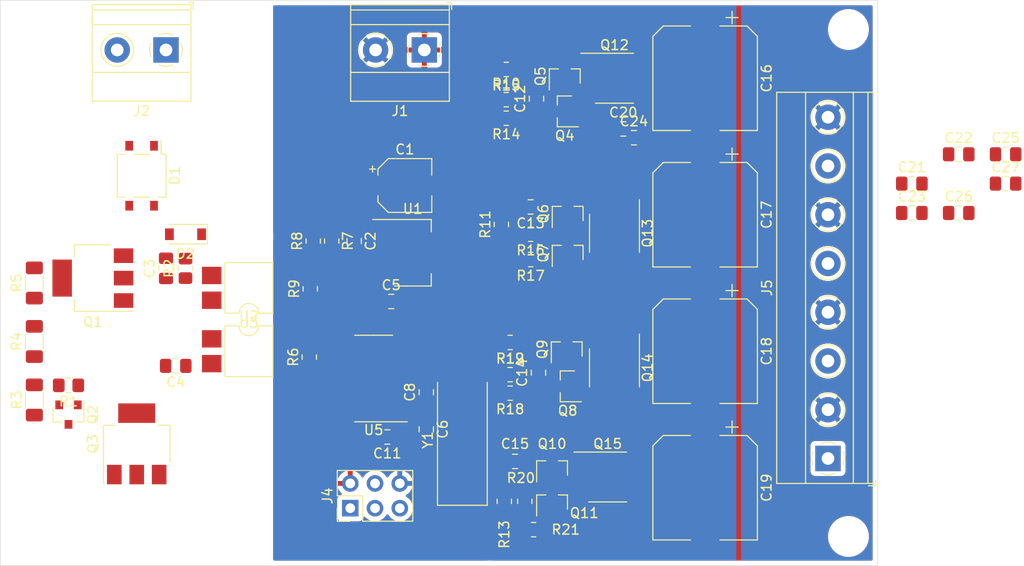
<source format=kicad_pcb>
(kicad_pcb (version 20171130) (host pcbnew 5.99.0+really5.1.12+dfsg1-1)

  (general
    (thickness 1.6)
    (drawings 4)
    (tracks 0)
    (zones 0)
    (modules 75)
    (nets 43)
  )

  (page A4)
  (layers
    (0 F.Cu signal)
    (31 B.Cu signal)
    (32 B.Adhes user)
    (33 F.Adhes user)
    (34 B.Paste user)
    (35 F.Paste user)
    (36 B.SilkS user)
    (37 F.SilkS user)
    (38 B.Mask user)
    (39 F.Mask user)
    (40 Dwgs.User user)
    (41 Cmts.User user)
    (42 Eco1.User user)
    (43 Eco2.User user)
    (44 Edge.Cuts user)
    (45 Margin user)
    (46 B.CrtYd user)
    (47 F.CrtYd user)
    (48 B.Fab user hide)
    (49 F.Fab user hide)
  )

  (setup
    (last_trace_width 0.25)
    (user_trace_width 2)
    (trace_clearance 0.2)
    (zone_clearance 0.5)
    (zone_45_only no)
    (trace_min 0.2)
    (via_size 0.8)
    (via_drill 0.4)
    (via_min_size 0.4)
    (via_min_drill 0.3)
    (user_via 2 1.6)
    (uvia_size 0.3)
    (uvia_drill 0.1)
    (uvias_allowed no)
    (uvia_min_size 0.2)
    (uvia_min_drill 0.1)
    (edge_width 0.05)
    (segment_width 0.2)
    (pcb_text_width 0.3)
    (pcb_text_size 1.5 1.5)
    (mod_edge_width 0.12)
    (mod_text_size 1 1)
    (mod_text_width 0.15)
    (pad_size 1.524 1.524)
    (pad_drill 0.762)
    (pad_to_mask_clearance 0)
    (aux_axis_origin 0 0)
    (visible_elements FFFFFF7F)
    (pcbplotparams
      (layerselection 0x010fc_ffffffff)
      (usegerberextensions false)
      (usegerberattributes true)
      (usegerberadvancedattributes true)
      (creategerberjobfile true)
      (excludeedgelayer true)
      (linewidth 0.100000)
      (plotframeref false)
      (viasonmask false)
      (mode 1)
      (useauxorigin false)
      (hpglpennumber 1)
      (hpglpenspeed 20)
      (hpglpendiameter 15.000000)
      (psnegative false)
      (psa4output false)
      (plotreference true)
      (plotvalue true)
      (plotinvisibletext false)
      (padsonsilk false)
      (subtractmaskfromsilk false)
      (outputformat 1)
      (mirror false)
      (drillshape 1)
      (scaleselection 1)
      (outputdirectory ""))
  )

  (net 0 "")
  (net 1 GND)
  (net 2 +24V)
  (net 3 +5V)
  (net 4 /~RESET)
  (net 5 "Net-(Q2-Pad3)")
  (net 6 VAA)
  (net 7 "Net-(Q2-Pad1)")
  (net 8 "Net-(Q12-Pad4)")
  (net 9 "Net-(Q13-Pad4)")
  (net 10 "Net-(Q14-Pad4)")
  (net 11 "Net-(Q10-Pad2)")
  (net 12 "Net-(C4-Pad1)")
  (net 13 /RXD)
  (net 14 "Net-(R9-Pad2)")
  (net 15 "Net-(C3-Pad1)")
  (net 16 /LED_C)
  (net 17 /LED_A)
  (net 18 /LED_B)
  (net 19 /VIN_SENSE)
  (net 20 /LED_D)
  (net 21 /TXD)
  (net 22 GNDA)
  (net 23 -VSW)
  (net 24 +VSW)
  (net 25 "Net-(Q4-Pad1)")
  (net 26 "Net-(Q5-Pad1)")
  (net 27 "Net-(Q6-Pad1)")
  (net 28 "Net-(Q7-Pad1)")
  (net 29 "Net-(Q8-Pad1)")
  (net 30 "Net-(Q9-Pad1)")
  (net 31 "Net-(Q10-Pad1)")
  (net 32 "Net-(Q11-Pad1)")
  (net 33 "Net-(R3-Pad2)")
  (net 34 "Net-(R4-Pad2)")
  (net 35 "Net-(Q3-Pad2)")
  (net 36 /RAIL_D)
  (net 37 /RAIL_C)
  (net 38 /RAIL_B)
  (net 39 /RAIL_A)
  (net 40 "Net-(C8-Pad1)")
  (net 41 "Net-(C6-Pad1)")
  (net 42 /SCK)

  (net_class Default "This is the default net class."
    (clearance 0.2)
    (trace_width 0.25)
    (via_dia 0.8)
    (via_drill 0.4)
    (uvia_dia 0.3)
    (uvia_drill 0.1)
    (add_net +24V)
    (add_net +5V)
    (add_net +VSW)
    (add_net -VSW)
    (add_net /DALI_SENSE)
    (add_net /LED_A)
    (add_net /LED_B)
    (add_net /LED_C)
    (add_net /LED_D)
    (add_net /RAIL_A)
    (add_net /RAIL_B)
    (add_net /RAIL_C)
    (add_net /RAIL_D)
    (add_net /RXD)
    (add_net /SCK)
    (add_net /TXD)
    (add_net /VIN_SENSE)
    (add_net /~RESET)
    (add_net GND)
    (add_net GNDA)
    (add_net "Net-(C3-Pad1)")
    (add_net "Net-(C4-Pad1)")
    (add_net "Net-(C6-Pad1)")
    (add_net "Net-(C8-Pad1)")
    (add_net "Net-(Q10-Pad1)")
    (add_net "Net-(Q10-Pad2)")
    (add_net "Net-(Q11-Pad1)")
    (add_net "Net-(Q12-Pad4)")
    (add_net "Net-(Q13-Pad4)")
    (add_net "Net-(Q14-Pad4)")
    (add_net "Net-(Q2-Pad1)")
    (add_net "Net-(Q2-Pad3)")
    (add_net "Net-(Q3-Pad2)")
    (add_net "Net-(Q4-Pad1)")
    (add_net "Net-(Q5-Pad1)")
    (add_net "Net-(Q6-Pad1)")
    (add_net "Net-(Q7-Pad1)")
    (add_net "Net-(Q8-Pad1)")
    (add_net "Net-(Q9-Pad1)")
    (add_net "Net-(R3-Pad2)")
    (add_net "Net-(R4-Pad2)")
    (add_net "Net-(R9-Pad2)")
    (add_net VAA)
  )

  (module Capacitor_SMD:C_0805_2012Metric_Pad1.18x1.45mm_HandSolder (layer F.Cu) (tedit 5F68FEEF) (tstamp 61ED3E4C)
    (at 218.12 62.31)
    (descr "Capacitor SMD 0805 (2012 Metric), square (rectangular) end terminal, IPC_7351 nominal with elongated pad for handsoldering. (Body size source: IPC-SM-782 page 76, https://www.pcb-3d.com/wordpress/wp-content/uploads/ipc-sm-782a_amendment_1_and_2.pdf, https://docs.google.com/spreadsheets/d/1BsfQQcO9C6DZCsRaXUlFlo91Tg2WpOkGARC1WS5S8t0/edit?usp=sharing), generated with kicad-footprint-generator")
    (tags "capacitor handsolder")
    (path /61F0A054)
    (attr smd)
    (fp_text reference C27 (at 0 -1.68) (layer F.SilkS)
      (effects (font (size 1 1) (thickness 0.15)))
    )
    (fp_text value 100p (at 0 1.68) (layer F.Fab)
      (effects (font (size 1 1) (thickness 0.15)))
    )
    (fp_text user %R (at 0 0) (layer F.Fab)
      (effects (font (size 0.5 0.5) (thickness 0.08)))
    )
    (fp_line (start -1 0.625) (end -1 -0.625) (layer F.Fab) (width 0.1))
    (fp_line (start -1 -0.625) (end 1 -0.625) (layer F.Fab) (width 0.1))
    (fp_line (start 1 -0.625) (end 1 0.625) (layer F.Fab) (width 0.1))
    (fp_line (start 1 0.625) (end -1 0.625) (layer F.Fab) (width 0.1))
    (fp_line (start -0.261252 -0.735) (end 0.261252 -0.735) (layer F.SilkS) (width 0.12))
    (fp_line (start -0.261252 0.735) (end 0.261252 0.735) (layer F.SilkS) (width 0.12))
    (fp_line (start -1.88 0.98) (end -1.88 -0.98) (layer F.CrtYd) (width 0.05))
    (fp_line (start -1.88 -0.98) (end 1.88 -0.98) (layer F.CrtYd) (width 0.05))
    (fp_line (start 1.88 -0.98) (end 1.88 0.98) (layer F.CrtYd) (width 0.05))
    (fp_line (start 1.88 0.98) (end -1.88 0.98) (layer F.CrtYd) (width 0.05))
    (pad 2 smd roundrect (at 1.0375 0) (size 1.175 1.45) (layers F.Cu F.Paste F.Mask) (roundrect_rratio 0.212766)
      (net 1 GND))
    (pad 1 smd roundrect (at -1.0375 0) (size 1.175 1.45) (layers F.Cu F.Paste F.Mask) (roundrect_rratio 0.212766)
      (net 2 +24V))
    (model ${KISYS3DMOD}/Capacitor_SMD.3dshapes/C_0805_2012Metric.wrl
      (at (xyz 0 0 0))
      (scale (xyz 1 1 1))
      (rotate (xyz 0 0 0))
    )
  )

  (module Capacitor_SMD:C_0805_2012Metric_Pad1.18x1.45mm_HandSolder (layer F.Cu) (tedit 5F68FEEF) (tstamp 61ED3E3B)
    (at 213.31 65.32)
    (descr "Capacitor SMD 0805 (2012 Metric), square (rectangular) end terminal, IPC_7351 nominal with elongated pad for handsoldering. (Body size source: IPC-SM-782 page 76, https://www.pcb-3d.com/wordpress/wp-content/uploads/ipc-sm-782a_amendment_1_and_2.pdf, https://docs.google.com/spreadsheets/d/1BsfQQcO9C6DZCsRaXUlFlo91Tg2WpOkGARC1WS5S8t0/edit?usp=sharing), generated with kicad-footprint-generator")
    (tags "capacitor handsolder")
    (path /61F03961)
    (attr smd)
    (fp_text reference C26 (at 0 -1.68) (layer F.SilkS)
      (effects (font (size 1 1) (thickness 0.15)))
    )
    (fp_text value 100p (at 0 1.68) (layer F.Fab)
      (effects (font (size 1 1) (thickness 0.15)))
    )
    (fp_text user %R (at 0 0) (layer F.Fab)
      (effects (font (size 0.5 0.5) (thickness 0.08)))
    )
    (fp_line (start -1 0.625) (end -1 -0.625) (layer F.Fab) (width 0.1))
    (fp_line (start -1 -0.625) (end 1 -0.625) (layer F.Fab) (width 0.1))
    (fp_line (start 1 -0.625) (end 1 0.625) (layer F.Fab) (width 0.1))
    (fp_line (start 1 0.625) (end -1 0.625) (layer F.Fab) (width 0.1))
    (fp_line (start -0.261252 -0.735) (end 0.261252 -0.735) (layer F.SilkS) (width 0.12))
    (fp_line (start -0.261252 0.735) (end 0.261252 0.735) (layer F.SilkS) (width 0.12))
    (fp_line (start -1.88 0.98) (end -1.88 -0.98) (layer F.CrtYd) (width 0.05))
    (fp_line (start -1.88 -0.98) (end 1.88 -0.98) (layer F.CrtYd) (width 0.05))
    (fp_line (start 1.88 -0.98) (end 1.88 0.98) (layer F.CrtYd) (width 0.05))
    (fp_line (start 1.88 0.98) (end -1.88 0.98) (layer F.CrtYd) (width 0.05))
    (pad 2 smd roundrect (at 1.0375 0) (size 1.175 1.45) (layers F.Cu F.Paste F.Mask) (roundrect_rratio 0.212766)
      (net 1 GND))
    (pad 1 smd roundrect (at -1.0375 0) (size 1.175 1.45) (layers F.Cu F.Paste F.Mask) (roundrect_rratio 0.212766)
      (net 2 +24V))
    (model ${KISYS3DMOD}/Capacitor_SMD.3dshapes/C_0805_2012Metric.wrl
      (at (xyz 0 0 0))
      (scale (xyz 1 1 1))
      (rotate (xyz 0 0 0))
    )
  )

  (module Capacitor_SMD:C_0805_2012Metric_Pad1.18x1.45mm_HandSolder (layer F.Cu) (tedit 5F68FEEF) (tstamp 61ED3E2A)
    (at 218.12 59.3)
    (descr "Capacitor SMD 0805 (2012 Metric), square (rectangular) end terminal, IPC_7351 nominal with elongated pad for handsoldering. (Body size source: IPC-SM-782 page 76, https://www.pcb-3d.com/wordpress/wp-content/uploads/ipc-sm-782a_amendment_1_and_2.pdf, https://docs.google.com/spreadsheets/d/1BsfQQcO9C6DZCsRaXUlFlo91Tg2WpOkGARC1WS5S8t0/edit?usp=sharing), generated with kicad-footprint-generator")
    (tags "capacitor handsolder")
    (path /61F1081A)
    (attr smd)
    (fp_text reference C25 (at 0 -1.68) (layer F.SilkS)
      (effects (font (size 1 1) (thickness 0.15)))
    )
    (fp_text value 100p (at 0 1.68) (layer F.Fab)
      (effects (font (size 1 1) (thickness 0.15)))
    )
    (fp_text user %R (at 0 0) (layer F.Fab)
      (effects (font (size 0.5 0.5) (thickness 0.08)))
    )
    (fp_line (start -1 0.625) (end -1 -0.625) (layer F.Fab) (width 0.1))
    (fp_line (start -1 -0.625) (end 1 -0.625) (layer F.Fab) (width 0.1))
    (fp_line (start 1 -0.625) (end 1 0.625) (layer F.Fab) (width 0.1))
    (fp_line (start 1 0.625) (end -1 0.625) (layer F.Fab) (width 0.1))
    (fp_line (start -0.261252 -0.735) (end 0.261252 -0.735) (layer F.SilkS) (width 0.12))
    (fp_line (start -0.261252 0.735) (end 0.261252 0.735) (layer F.SilkS) (width 0.12))
    (fp_line (start -1.88 0.98) (end -1.88 -0.98) (layer F.CrtYd) (width 0.05))
    (fp_line (start -1.88 -0.98) (end 1.88 -0.98) (layer F.CrtYd) (width 0.05))
    (fp_line (start 1.88 -0.98) (end 1.88 0.98) (layer F.CrtYd) (width 0.05))
    (fp_line (start 1.88 0.98) (end -1.88 0.98) (layer F.CrtYd) (width 0.05))
    (pad 2 smd roundrect (at 1.0375 0) (size 1.175 1.45) (layers F.Cu F.Paste F.Mask) (roundrect_rratio 0.212766)
      (net 1 GND))
    (pad 1 smd roundrect (at -1.0375 0) (size 1.175 1.45) (layers F.Cu F.Paste F.Mask) (roundrect_rratio 0.212766)
      (net 2 +24V))
    (model ${KISYS3DMOD}/Capacitor_SMD.3dshapes/C_0805_2012Metric.wrl
      (at (xyz 0 0 0))
      (scale (xyz 1 1 1))
      (rotate (xyz 0 0 0))
    )
  )

  (module Capacitor_SMD:C_0805_2012Metric_Pad1.18x1.45mm_HandSolder (layer F.Cu) (tedit 5F68FEEF) (tstamp 61ED3E19)
    (at 180 57.6)
    (descr "Capacitor SMD 0805 (2012 Metric), square (rectangular) end terminal, IPC_7351 nominal with elongated pad for handsoldering. (Body size source: IPC-SM-782 page 76, https://www.pcb-3d.com/wordpress/wp-content/uploads/ipc-sm-782a_amendment_1_and_2.pdf, https://docs.google.com/spreadsheets/d/1BsfQQcO9C6DZCsRaXUlFlo91Tg2WpOkGARC1WS5S8t0/edit?usp=sharing), generated with kicad-footprint-generator")
    (tags "capacitor handsolder")
    (path /61EF2DFB)
    (attr smd)
    (fp_text reference C24 (at 0 -1.68) (layer F.SilkS)
      (effects (font (size 1 1) (thickness 0.15)))
    )
    (fp_text value 100p (at 0 1.68) (layer F.Fab)
      (effects (font (size 1 1) (thickness 0.15)))
    )
    (fp_text user %R (at 0 0) (layer F.Fab)
      (effects (font (size 0.5 0.5) (thickness 0.08)))
    )
    (fp_line (start -1 0.625) (end -1 -0.625) (layer F.Fab) (width 0.1))
    (fp_line (start -1 -0.625) (end 1 -0.625) (layer F.Fab) (width 0.1))
    (fp_line (start 1 -0.625) (end 1 0.625) (layer F.Fab) (width 0.1))
    (fp_line (start 1 0.625) (end -1 0.625) (layer F.Fab) (width 0.1))
    (fp_line (start -0.261252 -0.735) (end 0.261252 -0.735) (layer F.SilkS) (width 0.12))
    (fp_line (start -0.261252 0.735) (end 0.261252 0.735) (layer F.SilkS) (width 0.12))
    (fp_line (start -1.88 0.98) (end -1.88 -0.98) (layer F.CrtYd) (width 0.05))
    (fp_line (start -1.88 -0.98) (end 1.88 -0.98) (layer F.CrtYd) (width 0.05))
    (fp_line (start 1.88 -0.98) (end 1.88 0.98) (layer F.CrtYd) (width 0.05))
    (fp_line (start 1.88 0.98) (end -1.88 0.98) (layer F.CrtYd) (width 0.05))
    (pad 2 smd roundrect (at 1.0375 0) (size 1.175 1.45) (layers F.Cu F.Paste F.Mask) (roundrect_rratio 0.212766)
      (net 1 GND))
    (pad 1 smd roundrect (at -1.0375 0) (size 1.175 1.45) (layers F.Cu F.Paste F.Mask) (roundrect_rratio 0.212766)
      (net 2 +24V))
    (model ${KISYS3DMOD}/Capacitor_SMD.3dshapes/C_0805_2012Metric.wrl
      (at (xyz 0 0 0))
      (scale (xyz 1 1 1))
      (rotate (xyz 0 0 0))
    )
  )

  (module Capacitor_SMD:C_0805_2012Metric_Pad1.18x1.45mm_HandSolder (layer F.Cu) (tedit 5F68FEEF) (tstamp 61ED3E08)
    (at 208.5 65.32)
    (descr "Capacitor SMD 0805 (2012 Metric), square (rectangular) end terminal, IPC_7351 nominal with elongated pad for handsoldering. (Body size source: IPC-SM-782 page 76, https://www.pcb-3d.com/wordpress/wp-content/uploads/ipc-sm-782a_amendment_1_and_2.pdf, https://docs.google.com/spreadsheets/d/1BsfQQcO9C6DZCsRaXUlFlo91Tg2WpOkGARC1WS5S8t0/edit?usp=sharing), generated with kicad-footprint-generator")
    (tags "capacitor handsolder")
    (path /61F0A03C)
    (attr smd)
    (fp_text reference C23 (at 0 -1.68) (layer F.SilkS)
      (effects (font (size 1 1) (thickness 0.15)))
    )
    (fp_text value 100n (at 0 1.68) (layer F.Fab)
      (effects (font (size 1 1) (thickness 0.15)))
    )
    (fp_text user %R (at 0 0) (layer F.Fab)
      (effects (font (size 0.5 0.5) (thickness 0.08)))
    )
    (fp_line (start -1 0.625) (end -1 -0.625) (layer F.Fab) (width 0.1))
    (fp_line (start -1 -0.625) (end 1 -0.625) (layer F.Fab) (width 0.1))
    (fp_line (start 1 -0.625) (end 1 0.625) (layer F.Fab) (width 0.1))
    (fp_line (start 1 0.625) (end -1 0.625) (layer F.Fab) (width 0.1))
    (fp_line (start -0.261252 -0.735) (end 0.261252 -0.735) (layer F.SilkS) (width 0.12))
    (fp_line (start -0.261252 0.735) (end 0.261252 0.735) (layer F.SilkS) (width 0.12))
    (fp_line (start -1.88 0.98) (end -1.88 -0.98) (layer F.CrtYd) (width 0.05))
    (fp_line (start -1.88 -0.98) (end 1.88 -0.98) (layer F.CrtYd) (width 0.05))
    (fp_line (start 1.88 -0.98) (end 1.88 0.98) (layer F.CrtYd) (width 0.05))
    (fp_line (start 1.88 0.98) (end -1.88 0.98) (layer F.CrtYd) (width 0.05))
    (pad 2 smd roundrect (at 1.0375 0) (size 1.175 1.45) (layers F.Cu F.Paste F.Mask) (roundrect_rratio 0.212766)
      (net 1 GND))
    (pad 1 smd roundrect (at -1.0375 0) (size 1.175 1.45) (layers F.Cu F.Paste F.Mask) (roundrect_rratio 0.212766)
      (net 2 +24V))
    (model ${KISYS3DMOD}/Capacitor_SMD.3dshapes/C_0805_2012Metric.wrl
      (at (xyz 0 0 0))
      (scale (xyz 1 1 1))
      (rotate (xyz 0 0 0))
    )
  )

  (module Capacitor_SMD:C_0805_2012Metric_Pad1.18x1.45mm_HandSolder (layer F.Cu) (tedit 5F68FEEF) (tstamp 61ED3DF7)
    (at 213.31 59.3)
    (descr "Capacitor SMD 0805 (2012 Metric), square (rectangular) end terminal, IPC_7351 nominal with elongated pad for handsoldering. (Body size source: IPC-SM-782 page 76, https://www.pcb-3d.com/wordpress/wp-content/uploads/ipc-sm-782a_amendment_1_and_2.pdf, https://docs.google.com/spreadsheets/d/1BsfQQcO9C6DZCsRaXUlFlo91Tg2WpOkGARC1WS5S8t0/edit?usp=sharing), generated with kicad-footprint-generator")
    (tags "capacitor handsolder")
    (path /61F03949)
    (attr smd)
    (fp_text reference C22 (at 0 -1.68) (layer F.SilkS)
      (effects (font (size 1 1) (thickness 0.15)))
    )
    (fp_text value 100n (at 0 1.68) (layer F.Fab)
      (effects (font (size 1 1) (thickness 0.15)))
    )
    (fp_text user %R (at 0 0) (layer F.Fab)
      (effects (font (size 0.5 0.5) (thickness 0.08)))
    )
    (fp_line (start -1 0.625) (end -1 -0.625) (layer F.Fab) (width 0.1))
    (fp_line (start -1 -0.625) (end 1 -0.625) (layer F.Fab) (width 0.1))
    (fp_line (start 1 -0.625) (end 1 0.625) (layer F.Fab) (width 0.1))
    (fp_line (start 1 0.625) (end -1 0.625) (layer F.Fab) (width 0.1))
    (fp_line (start -0.261252 -0.735) (end 0.261252 -0.735) (layer F.SilkS) (width 0.12))
    (fp_line (start -0.261252 0.735) (end 0.261252 0.735) (layer F.SilkS) (width 0.12))
    (fp_line (start -1.88 0.98) (end -1.88 -0.98) (layer F.CrtYd) (width 0.05))
    (fp_line (start -1.88 -0.98) (end 1.88 -0.98) (layer F.CrtYd) (width 0.05))
    (fp_line (start 1.88 -0.98) (end 1.88 0.98) (layer F.CrtYd) (width 0.05))
    (fp_line (start 1.88 0.98) (end -1.88 0.98) (layer F.CrtYd) (width 0.05))
    (pad 2 smd roundrect (at 1.0375 0) (size 1.175 1.45) (layers F.Cu F.Paste F.Mask) (roundrect_rratio 0.212766)
      (net 1 GND))
    (pad 1 smd roundrect (at -1.0375 0) (size 1.175 1.45) (layers F.Cu F.Paste F.Mask) (roundrect_rratio 0.212766)
      (net 2 +24V))
    (model ${KISYS3DMOD}/Capacitor_SMD.3dshapes/C_0805_2012Metric.wrl
      (at (xyz 0 0 0))
      (scale (xyz 1 1 1))
      (rotate (xyz 0 0 0))
    )
  )

  (module Capacitor_SMD:C_0805_2012Metric_Pad1.18x1.45mm_HandSolder (layer F.Cu) (tedit 5F68FEEF) (tstamp 61ED3DE6)
    (at 208.5 62.31)
    (descr "Capacitor SMD 0805 (2012 Metric), square (rectangular) end terminal, IPC_7351 nominal with elongated pad for handsoldering. (Body size source: IPC-SM-782 page 76, https://www.pcb-3d.com/wordpress/wp-content/uploads/ipc-sm-782a_amendment_1_and_2.pdf, https://docs.google.com/spreadsheets/d/1BsfQQcO9C6DZCsRaXUlFlo91Tg2WpOkGARC1WS5S8t0/edit?usp=sharing), generated with kicad-footprint-generator")
    (tags "capacitor handsolder")
    (path /61F10802)
    (attr smd)
    (fp_text reference C21 (at 0 -1.68) (layer F.SilkS)
      (effects (font (size 1 1) (thickness 0.15)))
    )
    (fp_text value 100n (at 0 1.68) (layer F.Fab)
      (effects (font (size 1 1) (thickness 0.15)))
    )
    (fp_text user %R (at 0 0) (layer F.Fab)
      (effects (font (size 0.5 0.5) (thickness 0.08)))
    )
    (fp_line (start -1 0.625) (end -1 -0.625) (layer F.Fab) (width 0.1))
    (fp_line (start -1 -0.625) (end 1 -0.625) (layer F.Fab) (width 0.1))
    (fp_line (start 1 -0.625) (end 1 0.625) (layer F.Fab) (width 0.1))
    (fp_line (start 1 0.625) (end -1 0.625) (layer F.Fab) (width 0.1))
    (fp_line (start -0.261252 -0.735) (end 0.261252 -0.735) (layer F.SilkS) (width 0.12))
    (fp_line (start -0.261252 0.735) (end 0.261252 0.735) (layer F.SilkS) (width 0.12))
    (fp_line (start -1.88 0.98) (end -1.88 -0.98) (layer F.CrtYd) (width 0.05))
    (fp_line (start -1.88 -0.98) (end 1.88 -0.98) (layer F.CrtYd) (width 0.05))
    (fp_line (start 1.88 -0.98) (end 1.88 0.98) (layer F.CrtYd) (width 0.05))
    (fp_line (start 1.88 0.98) (end -1.88 0.98) (layer F.CrtYd) (width 0.05))
    (pad 2 smd roundrect (at 1.0375 0) (size 1.175 1.45) (layers F.Cu F.Paste F.Mask) (roundrect_rratio 0.212766)
      (net 1 GND))
    (pad 1 smd roundrect (at -1.0375 0) (size 1.175 1.45) (layers F.Cu F.Paste F.Mask) (roundrect_rratio 0.212766)
      (net 2 +24V))
    (model ${KISYS3DMOD}/Capacitor_SMD.3dshapes/C_0805_2012Metric.wrl
      (at (xyz 0 0 0))
      (scale (xyz 1 1 1))
      (rotate (xyz 0 0 0))
    )
  )

  (module Capacitor_SMD:C_0805_2012Metric_Pad1.18x1.45mm_HandSolder (layer F.Cu) (tedit 5F68FEEF) (tstamp 61ED3DD5)
    (at 178.9 56.7)
    (descr "Capacitor SMD 0805 (2012 Metric), square (rectangular) end terminal, IPC_7351 nominal with elongated pad for handsoldering. (Body size source: IPC-SM-782 page 76, https://www.pcb-3d.com/wordpress/wp-content/uploads/ipc-sm-782a_amendment_1_and_2.pdf, https://docs.google.com/spreadsheets/d/1BsfQQcO9C6DZCsRaXUlFlo91Tg2WpOkGARC1WS5S8t0/edit?usp=sharing), generated with kicad-footprint-generator")
    (tags "capacitor handsolder")
    (path /61EF2178)
    (attr smd)
    (fp_text reference C20 (at 0 -1.68) (layer F.SilkS)
      (effects (font (size 1 1) (thickness 0.15)))
    )
    (fp_text value 100n (at 0 1.68) (layer F.Fab)
      (effects (font (size 1 1) (thickness 0.15)))
    )
    (fp_text user %R (at 0 0) (layer F.Fab)
      (effects (font (size 0.5 0.5) (thickness 0.08)))
    )
    (fp_line (start -1 0.625) (end -1 -0.625) (layer F.Fab) (width 0.1))
    (fp_line (start -1 -0.625) (end 1 -0.625) (layer F.Fab) (width 0.1))
    (fp_line (start 1 -0.625) (end 1 0.625) (layer F.Fab) (width 0.1))
    (fp_line (start 1 0.625) (end -1 0.625) (layer F.Fab) (width 0.1))
    (fp_line (start -0.261252 -0.735) (end 0.261252 -0.735) (layer F.SilkS) (width 0.12))
    (fp_line (start -0.261252 0.735) (end 0.261252 0.735) (layer F.SilkS) (width 0.12))
    (fp_line (start -1.88 0.98) (end -1.88 -0.98) (layer F.CrtYd) (width 0.05))
    (fp_line (start -1.88 -0.98) (end 1.88 -0.98) (layer F.CrtYd) (width 0.05))
    (fp_line (start 1.88 -0.98) (end 1.88 0.98) (layer F.CrtYd) (width 0.05))
    (fp_line (start 1.88 0.98) (end -1.88 0.98) (layer F.CrtYd) (width 0.05))
    (pad 2 smd roundrect (at 1.0375 0) (size 1.175 1.45) (layers F.Cu F.Paste F.Mask) (roundrect_rratio 0.212766)
      (net 1 GND))
    (pad 1 smd roundrect (at -1.0375 0) (size 1.175 1.45) (layers F.Cu F.Paste F.Mask) (roundrect_rratio 0.212766)
      (net 2 +24V))
    (model ${KISYS3DMOD}/Capacitor_SMD.3dshapes/C_0805_2012Metric.wrl
      (at (xyz 0 0 0))
      (scale (xyz 1 1 1))
      (rotate (xyz 0 0 0))
    )
  )

  (module Crystal:Crystal_SMD_HC49-SD (layer F.Cu) (tedit 5A1AD52C) (tstamp 61EC6CEB)
    (at 162.4 88.6 90)
    (descr "SMD Crystal HC-49-SD http://cdn-reichelt.de/documents/datenblatt/B400/xxx-HC49-SMD.pdf, 11.4x4.7mm^2 package")
    (tags "SMD SMT crystal")
    (path /61E5C459)
    (attr smd)
    (fp_text reference Y1 (at 0 -3.55 90) (layer F.SilkS)
      (effects (font (size 1 1) (thickness 0.15)))
    )
    (fp_text value 16MHz (at 0 3.55 90) (layer F.Fab)
      (effects (font (size 1 1) (thickness 0.15)))
    )
    (fp_line (start 6.8 -2.6) (end -6.8 -2.6) (layer F.CrtYd) (width 0.05))
    (fp_line (start 6.8 2.6) (end 6.8 -2.6) (layer F.CrtYd) (width 0.05))
    (fp_line (start -6.8 2.6) (end 6.8 2.6) (layer F.CrtYd) (width 0.05))
    (fp_line (start -6.8 -2.6) (end -6.8 2.6) (layer F.CrtYd) (width 0.05))
    (fp_line (start -6.7 2.55) (end 5.9 2.55) (layer F.SilkS) (width 0.12))
    (fp_line (start -6.7 -2.55) (end -6.7 2.55) (layer F.SilkS) (width 0.12))
    (fp_line (start 5.9 -2.55) (end -6.7 -2.55) (layer F.SilkS) (width 0.12))
    (fp_line (start -3.015 2.115) (end 3.015 2.115) (layer F.Fab) (width 0.1))
    (fp_line (start -3.015 -2.115) (end 3.015 -2.115) (layer F.Fab) (width 0.1))
    (fp_line (start 5.7 -2.35) (end -5.7 -2.35) (layer F.Fab) (width 0.1))
    (fp_line (start 5.7 2.35) (end 5.7 -2.35) (layer F.Fab) (width 0.1))
    (fp_line (start -5.7 2.35) (end 5.7 2.35) (layer F.Fab) (width 0.1))
    (fp_line (start -5.7 -2.35) (end -5.7 2.35) (layer F.Fab) (width 0.1))
    (fp_arc (start 3.015 0) (end 3.015 -2.115) (angle 180) (layer F.Fab) (width 0.1))
    (fp_arc (start -3.015 0) (end -3.015 -2.115) (angle -180) (layer F.Fab) (width 0.1))
    (fp_text user %R (at 0 0 90) (layer F.Fab)
      (effects (font (size 1 1) (thickness 0.15)))
    )
    (pad 2 smd rect (at 4.25 0 90) (size 4.5 2) (layers F.Cu F.Paste F.Mask)
      (net 40 "Net-(C8-Pad1)"))
    (pad 1 smd rect (at -4.25 0 90) (size 4.5 2) (layers F.Cu F.Paste F.Mask)
      (net 41 "Net-(C6-Pad1)"))
    (model ${KISYS3DMOD}/Crystal.3dshapes/Crystal_SMD_HC49-SD.wrl
      (at (xyz 0 0 0))
      (scale (xyz 1 1 1))
      (rotate (xyz 0 0 0))
    )
  )

  (module Capacitor_SMD:C_0805_2012Metric_Pad1.18x1.45mm_HandSolder (layer F.Cu) (tedit 5F68FEEF) (tstamp 61EC6281)
    (at 154.7 88.3 180)
    (descr "Capacitor SMD 0805 (2012 Metric), square (rectangular) end terminal, IPC_7351 nominal with elongated pad for handsoldering. (Body size source: IPC-SM-782 page 76, https://www.pcb-3d.com/wordpress/wp-content/uploads/ipc-sm-782a_amendment_1_and_2.pdf, https://docs.google.com/spreadsheets/d/1BsfQQcO9C6DZCsRaXUlFlo91Tg2WpOkGARC1WS5S8t0/edit?usp=sharing), generated with kicad-footprint-generator")
    (tags "capacitor handsolder")
    (path /61EB8A36)
    (attr smd)
    (fp_text reference C11 (at 0 -1.68) (layer F.SilkS)
      (effects (font (size 1 1) (thickness 0.15)))
    )
    (fp_text value 100n (at 0 1.68) (layer F.Fab)
      (effects (font (size 1 1) (thickness 0.15)))
    )
    (fp_line (start 1.88 0.98) (end -1.88 0.98) (layer F.CrtYd) (width 0.05))
    (fp_line (start 1.88 -0.98) (end 1.88 0.98) (layer F.CrtYd) (width 0.05))
    (fp_line (start -1.88 -0.98) (end 1.88 -0.98) (layer F.CrtYd) (width 0.05))
    (fp_line (start -1.88 0.98) (end -1.88 -0.98) (layer F.CrtYd) (width 0.05))
    (fp_line (start -0.261252 0.735) (end 0.261252 0.735) (layer F.SilkS) (width 0.12))
    (fp_line (start -0.261252 -0.735) (end 0.261252 -0.735) (layer F.SilkS) (width 0.12))
    (fp_line (start 1 0.625) (end -1 0.625) (layer F.Fab) (width 0.1))
    (fp_line (start 1 -0.625) (end 1 0.625) (layer F.Fab) (width 0.1))
    (fp_line (start -1 -0.625) (end 1 -0.625) (layer F.Fab) (width 0.1))
    (fp_line (start -1 0.625) (end -1 -0.625) (layer F.Fab) (width 0.1))
    (fp_text user %R (at 0 0) (layer F.Fab)
      (effects (font (size 0.5 0.5) (thickness 0.08)))
    )
    (pad 2 smd roundrect (at 1.0375 0 180) (size 1.175 1.45) (layers F.Cu F.Paste F.Mask) (roundrect_rratio 0.212766)
      (net 1 GND))
    (pad 1 smd roundrect (at -1.0375 0 180) (size 1.175 1.45) (layers F.Cu F.Paste F.Mask) (roundrect_rratio 0.212766)
      (net 3 +5V))
    (model ${KISYS3DMOD}/Capacitor_SMD.3dshapes/C_0805_2012Metric.wrl
      (at (xyz 0 0 0))
      (scale (xyz 1 1 1))
      (rotate (xyz 0 0 0))
    )
  )

  (module Capacitor_SMD:C_0805_2012Metric_Pad1.18x1.45mm_HandSolder (layer F.Cu) (tedit 5F68FEEF) (tstamp 61EC6230)
    (at 158.7 83.7 90)
    (descr "Capacitor SMD 0805 (2012 Metric), square (rectangular) end terminal, IPC_7351 nominal with elongated pad for handsoldering. (Body size source: IPC-SM-782 page 76, https://www.pcb-3d.com/wordpress/wp-content/uploads/ipc-sm-782a_amendment_1_and_2.pdf, https://docs.google.com/spreadsheets/d/1BsfQQcO9C6DZCsRaXUlFlo91Tg2WpOkGARC1WS5S8t0/edit?usp=sharing), generated with kicad-footprint-generator")
    (tags "capacitor handsolder")
    (path /61E5CEC4)
    (attr smd)
    (fp_text reference C8 (at 0 -1.68 90) (layer F.SilkS)
      (effects (font (size 1 1) (thickness 0.15)))
    )
    (fp_text value 22p (at 0 1.68 90) (layer F.Fab)
      (effects (font (size 1 1) (thickness 0.15)))
    )
    (fp_line (start 1.88 0.98) (end -1.88 0.98) (layer F.CrtYd) (width 0.05))
    (fp_line (start 1.88 -0.98) (end 1.88 0.98) (layer F.CrtYd) (width 0.05))
    (fp_line (start -1.88 -0.98) (end 1.88 -0.98) (layer F.CrtYd) (width 0.05))
    (fp_line (start -1.88 0.98) (end -1.88 -0.98) (layer F.CrtYd) (width 0.05))
    (fp_line (start -0.261252 0.735) (end 0.261252 0.735) (layer F.SilkS) (width 0.12))
    (fp_line (start -0.261252 -0.735) (end 0.261252 -0.735) (layer F.SilkS) (width 0.12))
    (fp_line (start 1 0.625) (end -1 0.625) (layer F.Fab) (width 0.1))
    (fp_line (start 1 -0.625) (end 1 0.625) (layer F.Fab) (width 0.1))
    (fp_line (start -1 -0.625) (end 1 -0.625) (layer F.Fab) (width 0.1))
    (fp_line (start -1 0.625) (end -1 -0.625) (layer F.Fab) (width 0.1))
    (fp_text user %R (at 0 0 90) (layer F.Fab)
      (effects (font (size 0.5 0.5) (thickness 0.08)))
    )
    (pad 2 smd roundrect (at 1.0375 0 90) (size 1.175 1.45) (layers F.Cu F.Paste F.Mask) (roundrect_rratio 0.212766)
      (net 1 GND))
    (pad 1 smd roundrect (at -1.0375 0 90) (size 1.175 1.45) (layers F.Cu F.Paste F.Mask) (roundrect_rratio 0.212766)
      (net 40 "Net-(C8-Pad1)"))
    (model ${KISYS3DMOD}/Capacitor_SMD.3dshapes/C_0805_2012Metric.wrl
      (at (xyz 0 0 0))
      (scale (xyz 1 1 1))
      (rotate (xyz 0 0 0))
    )
  )

  (module Capacitor_SMD:C_0805_2012Metric_Pad1.18x1.45mm_HandSolder (layer F.Cu) (tedit 5F68FEEF) (tstamp 61EC61FF)
    (at 158.7 87.5 270)
    (descr "Capacitor SMD 0805 (2012 Metric), square (rectangular) end terminal, IPC_7351 nominal with elongated pad for handsoldering. (Body size source: IPC-SM-782 page 76, https://www.pcb-3d.com/wordpress/wp-content/uploads/ipc-sm-782a_amendment_1_and_2.pdf, https://docs.google.com/spreadsheets/d/1BsfQQcO9C6DZCsRaXUlFlo91Tg2WpOkGARC1WS5S8t0/edit?usp=sharing), generated with kicad-footprint-generator")
    (tags "capacitor handsolder")
    (path /61E5CBEE)
    (attr smd)
    (fp_text reference C6 (at 0 -1.68 90) (layer F.SilkS)
      (effects (font (size 1 1) (thickness 0.15)))
    )
    (fp_text value 22p (at 0 1.68 90) (layer F.Fab)
      (effects (font (size 1 1) (thickness 0.15)))
    )
    (fp_line (start 1.88 0.98) (end -1.88 0.98) (layer F.CrtYd) (width 0.05))
    (fp_line (start 1.88 -0.98) (end 1.88 0.98) (layer F.CrtYd) (width 0.05))
    (fp_line (start -1.88 -0.98) (end 1.88 -0.98) (layer F.CrtYd) (width 0.05))
    (fp_line (start -1.88 0.98) (end -1.88 -0.98) (layer F.CrtYd) (width 0.05))
    (fp_line (start -0.261252 0.735) (end 0.261252 0.735) (layer F.SilkS) (width 0.12))
    (fp_line (start -0.261252 -0.735) (end 0.261252 -0.735) (layer F.SilkS) (width 0.12))
    (fp_line (start 1 0.625) (end -1 0.625) (layer F.Fab) (width 0.1))
    (fp_line (start 1 -0.625) (end 1 0.625) (layer F.Fab) (width 0.1))
    (fp_line (start -1 -0.625) (end 1 -0.625) (layer F.Fab) (width 0.1))
    (fp_line (start -1 0.625) (end -1 -0.625) (layer F.Fab) (width 0.1))
    (fp_text user %R (at 0 0 90) (layer F.Fab)
      (effects (font (size 0.5 0.5) (thickness 0.08)))
    )
    (pad 2 smd roundrect (at 1.0375 0 270) (size 1.175 1.45) (layers F.Cu F.Paste F.Mask) (roundrect_rratio 0.212766)
      (net 1 GND))
    (pad 1 smd roundrect (at -1.0375 0 270) (size 1.175 1.45) (layers F.Cu F.Paste F.Mask) (roundrect_rratio 0.212766)
      (net 41 "Net-(C6-Pad1)"))
    (model ${KISYS3DMOD}/Capacitor_SMD.3dshapes/C_0805_2012Metric.wrl
      (at (xyz 0 0 0))
      (scale (xyz 1 1 1))
      (rotate (xyz 0 0 0))
    )
  )

  (module Package_SO:SOIC-14_3.9x8.7mm_P1.27mm (layer F.Cu) (tedit 5D9F72B1) (tstamp 61EC5450)
    (at 153.3 82.3 180)
    (descr "SOIC, 14 Pin (JEDEC MS-012AB, https://www.analog.com/media/en/package-pcb-resources/package/pkg_pdf/soic_narrow-r/r_14.pdf), generated with kicad-footprint-generator ipc_gullwing_generator.py")
    (tags "SOIC SO")
    (path /623D281E)
    (attr smd)
    (fp_text reference U5 (at 0 -5.28) (layer F.SilkS)
      (effects (font (size 1 1) (thickness 0.15)))
    )
    (fp_text value ATtiny84A-SSU (at 0 5.28) (layer F.Fab)
      (effects (font (size 1 1) (thickness 0.15)))
    )
    (fp_line (start 3.7 -4.58) (end -3.7 -4.58) (layer F.CrtYd) (width 0.05))
    (fp_line (start 3.7 4.58) (end 3.7 -4.58) (layer F.CrtYd) (width 0.05))
    (fp_line (start -3.7 4.58) (end 3.7 4.58) (layer F.CrtYd) (width 0.05))
    (fp_line (start -3.7 -4.58) (end -3.7 4.58) (layer F.CrtYd) (width 0.05))
    (fp_line (start -1.95 -3.35) (end -0.975 -4.325) (layer F.Fab) (width 0.1))
    (fp_line (start -1.95 4.325) (end -1.95 -3.35) (layer F.Fab) (width 0.1))
    (fp_line (start 1.95 4.325) (end -1.95 4.325) (layer F.Fab) (width 0.1))
    (fp_line (start 1.95 -4.325) (end 1.95 4.325) (layer F.Fab) (width 0.1))
    (fp_line (start -0.975 -4.325) (end 1.95 -4.325) (layer F.Fab) (width 0.1))
    (fp_line (start 0 -4.435) (end -3.45 -4.435) (layer F.SilkS) (width 0.12))
    (fp_line (start 0 -4.435) (end 1.95 -4.435) (layer F.SilkS) (width 0.12))
    (fp_line (start 0 4.435) (end -1.95 4.435) (layer F.SilkS) (width 0.12))
    (fp_line (start 0 4.435) (end 1.95 4.435) (layer F.SilkS) (width 0.12))
    (fp_text user %R (at 0 0) (layer F.Fab)
      (effects (font (size 0.98 0.98) (thickness 0.15)))
    )
    (pad 14 smd roundrect (at 2.475 -3.81 180) (size 1.95 0.6) (layers F.Cu F.Paste F.Mask) (roundrect_rratio 0.25)
      (net 1 GND))
    (pad 13 smd roundrect (at 2.475 -2.54 180) (size 1.95 0.6) (layers F.Cu F.Paste F.Mask) (roundrect_rratio 0.25)
      (net 19 /VIN_SENSE))
    (pad 12 smd roundrect (at 2.475 -1.27 180) (size 1.95 0.6) (layers F.Cu F.Paste F.Mask) (roundrect_rratio 0.25))
    (pad 11 smd roundrect (at 2.475 0 180) (size 1.95 0.6) (layers F.Cu F.Paste F.Mask) (roundrect_rratio 0.25)
      (net 21 /TXD))
    (pad 10 smd roundrect (at 2.475 1.27 180) (size 1.95 0.6) (layers F.Cu F.Paste F.Mask) (roundrect_rratio 0.25)
      (net 13 /RXD))
    (pad 9 smd roundrect (at 2.475 2.54 180) (size 1.95 0.6) (layers F.Cu F.Paste F.Mask) (roundrect_rratio 0.25)
      (net 42 /SCK))
    (pad 8 smd roundrect (at 2.475 3.81 180) (size 1.95 0.6) (layers F.Cu F.Paste F.Mask) (roundrect_rratio 0.25)
      (net 20 /LED_D))
    (pad 7 smd roundrect (at -2.475 3.81 180) (size 1.95 0.6) (layers F.Cu F.Paste F.Mask) (roundrect_rratio 0.25)
      (net 16 /LED_C))
    (pad 6 smd roundrect (at -2.475 2.54 180) (size 1.95 0.6) (layers F.Cu F.Paste F.Mask) (roundrect_rratio 0.25)
      (net 18 /LED_B))
    (pad 5 smd roundrect (at -2.475 1.27 180) (size 1.95 0.6) (layers F.Cu F.Paste F.Mask) (roundrect_rratio 0.25)
      (net 17 /LED_A))
    (pad 4 smd roundrect (at -2.475 0 180) (size 1.95 0.6) (layers F.Cu F.Paste F.Mask) (roundrect_rratio 0.25)
      (net 4 /~RESET))
    (pad 3 smd roundrect (at -2.475 -1.27 180) (size 1.95 0.6) (layers F.Cu F.Paste F.Mask) (roundrect_rratio 0.25)
      (net 40 "Net-(C8-Pad1)"))
    (pad 2 smd roundrect (at -2.475 -2.54 180) (size 1.95 0.6) (layers F.Cu F.Paste F.Mask) (roundrect_rratio 0.25)
      (net 41 "Net-(C6-Pad1)"))
    (pad 1 smd roundrect (at -2.475 -3.81 180) (size 1.95 0.6) (layers F.Cu F.Paste F.Mask) (roundrect_rratio 0.25)
      (net 3 +5V))
    (model ${KISYS3DMOD}/Package_SO.3dshapes/SOIC-14_3.9x8.7mm_P1.27mm.wrl
      (at (xyz 0 0 0))
      (scale (xyz 1 1 1))
      (rotate (xyz 0 0 0))
    )
  )

  (module Connector_PinHeader_2.54mm:PinHeader_2x03_P2.54mm_Vertical (layer F.Cu) (tedit 59FED5CC) (tstamp 61EC4D86)
    (at 150.9 95.6 90)
    (descr "Through hole straight pin header, 2x03, 2.54mm pitch, double rows")
    (tags "Through hole pin header THT 2x03 2.54mm double row")
    (path /61EC681A)
    (fp_text reference J4 (at 1.27 -2.33 90) (layer F.SilkS)
      (effects (font (size 1 1) (thickness 0.15)))
    )
    (fp_text value AVR-ISP-6 (at 1.27 7.41 90) (layer F.Fab)
      (effects (font (size 1 1) (thickness 0.15)))
    )
    (fp_line (start 4.35 -1.8) (end -1.8 -1.8) (layer F.CrtYd) (width 0.05))
    (fp_line (start 4.35 6.85) (end 4.35 -1.8) (layer F.CrtYd) (width 0.05))
    (fp_line (start -1.8 6.85) (end 4.35 6.85) (layer F.CrtYd) (width 0.05))
    (fp_line (start -1.8 -1.8) (end -1.8 6.85) (layer F.CrtYd) (width 0.05))
    (fp_line (start -1.33 -1.33) (end 0 -1.33) (layer F.SilkS) (width 0.12))
    (fp_line (start -1.33 0) (end -1.33 -1.33) (layer F.SilkS) (width 0.12))
    (fp_line (start 1.27 -1.33) (end 3.87 -1.33) (layer F.SilkS) (width 0.12))
    (fp_line (start 1.27 1.27) (end 1.27 -1.33) (layer F.SilkS) (width 0.12))
    (fp_line (start -1.33 1.27) (end 1.27 1.27) (layer F.SilkS) (width 0.12))
    (fp_line (start 3.87 -1.33) (end 3.87 6.41) (layer F.SilkS) (width 0.12))
    (fp_line (start -1.33 1.27) (end -1.33 6.41) (layer F.SilkS) (width 0.12))
    (fp_line (start -1.33 6.41) (end 3.87 6.41) (layer F.SilkS) (width 0.12))
    (fp_line (start -1.27 0) (end 0 -1.27) (layer F.Fab) (width 0.1))
    (fp_line (start -1.27 6.35) (end -1.27 0) (layer F.Fab) (width 0.1))
    (fp_line (start 3.81 6.35) (end -1.27 6.35) (layer F.Fab) (width 0.1))
    (fp_line (start 3.81 -1.27) (end 3.81 6.35) (layer F.Fab) (width 0.1))
    (fp_line (start 0 -1.27) (end 3.81 -1.27) (layer F.Fab) (width 0.1))
    (fp_text user %R (at 1.27 2.54) (layer F.Fab)
      (effects (font (size 1 1) (thickness 0.15)))
    )
    (pad 6 thru_hole oval (at 2.54 5.08 90) (size 1.7 1.7) (drill 1) (layers *.Cu *.Mask)
      (net 1 GND))
    (pad 5 thru_hole oval (at 0 5.08 90) (size 1.7 1.7) (drill 1) (layers *.Cu *.Mask)
      (net 4 /~RESET))
    (pad 4 thru_hole oval (at 2.54 2.54 90) (size 1.7 1.7) (drill 1) (layers *.Cu *.Mask)
      (net 16 /LED_C))
    (pad 3 thru_hole oval (at 0 2.54 90) (size 1.7 1.7) (drill 1) (layers *.Cu *.Mask)
      (net 42 /SCK))
    (pad 2 thru_hole oval (at 2.54 0 90) (size 1.7 1.7) (drill 1) (layers *.Cu *.Mask)
      (net 3 +5V))
    (pad 1 thru_hole rect (at 0 0 90) (size 1.7 1.7) (drill 1) (layers *.Cu *.Mask)
      (net 20 /LED_D))
    (model ${KISYS3DMOD}/Connector_PinHeader_2.54mm.3dshapes/PinHeader_2x03_P2.54mm_Vertical.wrl
      (at (xyz 0 0 0))
      (scale (xyz 1 1 1))
      (rotate (xyz 0 0 0))
    )
  )

  (module Diode_SMD:D_SOD-123 (layer F.Cu) (tedit 58645DC7) (tstamp 61E53DE4)
    (at 134 67.5 180)
    (descr SOD-123)
    (tags SOD-123)
    (path /62013D69)
    (attr smd)
    (fp_text reference D2 (at 0 -2) (layer F.SilkS)
      (effects (font (size 1 1) (thickness 0.15)))
    )
    (fp_text value 5V6 (at 0 2.1) (layer F.Fab)
      (effects (font (size 1 1) (thickness 0.15)))
    )
    (fp_line (start -2.25 -1) (end -2.25 1) (layer F.SilkS) (width 0.12))
    (fp_line (start 0.25 0) (end 0.75 0) (layer F.Fab) (width 0.1))
    (fp_line (start 0.25 0.4) (end -0.35 0) (layer F.Fab) (width 0.1))
    (fp_line (start 0.25 -0.4) (end 0.25 0.4) (layer F.Fab) (width 0.1))
    (fp_line (start -0.35 0) (end 0.25 -0.4) (layer F.Fab) (width 0.1))
    (fp_line (start -0.35 0) (end -0.35 0.55) (layer F.Fab) (width 0.1))
    (fp_line (start -0.35 0) (end -0.35 -0.55) (layer F.Fab) (width 0.1))
    (fp_line (start -0.75 0) (end -0.35 0) (layer F.Fab) (width 0.1))
    (fp_line (start -1.4 0.9) (end -1.4 -0.9) (layer F.Fab) (width 0.1))
    (fp_line (start 1.4 0.9) (end -1.4 0.9) (layer F.Fab) (width 0.1))
    (fp_line (start 1.4 -0.9) (end 1.4 0.9) (layer F.Fab) (width 0.1))
    (fp_line (start -1.4 -0.9) (end 1.4 -0.9) (layer F.Fab) (width 0.1))
    (fp_line (start -2.35 -1.15) (end 2.35 -1.15) (layer F.CrtYd) (width 0.05))
    (fp_line (start 2.35 -1.15) (end 2.35 1.15) (layer F.CrtYd) (width 0.05))
    (fp_line (start 2.35 1.15) (end -2.35 1.15) (layer F.CrtYd) (width 0.05))
    (fp_line (start -2.35 -1.15) (end -2.35 1.15) (layer F.CrtYd) (width 0.05))
    (fp_line (start -2.25 1) (end 1.65 1) (layer F.SilkS) (width 0.12))
    (fp_line (start -2.25 -1) (end 1.65 -1) (layer F.SilkS) (width 0.12))
    (fp_text user %R (at 0 -2) (layer F.Fab)
      (effects (font (size 1 1) (thickness 0.15)))
    )
    (pad 2 smd rect (at 1.65 0 180) (size 0.9 1.2) (layers F.Cu F.Paste F.Mask)
      (net 22 GNDA))
    (pad 1 smd rect (at -1.65 0 180) (size 0.9 1.2) (layers F.Cu F.Paste F.Mask)
      (net 12 "Net-(C4-Pad1)"))
    (model ${KISYS3DMOD}/Diode_SMD.3dshapes/D_SOD-123.wrl
      (at (xyz 0 0 0))
      (scale (xyz 1 1 1))
      (rotate (xyz 0 0 0))
    )
  )

  (module TerminalBlock_Phoenix:TerminalBlock_Phoenix_MKDS-1,5-8_1x08_P5.00mm_Horizontal (layer F.Cu) (tedit 5B294EEA) (tstamp 61E99C1C)
    (at 199.9 90.5 90)
    (descr "Terminal Block Phoenix MKDS-1,5-8, 8 pins, pitch 5mm, size 40x9.8mm^2, drill diamater 1.3mm, pad diameter 2.6mm, see http://www.farnell.com/datasheets/100425.pdf, script-generated using https://github.com/pointhi/kicad-footprint-generator/scripts/TerminalBlock_Phoenix")
    (tags "THT Terminal Block Phoenix MKDS-1,5-8 pitch 5mm size 40x9.8mm^2 drill 1.3mm pad 2.6mm")
    (path /6234747F)
    (fp_text reference J5 (at 17.5 -6.26 90) (layer F.SilkS)
      (effects (font (size 1 1) (thickness 0.15)))
    )
    (fp_text value OUT (at 17.5 5.66 90) (layer F.Fab)
      (effects (font (size 1 1) (thickness 0.15)))
    )
    (fp_circle (center 0 0) (end 1.5 0) (layer F.Fab) (width 0.1))
    (fp_circle (center 5 0) (end 6.5 0) (layer F.Fab) (width 0.1))
    (fp_circle (center 5 0) (end 6.68 0) (layer F.SilkS) (width 0.12))
    (fp_circle (center 10 0) (end 11.5 0) (layer F.Fab) (width 0.1))
    (fp_circle (center 10 0) (end 11.68 0) (layer F.SilkS) (width 0.12))
    (fp_circle (center 15 0) (end 16.5 0) (layer F.Fab) (width 0.1))
    (fp_circle (center 15 0) (end 16.68 0) (layer F.SilkS) (width 0.12))
    (fp_circle (center 20 0) (end 21.5 0) (layer F.Fab) (width 0.1))
    (fp_circle (center 20 0) (end 21.68 0) (layer F.SilkS) (width 0.12))
    (fp_circle (center 25 0) (end 26.5 0) (layer F.Fab) (width 0.1))
    (fp_circle (center 25 0) (end 26.68 0) (layer F.SilkS) (width 0.12))
    (fp_circle (center 30 0) (end 31.5 0) (layer F.Fab) (width 0.1))
    (fp_circle (center 30 0) (end 31.68 0) (layer F.SilkS) (width 0.12))
    (fp_circle (center 35 0) (end 36.5 0) (layer F.Fab) (width 0.1))
    (fp_circle (center 35 0) (end 36.68 0) (layer F.SilkS) (width 0.12))
    (fp_line (start -2.5 -5.2) (end 37.5 -5.2) (layer F.Fab) (width 0.1))
    (fp_line (start 37.5 -5.2) (end 37.5 4.6) (layer F.Fab) (width 0.1))
    (fp_line (start 37.5 4.6) (end -2 4.6) (layer F.Fab) (width 0.1))
    (fp_line (start -2 4.6) (end -2.5 4.1) (layer F.Fab) (width 0.1))
    (fp_line (start -2.5 4.1) (end -2.5 -5.2) (layer F.Fab) (width 0.1))
    (fp_line (start -2.5 4.1) (end 37.5 4.1) (layer F.Fab) (width 0.1))
    (fp_line (start -2.56 4.1) (end 37.56 4.1) (layer F.SilkS) (width 0.12))
    (fp_line (start -2.5 2.6) (end 37.5 2.6) (layer F.Fab) (width 0.1))
    (fp_line (start -2.56 2.6) (end 37.56 2.6) (layer F.SilkS) (width 0.12))
    (fp_line (start -2.5 -2.3) (end 37.5 -2.3) (layer F.Fab) (width 0.1))
    (fp_line (start -2.56 -2.301) (end 37.56 -2.301) (layer F.SilkS) (width 0.12))
    (fp_line (start -2.56 -5.261) (end 37.56 -5.261) (layer F.SilkS) (width 0.12))
    (fp_line (start -2.56 4.66) (end 37.56 4.66) (layer F.SilkS) (width 0.12))
    (fp_line (start -2.56 -5.261) (end -2.56 4.66) (layer F.SilkS) (width 0.12))
    (fp_line (start 37.56 -5.261) (end 37.56 4.66) (layer F.SilkS) (width 0.12))
    (fp_line (start 1.138 -0.955) (end -0.955 1.138) (layer F.Fab) (width 0.1))
    (fp_line (start 0.955 -1.138) (end -1.138 0.955) (layer F.Fab) (width 0.1))
    (fp_line (start 6.138 -0.955) (end 4.046 1.138) (layer F.Fab) (width 0.1))
    (fp_line (start 5.955 -1.138) (end 3.863 0.955) (layer F.Fab) (width 0.1))
    (fp_line (start 6.275 -1.069) (end 6.228 -1.023) (layer F.SilkS) (width 0.12))
    (fp_line (start 3.966 1.239) (end 3.931 1.274) (layer F.SilkS) (width 0.12))
    (fp_line (start 6.07 -1.275) (end 6.035 -1.239) (layer F.SilkS) (width 0.12))
    (fp_line (start 3.773 1.023) (end 3.726 1.069) (layer F.SilkS) (width 0.12))
    (fp_line (start 11.138 -0.955) (end 9.046 1.138) (layer F.Fab) (width 0.1))
    (fp_line (start 10.955 -1.138) (end 8.863 0.955) (layer F.Fab) (width 0.1))
    (fp_line (start 11.275 -1.069) (end 11.228 -1.023) (layer F.SilkS) (width 0.12))
    (fp_line (start 8.966 1.239) (end 8.931 1.274) (layer F.SilkS) (width 0.12))
    (fp_line (start 11.07 -1.275) (end 11.035 -1.239) (layer F.SilkS) (width 0.12))
    (fp_line (start 8.773 1.023) (end 8.726 1.069) (layer F.SilkS) (width 0.12))
    (fp_line (start 16.138 -0.955) (end 14.046 1.138) (layer F.Fab) (width 0.1))
    (fp_line (start 15.955 -1.138) (end 13.863 0.955) (layer F.Fab) (width 0.1))
    (fp_line (start 16.275 -1.069) (end 16.228 -1.023) (layer F.SilkS) (width 0.12))
    (fp_line (start 13.966 1.239) (end 13.931 1.274) (layer F.SilkS) (width 0.12))
    (fp_line (start 16.07 -1.275) (end 16.035 -1.239) (layer F.SilkS) (width 0.12))
    (fp_line (start 13.773 1.023) (end 13.726 1.069) (layer F.SilkS) (width 0.12))
    (fp_line (start 21.138 -0.955) (end 19.046 1.138) (layer F.Fab) (width 0.1))
    (fp_line (start 20.955 -1.138) (end 18.863 0.955) (layer F.Fab) (width 0.1))
    (fp_line (start 21.275 -1.069) (end 21.228 -1.023) (layer F.SilkS) (width 0.12))
    (fp_line (start 18.966 1.239) (end 18.931 1.274) (layer F.SilkS) (width 0.12))
    (fp_line (start 21.07 -1.275) (end 21.035 -1.239) (layer F.SilkS) (width 0.12))
    (fp_line (start 18.773 1.023) (end 18.726 1.069) (layer F.SilkS) (width 0.12))
    (fp_line (start 26.138 -0.955) (end 24.046 1.138) (layer F.Fab) (width 0.1))
    (fp_line (start 25.955 -1.138) (end 23.863 0.955) (layer F.Fab) (width 0.1))
    (fp_line (start 26.275 -1.069) (end 26.228 -1.023) (layer F.SilkS) (width 0.12))
    (fp_line (start 23.966 1.239) (end 23.931 1.274) (layer F.SilkS) (width 0.12))
    (fp_line (start 26.07 -1.275) (end 26.035 -1.239) (layer F.SilkS) (width 0.12))
    (fp_line (start 23.773 1.023) (end 23.726 1.069) (layer F.SilkS) (width 0.12))
    (fp_line (start 31.138 -0.955) (end 29.046 1.138) (layer F.Fab) (width 0.1))
    (fp_line (start 30.955 -1.138) (end 28.863 0.955) (layer F.Fab) (width 0.1))
    (fp_line (start 31.275 -1.069) (end 31.228 -1.023) (layer F.SilkS) (width 0.12))
    (fp_line (start 28.966 1.239) (end 28.931 1.274) (layer F.SilkS) (width 0.12))
    (fp_line (start 31.07 -1.275) (end 31.035 -1.239) (layer F.SilkS) (width 0.12))
    (fp_line (start 28.773 1.023) (end 28.726 1.069) (layer F.SilkS) (width 0.12))
    (fp_line (start 36.138 -0.955) (end 34.046 1.138) (layer F.Fab) (width 0.1))
    (fp_line (start 35.955 -1.138) (end 33.863 0.955) (layer F.Fab) (width 0.1))
    (fp_line (start 36.275 -1.069) (end 36.228 -1.023) (layer F.SilkS) (width 0.12))
    (fp_line (start 33.966 1.239) (end 33.931 1.274) (layer F.SilkS) (width 0.12))
    (fp_line (start 36.07 -1.275) (end 36.035 -1.239) (layer F.SilkS) (width 0.12))
    (fp_line (start 33.773 1.023) (end 33.726 1.069) (layer F.SilkS) (width 0.12))
    (fp_line (start -2.8 4.16) (end -2.8 4.9) (layer F.SilkS) (width 0.12))
    (fp_line (start -2.8 4.9) (end -2.3 4.9) (layer F.SilkS) (width 0.12))
    (fp_line (start -3 -5.71) (end -3 5.1) (layer F.CrtYd) (width 0.05))
    (fp_line (start -3 5.1) (end 38 5.1) (layer F.CrtYd) (width 0.05))
    (fp_line (start 38 5.1) (end 38 -5.71) (layer F.CrtYd) (width 0.05))
    (fp_line (start 38 -5.71) (end -3 -5.71) (layer F.CrtYd) (width 0.05))
    (fp_text user %R (at 17.5 3.2 90) (layer F.Fab)
      (effects (font (size 1 1) (thickness 0.15)))
    )
    (fp_arc (start 0 0) (end -0.684 1.535) (angle -25) (layer F.SilkS) (width 0.12))
    (fp_arc (start 0 0) (end -1.535 -0.684) (angle -48) (layer F.SilkS) (width 0.12))
    (fp_arc (start 0 0) (end 0.684 -1.535) (angle -48) (layer F.SilkS) (width 0.12))
    (fp_arc (start 0 0) (end 1.535 0.684) (angle -48) (layer F.SilkS) (width 0.12))
    (fp_arc (start 0 0) (end 0 1.68) (angle -24) (layer F.SilkS) (width 0.12))
    (pad 8 thru_hole circle (at 35 0 90) (size 2.6 2.6) (drill 1.3) (layers *.Cu *.Mask)
      (net 2 +24V))
    (pad 7 thru_hole circle (at 30 0 90) (size 2.6 2.6) (drill 1.3) (layers *.Cu *.Mask)
      (net 39 /RAIL_A))
    (pad 6 thru_hole circle (at 25 0 90) (size 2.6 2.6) (drill 1.3) (layers *.Cu *.Mask)
      (net 2 +24V))
    (pad 5 thru_hole circle (at 20 0 90) (size 2.6 2.6) (drill 1.3) (layers *.Cu *.Mask)
      (net 38 /RAIL_B))
    (pad 4 thru_hole circle (at 15 0 90) (size 2.6 2.6) (drill 1.3) (layers *.Cu *.Mask)
      (net 2 +24V))
    (pad 3 thru_hole circle (at 10 0 90) (size 2.6 2.6) (drill 1.3) (layers *.Cu *.Mask)
      (net 37 /RAIL_C))
    (pad 2 thru_hole circle (at 5 0 90) (size 2.6 2.6) (drill 1.3) (layers *.Cu *.Mask)
      (net 2 +24V))
    (pad 1 thru_hole rect (at 0 0 90) (size 2.6 2.6) (drill 1.3) (layers *.Cu *.Mask)
      (net 36 /RAIL_D))
    (model ${KISYS3DMOD}/TerminalBlock_Phoenix.3dshapes/TerminalBlock_Phoenix_MKDS-1,5-8_1x08_P5.00mm_Horizontal.wrl
      (at (xyz 0 0 0))
      (scale (xyz 1 1 1))
      (rotate (xyz 0 0 0))
    )
  )

  (module MountingHole:MountingHole_3.2mm_M3_ISO14580 (layer F.Cu) (tedit 56D1B4CB) (tstamp 61E96F06)
    (at 202 98.5)
    (descr "Mounting Hole 3.2mm, no annular, M3, ISO14580")
    (tags "mounting hole 3.2mm no annular m3 iso14580")
    (path /62332D7F)
    (attr virtual)
    (fp_text reference H4 (at 0 -3.75) (layer F.SilkS) hide
      (effects (font (size 1 1) (thickness 0.15)))
    )
    (fp_text value SE (at 0 3.75) (layer F.Fab)
      (effects (font (size 1 1) (thickness 0.15)))
    )
    (fp_circle (center 0 0) (end 2.75 0) (layer Cmts.User) (width 0.15))
    (fp_circle (center 0 0) (end 3 0) (layer F.CrtYd) (width 0.05))
    (fp_text user %R (at 0.3 0) (layer F.Fab)
      (effects (font (size 1 1) (thickness 0.15)))
    )
    (pad 1 np_thru_hole circle (at 0 0) (size 3.2 3.2) (drill 3.2) (layers *.Cu *.Mask))
  )

  (module MountingHole:MountingHole_3.2mm_M3_ISO14580 (layer F.Cu) (tedit 56D1B4CB) (tstamp 61E96EFE)
    (at 202 46.5)
    (descr "Mounting Hole 3.2mm, no annular, M3, ISO14580")
    (tags "mounting hole 3.2mm no annular m3 iso14580")
    (path /623329E3)
    (attr virtual)
    (fp_text reference H3 (at 0 -3.75) (layer F.SilkS) hide
      (effects (font (size 1 1) (thickness 0.15)))
    )
    (fp_text value NE (at 0 3.75) (layer F.Fab)
      (effects (font (size 1 1) (thickness 0.15)))
    )
    (fp_circle (center 0 0) (end 2.75 0) (layer Cmts.User) (width 0.15))
    (fp_circle (center 0 0) (end 3 0) (layer F.CrtYd) (width 0.05))
    (fp_text user %R (at 0.3 0) (layer F.Fab)
      (effects (font (size 1 1) (thickness 0.15)))
    )
    (pad 1 np_thru_hole circle (at 0 0) (size 3.2 3.2) (drill 3.2) (layers *.Cu *.Mask))
  )

  (module MountingHole:MountingHole_3.2mm_M3_ISO14580 (layer F.Cu) (tedit 56D1B4CB) (tstamp 61E96EF6)
    (at 118 98.5)
    (descr "Mounting Hole 3.2mm, no annular, M3, ISO14580")
    (tags "mounting hole 3.2mm no annular m3 iso14580")
    (path /6233261B)
    (attr virtual)
    (fp_text reference H2 (at 0 -3.75) (layer F.SilkS) hide
      (effects (font (size 1 1) (thickness 0.15)))
    )
    (fp_text value SW (at 0 3.75) (layer F.Fab)
      (effects (font (size 1 1) (thickness 0.15)))
    )
    (fp_circle (center 0 0) (end 2.75 0) (layer Cmts.User) (width 0.15))
    (fp_circle (center 0 0) (end 3 0) (layer F.CrtYd) (width 0.05))
    (fp_text user %R (at 0.3 0) (layer F.Fab)
      (effects (font (size 1 1) (thickness 0.15)))
    )
    (pad 1 np_thru_hole circle (at 0 0) (size 3.2 3.2) (drill 3.2) (layers *.Cu *.Mask))
  )

  (module MountingHole:MountingHole_3.2mm_M3_ISO14580 (layer F.Cu) (tedit 56D1B4CB) (tstamp 61E96EEE)
    (at 118 46.5)
    (descr "Mounting Hole 3.2mm, no annular, M3, ISO14580")
    (tags "mounting hole 3.2mm no annular m3 iso14580")
    (path /62332228)
    (attr virtual)
    (fp_text reference H1 (at 0 -3.75) (layer F.SilkS) hide
      (effects (font (size 1 1) (thickness 0.15)))
    )
    (fp_text value NW (at 0 3.75) (layer F.Fab)
      (effects (font (size 1 1) (thickness 0.15)))
    )
    (fp_circle (center 0 0) (end 2.75 0) (layer Cmts.User) (width 0.15))
    (fp_circle (center 0 0) (end 3 0) (layer F.CrtYd) (width 0.05))
    (fp_text user %R (at 0.3 0) (layer F.Fab)
      (effects (font (size 1 1) (thickness 0.15)))
    )
    (pad 1 np_thru_hole circle (at 0 0) (size 3.2 3.2) (drill 3.2) (layers *.Cu *.Mask))
  )

  (module Package_DIP:SMDIP-4_W7.62mm (layer F.Cu) (tedit 5A02E8C5) (tstamp 61E95CCA)
    (at 140.5 73 180)
    (descr "4-lead surface-mounted (SMD) DIP package, row spacing 7.62 mm (300 mils)")
    (tags "SMD DIP DIL PDIP SMDIP 2.54mm 7.62mm 300mil")
    (path /62320553)
    (attr smd)
    (fp_text reference U3 (at 0 -3.6) (layer F.SilkS)
      (effects (font (size 1 1) (thickness 0.15)))
    )
    (fp_text value TLP785 (at 0 3.6) (layer F.Fab)
      (effects (font (size 1 1) (thickness 0.15)))
    )
    (fp_line (start -2.175 -2.54) (end 3.175 -2.54) (layer F.Fab) (width 0.1))
    (fp_line (start 3.175 -2.54) (end 3.175 2.54) (layer F.Fab) (width 0.1))
    (fp_line (start 3.175 2.54) (end -3.175 2.54) (layer F.Fab) (width 0.1))
    (fp_line (start -3.175 2.54) (end -3.175 -1.54) (layer F.Fab) (width 0.1))
    (fp_line (start -3.175 -1.54) (end -2.175 -2.54) (layer F.Fab) (width 0.1))
    (fp_line (start -1 -2.6) (end -2.45 -2.6) (layer F.SilkS) (width 0.12))
    (fp_line (start -2.45 -2.6) (end -2.45 2.6) (layer F.SilkS) (width 0.12))
    (fp_line (start -2.45 2.6) (end 2.45 2.6) (layer F.SilkS) (width 0.12))
    (fp_line (start 2.45 2.6) (end 2.45 -2.6) (layer F.SilkS) (width 0.12))
    (fp_line (start 2.45 -2.6) (end 1 -2.6) (layer F.SilkS) (width 0.12))
    (fp_line (start -5.1 -2.8) (end -5.1 2.8) (layer F.CrtYd) (width 0.05))
    (fp_line (start -5.1 2.8) (end 5.1 2.8) (layer F.CrtYd) (width 0.05))
    (fp_line (start 5.1 2.8) (end 5.1 -2.8) (layer F.CrtYd) (width 0.05))
    (fp_line (start 5.1 -2.8) (end -5.1 -2.8) (layer F.CrtYd) (width 0.05))
    (fp_text user %R (at 0 0) (layer F.Fab)
      (effects (font (size 1 1) (thickness 0.15)))
    )
    (fp_arc (start 0 -2.6) (end -1 -2.6) (angle -180) (layer F.SilkS) (width 0.12))
    (pad 4 smd rect (at 3.81 -1.27 180) (size 2 1.78) (layers F.Cu F.Paste F.Mask)
      (net 12 "Net-(C4-Pad1)"))
    (pad 2 smd rect (at -3.81 1.27 180) (size 2 1.78) (layers F.Cu F.Paste F.Mask)
      (net 14 "Net-(R9-Pad2)"))
    (pad 3 smd rect (at 3.81 1.27 180) (size 2 1.78) (layers F.Cu F.Paste F.Mask)
      (net 15 "Net-(C3-Pad1)"))
    (pad 1 smd rect (at -3.81 -1.27 180) (size 2 1.78) (layers F.Cu F.Paste F.Mask)
      (net 3 +5V))
    (model ${KISYS3DMOD}/Package_DIP.3dshapes/SMDIP-4_W7.62mm.wrl
      (at (xyz 0 0 0))
      (scale (xyz 1 1 1))
      (rotate (xyz 0 0 0))
    )
  )

  (module Package_DIP:SMDIP-4_W7.62mm (layer F.Cu) (tedit 5A02E8C5) (tstamp 61E95CB2)
    (at 140.5 79.5)
    (descr "4-lead surface-mounted (SMD) DIP package, row spacing 7.62 mm (300 mils)")
    (tags "SMD DIP DIL PDIP SMDIP 2.54mm 7.62mm 300mil")
    (path /6231F0EA)
    (attr smd)
    (fp_text reference U2 (at 0 -3.6) (layer F.SilkS)
      (effects (font (size 1 1) (thickness 0.15)))
    )
    (fp_text value TLP785 (at 0 3.6) (layer F.Fab)
      (effects (font (size 1 1) (thickness 0.15)))
    )
    (fp_line (start -2.175 -2.54) (end 3.175 -2.54) (layer F.Fab) (width 0.1))
    (fp_line (start 3.175 -2.54) (end 3.175 2.54) (layer F.Fab) (width 0.1))
    (fp_line (start 3.175 2.54) (end -3.175 2.54) (layer F.Fab) (width 0.1))
    (fp_line (start -3.175 2.54) (end -3.175 -1.54) (layer F.Fab) (width 0.1))
    (fp_line (start -3.175 -1.54) (end -2.175 -2.54) (layer F.Fab) (width 0.1))
    (fp_line (start -1 -2.6) (end -2.45 -2.6) (layer F.SilkS) (width 0.12))
    (fp_line (start -2.45 -2.6) (end -2.45 2.6) (layer F.SilkS) (width 0.12))
    (fp_line (start -2.45 2.6) (end 2.45 2.6) (layer F.SilkS) (width 0.12))
    (fp_line (start 2.45 2.6) (end 2.45 -2.6) (layer F.SilkS) (width 0.12))
    (fp_line (start 2.45 -2.6) (end 1 -2.6) (layer F.SilkS) (width 0.12))
    (fp_line (start -5.1 -2.8) (end -5.1 2.8) (layer F.CrtYd) (width 0.05))
    (fp_line (start -5.1 2.8) (end 5.1 2.8) (layer F.CrtYd) (width 0.05))
    (fp_line (start 5.1 2.8) (end 5.1 -2.8) (layer F.CrtYd) (width 0.05))
    (fp_line (start 5.1 -2.8) (end -5.1 -2.8) (layer F.CrtYd) (width 0.05))
    (fp_text user %R (at 0 0) (layer F.Fab)
      (effects (font (size 1 1) (thickness 0.15)))
    )
    (fp_arc (start 0 -2.6) (end -1 -2.6) (angle -180) (layer F.SilkS) (width 0.12))
    (pad 4 smd rect (at 3.81 -1.27) (size 2 1.78) (layers F.Cu F.Paste F.Mask)
      (net 3 +5V))
    (pad 2 smd rect (at -3.81 1.27) (size 2 1.78) (layers F.Cu F.Paste F.Mask)
      (net 12 "Net-(C4-Pad1)"))
    (pad 3 smd rect (at 3.81 1.27) (size 2 1.78) (layers F.Cu F.Paste F.Mask)
      (net 13 /RXD))
    (pad 1 smd rect (at -3.81 -1.27) (size 2 1.78) (layers F.Cu F.Paste F.Mask)
      (net 35 "Net-(Q3-Pad2)"))
    (model ${KISYS3DMOD}/Package_DIP.3dshapes/SMDIP-4_W7.62mm.wrl
      (at (xyz 0 0 0))
      (scale (xyz 1 1 1))
      (rotate (xyz 0 0 0))
    )
  )

  (module Package_TO_SOT_SMD:SOT-23 (layer F.Cu) (tedit 5A02FF57) (tstamp 61E8A76C)
    (at 122 86 270)
    (descr "SOT-23, Standard")
    (tags SOT-23)
    (path /622E2A52)
    (attr smd)
    (fp_text reference Q2 (at 0 -2.5 90) (layer F.SilkS)
      (effects (font (size 1 1) (thickness 0.15)))
    )
    (fp_text value MMBT3906 (at 0 2.5 90) (layer F.Fab)
      (effects (font (size 1 1) (thickness 0.15)))
    )
    (fp_line (start 0.76 1.58) (end -0.7 1.58) (layer F.SilkS) (width 0.12))
    (fp_line (start 0.76 -1.58) (end -1.4 -1.58) (layer F.SilkS) (width 0.12))
    (fp_line (start -1.7 1.75) (end -1.7 -1.75) (layer F.CrtYd) (width 0.05))
    (fp_line (start 1.7 1.75) (end -1.7 1.75) (layer F.CrtYd) (width 0.05))
    (fp_line (start 1.7 -1.75) (end 1.7 1.75) (layer F.CrtYd) (width 0.05))
    (fp_line (start -1.7 -1.75) (end 1.7 -1.75) (layer F.CrtYd) (width 0.05))
    (fp_line (start 0.76 -1.58) (end 0.76 -0.65) (layer F.SilkS) (width 0.12))
    (fp_line (start 0.76 1.58) (end 0.76 0.65) (layer F.SilkS) (width 0.12))
    (fp_line (start -0.7 1.52) (end 0.7 1.52) (layer F.Fab) (width 0.1))
    (fp_line (start 0.7 -1.52) (end 0.7 1.52) (layer F.Fab) (width 0.1))
    (fp_line (start -0.7 -0.95) (end -0.15 -1.52) (layer F.Fab) (width 0.1))
    (fp_line (start -0.15 -1.52) (end 0.7 -1.52) (layer F.Fab) (width 0.1))
    (fp_line (start -0.7 -0.95) (end -0.7 1.5) (layer F.Fab) (width 0.1))
    (fp_text user %R (at 0 0) (layer F.Fab)
      (effects (font (size 0.5 0.5) (thickness 0.075)))
    )
    (pad 3 smd rect (at 1 0 270) (size 0.9 0.8) (layers F.Cu F.Paste F.Mask)
      (net 5 "Net-(Q2-Pad3)"))
    (pad 2 smd rect (at -1 0.95 270) (size 0.9 0.8) (layers F.Cu F.Paste F.Mask)
      (net 6 VAA))
    (pad 1 smd rect (at -1 -0.95 270) (size 0.9 0.8) (layers F.Cu F.Paste F.Mask)
      (net 7 "Net-(Q2-Pad1)"))
    (model ${KISYS3DMOD}/Package_TO_SOT_SMD.3dshapes/SOT-23.wrl
      (at (xyz 0 0 0))
      (scale (xyz 1 1 1))
      (rotate (xyz 0 0 0))
    )
  )

  (module Package_TO_SOT_SMD:TO-269AA (layer F.Cu) (tedit 5A4F6848) (tstamp 61E8A4DA)
    (at 129.5 61.5 270)
    (descr "SMD package TO-269AA (e.g. diode bridge), see http://www.vishay.com/docs/88854/padlayouts.pdf")
    (tags "TO-269AA MBS diode bridge")
    (path /622E5261)
    (attr smd)
    (fp_text reference D1 (at 0 -3.4 90) (layer F.SilkS)
      (effects (font (size 1 1) (thickness 0.15)))
    )
    (fp_text value B6S-G‎ (at 0 3.5 90) (layer F.Fab)
      (effects (font (size 1 1) (thickness 0.15)))
    )
    (fp_line (start 3.83 2.65) (end -3.82 2.65) (layer F.CrtYd) (width 0.05))
    (fp_line (start 3.83 2.65) (end 3.83 -2.65) (layer F.CrtYd) (width 0.05))
    (fp_line (start -3.82 -2.65) (end -3.82 2.65) (layer F.CrtYd) (width 0.05))
    (fp_line (start -3.82 -2.65) (end 3.83 -2.65) (layer F.CrtYd) (width 0.05))
    (fp_line (start -1.35 -2.4) (end 2.05 -2.4) (layer F.Fab) (width 0.12))
    (fp_line (start -2.05 -1.7) (end -1.35 -2.4) (layer F.Fab) (width 0.12))
    (fp_line (start -2.05 2.4) (end -2.05 -1.7) (layer F.Fab) (width 0.12))
    (fp_line (start 2.05 2.4) (end -2.05 2.4) (layer F.Fab) (width 0.12))
    (fp_line (start 2.05 -2.4) (end 2.05 2.4) (layer F.Fab) (width 0.12))
    (fp_line (start -2.2 2.5) (end -2.2 1.7) (layer F.SilkS) (width 0.12))
    (fp_line (start 2.2 2.5) (end -2.2 2.5) (layer F.SilkS) (width 0.12))
    (fp_line (start 2.2 1.7) (end 2.2 2.5) (layer F.SilkS) (width 0.12))
    (fp_line (start 2.2 -2.5) (end -2.2 -2.5) (layer F.SilkS) (width 0.12))
    (fp_line (start 2.2 -1.7) (end 2.2 -2.5) (layer F.SilkS) (width 0.12))
    (fp_line (start -2.2 -0.8) (end -2.2 0.8) (layer F.SilkS) (width 0.12))
    (fp_line (start 2.2 -0.8) (end 2.2 0.8) (layer F.SilkS) (width 0.12))
    (fp_line (start -2.2 -2) (end -3.6 -2) (layer F.SilkS) (width 0.12))
    (fp_line (start -2.2 -2.5) (end -2.2 -2) (layer F.SilkS) (width 0.12))
    (fp_text user %R (at 0 -0.065 90) (layer F.Fab)
      (effects (font (size 1 1) (thickness 0.15)))
    )
    (pad 4 smd rect (at 3.075 -1.27 270) (size 1 0.8) (layers F.Cu F.Paste F.Mask)
      (net 22 GNDA))
    (pad 3 smd rect (at 3.075 1.27 270) (size 1 0.8) (layers F.Cu F.Paste F.Mask)
      (net 6 VAA))
    (pad 2 smd rect (at -3.075 1.27 270) (size 1 0.8) (layers F.Cu F.Paste F.Mask)
      (net 23 -VSW))
    (pad 1 smd rect (at -3.075 -1.27 270) (size 1 0.8) (layers F.Cu F.Paste F.Mask)
      (net 24 +VSW))
    (model ${KISYS3DMOD}/Package_TO_SOT_SMD.3dshapes/TO-269AA.wrl
      (at (xyz 0 0 0))
      (scale (xyz 1 1 1))
      (rotate (xyz 0 0 0))
    )
  )

  (module Capacitor_SMD:CP_Elec_10x10.5 (layer F.Cu) (tedit 5BCA39D1) (tstamp 61E51E31)
    (at 187.3 93.5 270)
    (descr "SMD capacitor, aluminum electrolytic, Vishay 1010, 10.0x10.5mm, http://www.vishay.com/docs/28395/150crz.pdf")
    (tags "capacitor electrolytic")
    (path /61E64182)
    (attr smd)
    (fp_text reference C19 (at 0 -6.3 90) (layer F.SilkS)
      (effects (font (size 1 1) (thickness 0.15)))
    )
    (fp_text value 56u/40V (at 0 6.3 90) (layer F.Fab)
      (effects (font (size 1 1) (thickness 0.15)))
    )
    (fp_line (start -6.65 1.5) (end -5.5 1.5) (layer F.CrtYd) (width 0.05))
    (fp_line (start -6.65 -1.5) (end -6.65 1.5) (layer F.CrtYd) (width 0.05))
    (fp_line (start -5.5 -1.5) (end -6.65 -1.5) (layer F.CrtYd) (width 0.05))
    (fp_line (start -5.5 1.5) (end -5.5 4.35) (layer F.CrtYd) (width 0.05))
    (fp_line (start -5.5 -4.35) (end -5.5 -1.5) (layer F.CrtYd) (width 0.05))
    (fp_line (start -5.5 -4.35) (end -4.35 -5.5) (layer F.CrtYd) (width 0.05))
    (fp_line (start -5.5 4.35) (end -4.35 5.5) (layer F.CrtYd) (width 0.05))
    (fp_line (start -4.35 -5.5) (end 5.5 -5.5) (layer F.CrtYd) (width 0.05))
    (fp_line (start -4.35 5.5) (end 5.5 5.5) (layer F.CrtYd) (width 0.05))
    (fp_line (start 5.5 1.5) (end 5.5 5.5) (layer F.CrtYd) (width 0.05))
    (fp_line (start 6.65 1.5) (end 5.5 1.5) (layer F.CrtYd) (width 0.05))
    (fp_line (start 6.65 -1.5) (end 6.65 1.5) (layer F.CrtYd) (width 0.05))
    (fp_line (start 5.5 -1.5) (end 6.65 -1.5) (layer F.CrtYd) (width 0.05))
    (fp_line (start 5.5 -5.5) (end 5.5 -1.5) (layer F.CrtYd) (width 0.05))
    (fp_line (start -6.225 -3.385) (end -6.225 -2.135) (layer F.SilkS) (width 0.12))
    (fp_line (start -6.85 -2.76) (end -5.6 -2.76) (layer F.SilkS) (width 0.12))
    (fp_line (start -5.36 4.295563) (end -4.295563 5.36) (layer F.SilkS) (width 0.12))
    (fp_line (start -5.36 -4.295563) (end -4.295563 -5.36) (layer F.SilkS) (width 0.12))
    (fp_line (start -5.36 -4.295563) (end -5.36 -1.51) (layer F.SilkS) (width 0.12))
    (fp_line (start -5.36 4.295563) (end -5.36 1.51) (layer F.SilkS) (width 0.12))
    (fp_line (start -4.295563 5.36) (end 5.36 5.36) (layer F.SilkS) (width 0.12))
    (fp_line (start -4.295563 -5.36) (end 5.36 -5.36) (layer F.SilkS) (width 0.12))
    (fp_line (start 5.36 -5.36) (end 5.36 -1.51) (layer F.SilkS) (width 0.12))
    (fp_line (start 5.36 5.36) (end 5.36 1.51) (layer F.SilkS) (width 0.12))
    (fp_line (start -4.058325 -2.2) (end -4.058325 -1.2) (layer F.Fab) (width 0.1))
    (fp_line (start -4.558325 -1.7) (end -3.558325 -1.7) (layer F.Fab) (width 0.1))
    (fp_line (start -5.25 4.25) (end -4.25 5.25) (layer F.Fab) (width 0.1))
    (fp_line (start -5.25 -4.25) (end -4.25 -5.25) (layer F.Fab) (width 0.1))
    (fp_line (start -5.25 -4.25) (end -5.25 4.25) (layer F.Fab) (width 0.1))
    (fp_line (start -4.25 5.25) (end 5.25 5.25) (layer F.Fab) (width 0.1))
    (fp_line (start -4.25 -5.25) (end 5.25 -5.25) (layer F.Fab) (width 0.1))
    (fp_line (start 5.25 -5.25) (end 5.25 5.25) (layer F.Fab) (width 0.1))
    (fp_circle (center 0 0) (end 5 0) (layer F.Fab) (width 0.1))
    (fp_text user %R (at 0 0 90) (layer F.Fab)
      (effects (font (size 1 1) (thickness 0.15)))
    )
    (pad 1 smd roundrect (at -4.2 0 270) (size 4.4 2.5) (layers F.Cu F.Paste F.Mask) (roundrect_rratio 0.1)
      (net 2 +24V))
    (pad 2 smd roundrect (at 4.2 0 270) (size 4.4 2.5) (layers F.Cu F.Paste F.Mask) (roundrect_rratio 0.1)
      (net 1 GND))
    (model ${KISYS3DMOD}/Capacitor_SMD.3dshapes/CP_Elec_10x10.5.wrl
      (at (xyz 0 0 0))
      (scale (xyz 1 1 1))
      (rotate (xyz 0 0 0))
    )
  )

  (module Capacitor_SMD:CP_Elec_10x10.5 (layer F.Cu) (tedit 5BCA39D1) (tstamp 61E51E09)
    (at 187.3 79.5 270)
    (descr "SMD capacitor, aluminum electrolytic, Vishay 1010, 10.0x10.5mm, http://www.vishay.com/docs/28395/150crz.pdf")
    (tags "capacitor electrolytic")
    (path /61E640FB)
    (attr smd)
    (fp_text reference C18 (at 0 -6.3 90) (layer F.SilkS)
      (effects (font (size 1 1) (thickness 0.15)))
    )
    (fp_text value 56u/40V (at 0 6.3 90) (layer F.Fab)
      (effects (font (size 1 1) (thickness 0.15)))
    )
    (fp_circle (center 0 0) (end 5 0) (layer F.Fab) (width 0.1))
    (fp_line (start 5.25 -5.25) (end 5.25 5.25) (layer F.Fab) (width 0.1))
    (fp_line (start -4.25 -5.25) (end 5.25 -5.25) (layer F.Fab) (width 0.1))
    (fp_line (start -4.25 5.25) (end 5.25 5.25) (layer F.Fab) (width 0.1))
    (fp_line (start -5.25 -4.25) (end -5.25 4.25) (layer F.Fab) (width 0.1))
    (fp_line (start -5.25 -4.25) (end -4.25 -5.25) (layer F.Fab) (width 0.1))
    (fp_line (start -5.25 4.25) (end -4.25 5.25) (layer F.Fab) (width 0.1))
    (fp_line (start -4.558325 -1.7) (end -3.558325 -1.7) (layer F.Fab) (width 0.1))
    (fp_line (start -4.058325 -2.2) (end -4.058325 -1.2) (layer F.Fab) (width 0.1))
    (fp_line (start 5.36 5.36) (end 5.36 1.51) (layer F.SilkS) (width 0.12))
    (fp_line (start 5.36 -5.36) (end 5.36 -1.51) (layer F.SilkS) (width 0.12))
    (fp_line (start -4.295563 -5.36) (end 5.36 -5.36) (layer F.SilkS) (width 0.12))
    (fp_line (start -4.295563 5.36) (end 5.36 5.36) (layer F.SilkS) (width 0.12))
    (fp_line (start -5.36 4.295563) (end -5.36 1.51) (layer F.SilkS) (width 0.12))
    (fp_line (start -5.36 -4.295563) (end -5.36 -1.51) (layer F.SilkS) (width 0.12))
    (fp_line (start -5.36 -4.295563) (end -4.295563 -5.36) (layer F.SilkS) (width 0.12))
    (fp_line (start -5.36 4.295563) (end -4.295563 5.36) (layer F.SilkS) (width 0.12))
    (fp_line (start -6.85 -2.76) (end -5.6 -2.76) (layer F.SilkS) (width 0.12))
    (fp_line (start -6.225 -3.385) (end -6.225 -2.135) (layer F.SilkS) (width 0.12))
    (fp_line (start 5.5 -5.5) (end 5.5 -1.5) (layer F.CrtYd) (width 0.05))
    (fp_line (start 5.5 -1.5) (end 6.65 -1.5) (layer F.CrtYd) (width 0.05))
    (fp_line (start 6.65 -1.5) (end 6.65 1.5) (layer F.CrtYd) (width 0.05))
    (fp_line (start 6.65 1.5) (end 5.5 1.5) (layer F.CrtYd) (width 0.05))
    (fp_line (start 5.5 1.5) (end 5.5 5.5) (layer F.CrtYd) (width 0.05))
    (fp_line (start -4.35 5.5) (end 5.5 5.5) (layer F.CrtYd) (width 0.05))
    (fp_line (start -4.35 -5.5) (end 5.5 -5.5) (layer F.CrtYd) (width 0.05))
    (fp_line (start -5.5 4.35) (end -4.35 5.5) (layer F.CrtYd) (width 0.05))
    (fp_line (start -5.5 -4.35) (end -4.35 -5.5) (layer F.CrtYd) (width 0.05))
    (fp_line (start -5.5 -4.35) (end -5.5 -1.5) (layer F.CrtYd) (width 0.05))
    (fp_line (start -5.5 1.5) (end -5.5 4.35) (layer F.CrtYd) (width 0.05))
    (fp_line (start -5.5 -1.5) (end -6.65 -1.5) (layer F.CrtYd) (width 0.05))
    (fp_line (start -6.65 -1.5) (end -6.65 1.5) (layer F.CrtYd) (width 0.05))
    (fp_line (start -6.65 1.5) (end -5.5 1.5) (layer F.CrtYd) (width 0.05))
    (fp_text user %R (at 0 0 90) (layer F.Fab)
      (effects (font (size 1 1) (thickness 0.15)))
    )
    (pad 2 smd roundrect (at 4.2 0 270) (size 4.4 2.5) (layers F.Cu F.Paste F.Mask) (roundrect_rratio 0.1)
      (net 1 GND))
    (pad 1 smd roundrect (at -4.2 0 270) (size 4.4 2.5) (layers F.Cu F.Paste F.Mask) (roundrect_rratio 0.1)
      (net 2 +24V))
    (model ${KISYS3DMOD}/Capacitor_SMD.3dshapes/CP_Elec_10x10.5.wrl
      (at (xyz 0 0 0))
      (scale (xyz 1 1 1))
      (rotate (xyz 0 0 0))
    )
  )

  (module Capacitor_SMD:CP_Elec_10x10.5 (layer F.Cu) (tedit 5BCA39D1) (tstamp 61E51DE1)
    (at 187.3 65.5 270)
    (descr "SMD capacitor, aluminum electrolytic, Vishay 1010, 10.0x10.5mm, http://www.vishay.com/docs/28395/150crz.pdf")
    (tags "capacitor electrolytic")
    (path /61E51511)
    (attr smd)
    (fp_text reference C17 (at 0 -6.3 90) (layer F.SilkS)
      (effects (font (size 1 1) (thickness 0.15)))
    )
    (fp_text value 56u/40V (at 0 6.3 90) (layer F.Fab)
      (effects (font (size 1 1) (thickness 0.15)))
    )
    (fp_circle (center 0 0) (end 5 0) (layer F.Fab) (width 0.1))
    (fp_line (start 5.25 -5.25) (end 5.25 5.25) (layer F.Fab) (width 0.1))
    (fp_line (start -4.25 -5.25) (end 5.25 -5.25) (layer F.Fab) (width 0.1))
    (fp_line (start -4.25 5.25) (end 5.25 5.25) (layer F.Fab) (width 0.1))
    (fp_line (start -5.25 -4.25) (end -5.25 4.25) (layer F.Fab) (width 0.1))
    (fp_line (start -5.25 -4.25) (end -4.25 -5.25) (layer F.Fab) (width 0.1))
    (fp_line (start -5.25 4.25) (end -4.25 5.25) (layer F.Fab) (width 0.1))
    (fp_line (start -4.558325 -1.7) (end -3.558325 -1.7) (layer F.Fab) (width 0.1))
    (fp_line (start -4.058325 -2.2) (end -4.058325 -1.2) (layer F.Fab) (width 0.1))
    (fp_line (start 5.36 5.36) (end 5.36 1.51) (layer F.SilkS) (width 0.12))
    (fp_line (start 5.36 -5.36) (end 5.36 -1.51) (layer F.SilkS) (width 0.12))
    (fp_line (start -4.295563 -5.36) (end 5.36 -5.36) (layer F.SilkS) (width 0.12))
    (fp_line (start -4.295563 5.36) (end 5.36 5.36) (layer F.SilkS) (width 0.12))
    (fp_line (start -5.36 4.295563) (end -5.36 1.51) (layer F.SilkS) (width 0.12))
    (fp_line (start -5.36 -4.295563) (end -5.36 -1.51) (layer F.SilkS) (width 0.12))
    (fp_line (start -5.36 -4.295563) (end -4.295563 -5.36) (layer F.SilkS) (width 0.12))
    (fp_line (start -5.36 4.295563) (end -4.295563 5.36) (layer F.SilkS) (width 0.12))
    (fp_line (start -6.85 -2.76) (end -5.6 -2.76) (layer F.SilkS) (width 0.12))
    (fp_line (start -6.225 -3.385) (end -6.225 -2.135) (layer F.SilkS) (width 0.12))
    (fp_line (start 5.5 -5.5) (end 5.5 -1.5) (layer F.CrtYd) (width 0.05))
    (fp_line (start 5.5 -1.5) (end 6.65 -1.5) (layer F.CrtYd) (width 0.05))
    (fp_line (start 6.65 -1.5) (end 6.65 1.5) (layer F.CrtYd) (width 0.05))
    (fp_line (start 6.65 1.5) (end 5.5 1.5) (layer F.CrtYd) (width 0.05))
    (fp_line (start 5.5 1.5) (end 5.5 5.5) (layer F.CrtYd) (width 0.05))
    (fp_line (start -4.35 5.5) (end 5.5 5.5) (layer F.CrtYd) (width 0.05))
    (fp_line (start -4.35 -5.5) (end 5.5 -5.5) (layer F.CrtYd) (width 0.05))
    (fp_line (start -5.5 4.35) (end -4.35 5.5) (layer F.CrtYd) (width 0.05))
    (fp_line (start -5.5 -4.35) (end -4.35 -5.5) (layer F.CrtYd) (width 0.05))
    (fp_line (start -5.5 -4.35) (end -5.5 -1.5) (layer F.CrtYd) (width 0.05))
    (fp_line (start -5.5 1.5) (end -5.5 4.35) (layer F.CrtYd) (width 0.05))
    (fp_line (start -5.5 -1.5) (end -6.65 -1.5) (layer F.CrtYd) (width 0.05))
    (fp_line (start -6.65 -1.5) (end -6.65 1.5) (layer F.CrtYd) (width 0.05))
    (fp_line (start -6.65 1.5) (end -5.5 1.5) (layer F.CrtYd) (width 0.05))
    (fp_text user %R (at 0 0 90) (layer F.Fab)
      (effects (font (size 1 1) (thickness 0.15)))
    )
    (pad 2 smd roundrect (at 4.2 0 270) (size 4.4 2.5) (layers F.Cu F.Paste F.Mask) (roundrect_rratio 0.1)
      (net 1 GND))
    (pad 1 smd roundrect (at -4.2 0 270) (size 4.4 2.5) (layers F.Cu F.Paste F.Mask) (roundrect_rratio 0.1)
      (net 2 +24V))
    (model ${KISYS3DMOD}/Capacitor_SMD.3dshapes/CP_Elec_10x10.5.wrl
      (at (xyz 0 0 0))
      (scale (xyz 1 1 1))
      (rotate (xyz 0 0 0))
    )
  )

  (module Capacitor_SMD:CP_Elec_10x10.5 (layer F.Cu) (tedit 5BCA39D1) (tstamp 61E52920)
    (at 187.3 51.5 270)
    (descr "SMD capacitor, aluminum electrolytic, Vishay 1010, 10.0x10.5mm, http://www.vishay.com/docs/28395/150crz.pdf")
    (tags "capacitor electrolytic")
    (path /61DBB42F)
    (attr smd)
    (fp_text reference C16 (at 0 -6.3 90) (layer F.SilkS)
      (effects (font (size 1 1) (thickness 0.15)))
    )
    (fp_text value 56u/40V (at 0 6.3 90) (layer F.Fab)
      (effects (font (size 1 1) (thickness 0.15)))
    )
    (fp_circle (center 0 0) (end 5 0) (layer F.Fab) (width 0.1))
    (fp_line (start 5.25 -5.25) (end 5.25 5.25) (layer F.Fab) (width 0.1))
    (fp_line (start -4.25 -5.25) (end 5.25 -5.25) (layer F.Fab) (width 0.1))
    (fp_line (start -4.25 5.25) (end 5.25 5.25) (layer F.Fab) (width 0.1))
    (fp_line (start -5.25 -4.25) (end -5.25 4.25) (layer F.Fab) (width 0.1))
    (fp_line (start -5.25 -4.25) (end -4.25 -5.25) (layer F.Fab) (width 0.1))
    (fp_line (start -5.25 4.25) (end -4.25 5.25) (layer F.Fab) (width 0.1))
    (fp_line (start -4.558325 -1.7) (end -3.558325 -1.7) (layer F.Fab) (width 0.1))
    (fp_line (start -4.058325 -2.2) (end -4.058325 -1.2) (layer F.Fab) (width 0.1))
    (fp_line (start 5.36 5.36) (end 5.36 1.51) (layer F.SilkS) (width 0.12))
    (fp_line (start 5.36 -5.36) (end 5.36 -1.51) (layer F.SilkS) (width 0.12))
    (fp_line (start -4.295563 -5.36) (end 5.36 -5.36) (layer F.SilkS) (width 0.12))
    (fp_line (start -4.295563 5.36) (end 5.36 5.36) (layer F.SilkS) (width 0.12))
    (fp_line (start -5.36 4.295563) (end -5.36 1.51) (layer F.SilkS) (width 0.12))
    (fp_line (start -5.36 -4.295563) (end -5.36 -1.51) (layer F.SilkS) (width 0.12))
    (fp_line (start -5.36 -4.295563) (end -4.295563 -5.36) (layer F.SilkS) (width 0.12))
    (fp_line (start -5.36 4.295563) (end -4.295563 5.36) (layer F.SilkS) (width 0.12))
    (fp_line (start -6.85 -2.76) (end -5.6 -2.76) (layer F.SilkS) (width 0.12))
    (fp_line (start -6.225 -3.385) (end -6.225 -2.135) (layer F.SilkS) (width 0.12))
    (fp_line (start 5.5 -5.5) (end 5.5 -1.5) (layer F.CrtYd) (width 0.05))
    (fp_line (start 5.5 -1.5) (end 6.65 -1.5) (layer F.CrtYd) (width 0.05))
    (fp_line (start 6.65 -1.5) (end 6.65 1.5) (layer F.CrtYd) (width 0.05))
    (fp_line (start 6.65 1.5) (end 5.5 1.5) (layer F.CrtYd) (width 0.05))
    (fp_line (start 5.5 1.5) (end 5.5 5.5) (layer F.CrtYd) (width 0.05))
    (fp_line (start -4.35 5.5) (end 5.5 5.5) (layer F.CrtYd) (width 0.05))
    (fp_line (start -4.35 -5.5) (end 5.5 -5.5) (layer F.CrtYd) (width 0.05))
    (fp_line (start -5.5 4.35) (end -4.35 5.5) (layer F.CrtYd) (width 0.05))
    (fp_line (start -5.5 -4.35) (end -4.35 -5.5) (layer F.CrtYd) (width 0.05))
    (fp_line (start -5.5 -4.35) (end -5.5 -1.5) (layer F.CrtYd) (width 0.05))
    (fp_line (start -5.5 1.5) (end -5.5 4.35) (layer F.CrtYd) (width 0.05))
    (fp_line (start -5.5 -1.5) (end -6.65 -1.5) (layer F.CrtYd) (width 0.05))
    (fp_line (start -6.65 -1.5) (end -6.65 1.5) (layer F.CrtYd) (width 0.05))
    (fp_line (start -6.65 1.5) (end -5.5 1.5) (layer F.CrtYd) (width 0.05))
    (fp_text user %R (at 0 0 90) (layer F.Fab)
      (effects (font (size 1 1) (thickness 0.15)))
    )
    (pad 2 smd roundrect (at 4.2 0 270) (size 4.4 2.5) (layers F.Cu F.Paste F.Mask) (roundrect_rratio 0.1)
      (net 1 GND))
    (pad 1 smd roundrect (at -4.2 0 270) (size 4.4 2.5) (layers F.Cu F.Paste F.Mask) (roundrect_rratio 0.1)
      (net 2 +24V))
    (model ${KISYS3DMOD}/Capacitor_SMD.3dshapes/CP_Elec_10x10.5.wrl
      (at (xyz 0 0 0))
      (scale (xyz 1 1 1))
      (rotate (xyz 0 0 0))
    )
  )

  (module Package_TO_SOT_SMD:SOT-223-3_TabPin2 (layer F.Cu) (tedit 5A02FF57) (tstamp 61E63222)
    (at 129 89 90)
    (descr "module CMS SOT223 4 pins")
    (tags "CMS SOT")
    (path /61FDD2F9)
    (attr smd)
    (fp_text reference Q3 (at 0 -4.5 90) (layer F.SilkS)
      (effects (font (size 1 1) (thickness 0.15)))
    )
    (fp_text value FZT558 (at 0 4.5 90) (layer F.Fab)
      (effects (font (size 1 1) (thickness 0.15)))
    )
    (fp_line (start 1.91 3.41) (end 1.91 2.15) (layer F.SilkS) (width 0.12))
    (fp_line (start 1.91 -3.41) (end 1.91 -2.15) (layer F.SilkS) (width 0.12))
    (fp_line (start 4.4 -3.6) (end -4.4 -3.6) (layer F.CrtYd) (width 0.05))
    (fp_line (start 4.4 3.6) (end 4.4 -3.6) (layer F.CrtYd) (width 0.05))
    (fp_line (start -4.4 3.6) (end 4.4 3.6) (layer F.CrtYd) (width 0.05))
    (fp_line (start -4.4 -3.6) (end -4.4 3.6) (layer F.CrtYd) (width 0.05))
    (fp_line (start -1.85 -2.35) (end -0.85 -3.35) (layer F.Fab) (width 0.1))
    (fp_line (start -1.85 -2.35) (end -1.85 3.35) (layer F.Fab) (width 0.1))
    (fp_line (start -1.85 3.41) (end 1.91 3.41) (layer F.SilkS) (width 0.12))
    (fp_line (start -0.85 -3.35) (end 1.85 -3.35) (layer F.Fab) (width 0.1))
    (fp_line (start -4.1 -3.41) (end 1.91 -3.41) (layer F.SilkS) (width 0.12))
    (fp_line (start -1.85 3.35) (end 1.85 3.35) (layer F.Fab) (width 0.1))
    (fp_line (start 1.85 -3.35) (end 1.85 3.35) (layer F.Fab) (width 0.1))
    (fp_text user %R (at 0 0) (layer F.Fab)
      (effects (font (size 0.8 0.8) (thickness 0.12)))
    )
    (pad 1 smd rect (at -3.15 -2.3 90) (size 2 1.5) (layers F.Cu F.Paste F.Mask)
      (net 5 "Net-(Q2-Pad3)"))
    (pad 3 smd rect (at -3.15 2.3 90) (size 2 1.5) (layers F.Cu F.Paste F.Mask)
      (net 7 "Net-(Q2-Pad1)"))
    (pad 2 smd rect (at -3.15 0 90) (size 2 1.5) (layers F.Cu F.Paste F.Mask)
      (net 35 "Net-(Q3-Pad2)"))
    (pad 2 smd rect (at 3.15 0 90) (size 2 3.8) (layers F.Cu F.Paste F.Mask)
      (net 35 "Net-(Q3-Pad2)"))
    (model ${KISYS3DMOD}/Package_TO_SOT_SMD.3dshapes/SOT-223.wrl
      (at (xyz 0 0 0))
      (scale (xyz 1 1 1))
      (rotate (xyz 0 0 0))
    )
  )

  (module Package_TO_SOT_SMD:SOT-223-3_TabPin2 (layer F.Cu) (tedit 5A02FF57) (tstamp 61E631E4)
    (at 124.5 72 180)
    (descr "module CMS SOT223 4 pins")
    (tags "CMS SOT")
    (path /620021A6)
    (attr smd)
    (fp_text reference Q1 (at 0 -4.5) (layer F.SilkS)
      (effects (font (size 1 1) (thickness 0.15)))
    )
    (fp_text value XR46000 (at 0 4.5) (layer F.Fab)
      (effects (font (size 1 1) (thickness 0.15)))
    )
    (fp_line (start 1.91 3.41) (end 1.91 2.15) (layer F.SilkS) (width 0.12))
    (fp_line (start 1.91 -3.41) (end 1.91 -2.15) (layer F.SilkS) (width 0.12))
    (fp_line (start 4.4 -3.6) (end -4.4 -3.6) (layer F.CrtYd) (width 0.05))
    (fp_line (start 4.4 3.6) (end 4.4 -3.6) (layer F.CrtYd) (width 0.05))
    (fp_line (start -4.4 3.6) (end 4.4 3.6) (layer F.CrtYd) (width 0.05))
    (fp_line (start -4.4 -3.6) (end -4.4 3.6) (layer F.CrtYd) (width 0.05))
    (fp_line (start -1.85 -2.35) (end -0.85 -3.35) (layer F.Fab) (width 0.1))
    (fp_line (start -1.85 -2.35) (end -1.85 3.35) (layer F.Fab) (width 0.1))
    (fp_line (start -1.85 3.41) (end 1.91 3.41) (layer F.SilkS) (width 0.12))
    (fp_line (start -0.85 -3.35) (end 1.85 -3.35) (layer F.Fab) (width 0.1))
    (fp_line (start -4.1 -3.41) (end 1.91 -3.41) (layer F.SilkS) (width 0.12))
    (fp_line (start -1.85 3.35) (end 1.85 3.35) (layer F.Fab) (width 0.1))
    (fp_line (start 1.85 -3.35) (end 1.85 3.35) (layer F.Fab) (width 0.1))
    (fp_text user %R (at 0 0 90) (layer F.Fab)
      (effects (font (size 0.8 0.8) (thickness 0.12)))
    )
    (pad 1 smd rect (at -3.15 -2.3 180) (size 2 1.5) (layers F.Cu F.Paste F.Mask)
      (net 15 "Net-(C3-Pad1)"))
    (pad 3 smd rect (at -3.15 2.3 180) (size 2 1.5) (layers F.Cu F.Paste F.Mask)
      (net 22 GNDA))
    (pad 2 smd rect (at -3.15 0 180) (size 2 1.5) (layers F.Cu F.Paste F.Mask)
      (net 6 VAA))
    (pad 2 smd rect (at 3.15 0 180) (size 2 3.8) (layers F.Cu F.Paste F.Mask)
      (net 6 VAA))
    (model ${KISYS3DMOD}/Package_TO_SOT_SMD.3dshapes/SOT-223.wrl
      (at (xyz 0 0 0))
      (scale (xyz 1 1 1))
      (rotate (xyz 0 0 0))
    )
  )

  (module TerminalBlock_Phoenix:TerminalBlock_Phoenix_MKDS-1,5-2_1x02_P5.00mm_Horizontal (layer F.Cu) (tedit 5B294EE5) (tstamp 61E81F54)
    (at 132 48.6 180)
    (descr "Terminal Block Phoenix MKDS-1,5-2, 2 pins, pitch 5mm, size 10x9.8mm^2, drill diamater 1.3mm, pad diameter 2.6mm, see http://www.farnell.com/datasheets/100425.pdf, script-generated using https://github.com/pointhi/kicad-footprint-generator/scripts/TerminalBlock_Phoenix")
    (tags "THT Terminal Block Phoenix MKDS-1,5-2 pitch 5mm size 10x9.8mm^2 drill 1.3mm pad 2.6mm")
    (path /61EF2005)
    (fp_text reference J2 (at 2.5 -6.26) (layer F.SilkS)
      (effects (font (size 1 1) (thickness 0.15)))
    )
    (fp_text value DALI (at 2.5 5.66) (layer F.Fab)
      (effects (font (size 1 1) (thickness 0.15)))
    )
    (fp_circle (center 0 0) (end 1.5 0) (layer F.Fab) (width 0.1))
    (fp_circle (center 5 0) (end 6.5 0) (layer F.Fab) (width 0.1))
    (fp_circle (center 5 0) (end 6.68 0) (layer F.SilkS) (width 0.12))
    (fp_line (start -2.5 -5.2) (end 7.5 -5.2) (layer F.Fab) (width 0.1))
    (fp_line (start 7.5 -5.2) (end 7.5 4.6) (layer F.Fab) (width 0.1))
    (fp_line (start 7.5 4.6) (end -2 4.6) (layer F.Fab) (width 0.1))
    (fp_line (start -2 4.6) (end -2.5 4.1) (layer F.Fab) (width 0.1))
    (fp_line (start -2.5 4.1) (end -2.5 -5.2) (layer F.Fab) (width 0.1))
    (fp_line (start -2.5 4.1) (end 7.5 4.1) (layer F.Fab) (width 0.1))
    (fp_line (start -2.56 4.1) (end 7.56 4.1) (layer F.SilkS) (width 0.12))
    (fp_line (start -2.5 2.6) (end 7.5 2.6) (layer F.Fab) (width 0.1))
    (fp_line (start -2.56 2.6) (end 7.56 2.6) (layer F.SilkS) (width 0.12))
    (fp_line (start -2.5 -2.3) (end 7.5 -2.3) (layer F.Fab) (width 0.1))
    (fp_line (start -2.56 -2.301) (end 7.56 -2.301) (layer F.SilkS) (width 0.12))
    (fp_line (start -2.56 -5.261) (end 7.56 -5.261) (layer F.SilkS) (width 0.12))
    (fp_line (start -2.56 4.66) (end 7.56 4.66) (layer F.SilkS) (width 0.12))
    (fp_line (start -2.56 -5.261) (end -2.56 4.66) (layer F.SilkS) (width 0.12))
    (fp_line (start 7.56 -5.261) (end 7.56 4.66) (layer F.SilkS) (width 0.12))
    (fp_line (start 1.138 -0.955) (end -0.955 1.138) (layer F.Fab) (width 0.1))
    (fp_line (start 0.955 -1.138) (end -1.138 0.955) (layer F.Fab) (width 0.1))
    (fp_line (start 6.138 -0.955) (end 4.046 1.138) (layer F.Fab) (width 0.1))
    (fp_line (start 5.955 -1.138) (end 3.863 0.955) (layer F.Fab) (width 0.1))
    (fp_line (start 6.275 -1.069) (end 6.228 -1.023) (layer F.SilkS) (width 0.12))
    (fp_line (start 3.966 1.239) (end 3.931 1.274) (layer F.SilkS) (width 0.12))
    (fp_line (start 6.07 -1.275) (end 6.035 -1.239) (layer F.SilkS) (width 0.12))
    (fp_line (start 3.773 1.023) (end 3.726 1.069) (layer F.SilkS) (width 0.12))
    (fp_line (start -2.8 4.16) (end -2.8 4.9) (layer F.SilkS) (width 0.12))
    (fp_line (start -2.8 4.9) (end -2.3 4.9) (layer F.SilkS) (width 0.12))
    (fp_line (start -3 -5.71) (end -3 5.1) (layer F.CrtYd) (width 0.05))
    (fp_line (start -3 5.1) (end 8 5.1) (layer F.CrtYd) (width 0.05))
    (fp_line (start 8 5.1) (end 8 -5.71) (layer F.CrtYd) (width 0.05))
    (fp_line (start 8 -5.71) (end -3 -5.71) (layer F.CrtYd) (width 0.05))
    (fp_text user %R (at 2.5 3.2) (layer F.Fab)
      (effects (font (size 1 1) (thickness 0.15)))
    )
    (fp_arc (start 0 0) (end -0.684 1.535) (angle -25) (layer F.SilkS) (width 0.12))
    (fp_arc (start 0 0) (end -1.535 -0.684) (angle -48) (layer F.SilkS) (width 0.12))
    (fp_arc (start 0 0) (end 0.684 -1.535) (angle -48) (layer F.SilkS) (width 0.12))
    (fp_arc (start 0 0) (end 1.535 0.684) (angle -48) (layer F.SilkS) (width 0.12))
    (fp_arc (start 0 0) (end 0 1.68) (angle -24) (layer F.SilkS) (width 0.12))
    (pad 2 thru_hole circle (at 5 0 180) (size 2.6 2.6) (drill 1.3) (layers *.Cu *.Mask)
      (net 23 -VSW))
    (pad 1 thru_hole rect (at 0 0 180) (size 2.6 2.6) (drill 1.3) (layers *.Cu *.Mask)
      (net 24 +VSW))
    (model ${KISYS3DMOD}/TerminalBlock_Phoenix.3dshapes/TerminalBlock_Phoenix_MKDS-1,5-2_1x02_P5.00mm_Horizontal.wrl
      (at (xyz 0 0 0))
      (scale (xyz 1 1 1))
      (rotate (xyz 0 0 0))
    )
  )

  (module TerminalBlock_Phoenix:TerminalBlock_Phoenix_MKDS-1,5-2_1x02_P5.00mm_Horizontal (layer F.Cu) (tedit 5B294EE5) (tstamp 61E813F0)
    (at 158.5 48.6 180)
    (descr "Terminal Block Phoenix MKDS-1,5-2, 2 pins, pitch 5mm, size 10x9.8mm^2, drill diamater 1.3mm, pad diameter 2.6mm, see http://www.farnell.com/datasheets/100425.pdf, script-generated using https://github.com/pointhi/kicad-footprint-generator/scripts/TerminalBlock_Phoenix")
    (tags "THT Terminal Block Phoenix MKDS-1,5-2 pitch 5mm size 10x9.8mm^2 drill 1.3mm pad 2.6mm")
    (path /61E37104)
    (fp_text reference J1 (at 2.5 -6.26) (layer F.SilkS)
      (effects (font (size 1 1) (thickness 0.15)))
    )
    (fp_text value 24V (at 2.5 5.66) (layer F.Fab)
      (effects (font (size 1 1) (thickness 0.15)))
    )
    (fp_circle (center 0 0) (end 1.5 0) (layer F.Fab) (width 0.1))
    (fp_circle (center 5 0) (end 6.5 0) (layer F.Fab) (width 0.1))
    (fp_circle (center 5 0) (end 6.68 0) (layer F.SilkS) (width 0.12))
    (fp_line (start -2.5 -5.2) (end 7.5 -5.2) (layer F.Fab) (width 0.1))
    (fp_line (start 7.5 -5.2) (end 7.5 4.6) (layer F.Fab) (width 0.1))
    (fp_line (start 7.5 4.6) (end -2 4.6) (layer F.Fab) (width 0.1))
    (fp_line (start -2 4.6) (end -2.5 4.1) (layer F.Fab) (width 0.1))
    (fp_line (start -2.5 4.1) (end -2.5 -5.2) (layer F.Fab) (width 0.1))
    (fp_line (start -2.5 4.1) (end 7.5 4.1) (layer F.Fab) (width 0.1))
    (fp_line (start -2.56 4.1) (end 7.56 4.1) (layer F.SilkS) (width 0.12))
    (fp_line (start -2.5 2.6) (end 7.5 2.6) (layer F.Fab) (width 0.1))
    (fp_line (start -2.56 2.6) (end 7.56 2.6) (layer F.SilkS) (width 0.12))
    (fp_line (start -2.5 -2.3) (end 7.5 -2.3) (layer F.Fab) (width 0.1))
    (fp_line (start -2.56 -2.301) (end 7.56 -2.301) (layer F.SilkS) (width 0.12))
    (fp_line (start -2.56 -5.261) (end 7.56 -5.261) (layer F.SilkS) (width 0.12))
    (fp_line (start -2.56 4.66) (end 7.56 4.66) (layer F.SilkS) (width 0.12))
    (fp_line (start -2.56 -5.261) (end -2.56 4.66) (layer F.SilkS) (width 0.12))
    (fp_line (start 7.56 -5.261) (end 7.56 4.66) (layer F.SilkS) (width 0.12))
    (fp_line (start 1.138 -0.955) (end -0.955 1.138) (layer F.Fab) (width 0.1))
    (fp_line (start 0.955 -1.138) (end -1.138 0.955) (layer F.Fab) (width 0.1))
    (fp_line (start 6.138 -0.955) (end 4.046 1.138) (layer F.Fab) (width 0.1))
    (fp_line (start 5.955 -1.138) (end 3.863 0.955) (layer F.Fab) (width 0.1))
    (fp_line (start 6.275 -1.069) (end 6.228 -1.023) (layer F.SilkS) (width 0.12))
    (fp_line (start 3.966 1.239) (end 3.931 1.274) (layer F.SilkS) (width 0.12))
    (fp_line (start 6.07 -1.275) (end 6.035 -1.239) (layer F.SilkS) (width 0.12))
    (fp_line (start 3.773 1.023) (end 3.726 1.069) (layer F.SilkS) (width 0.12))
    (fp_line (start -2.8 4.16) (end -2.8 4.9) (layer F.SilkS) (width 0.12))
    (fp_line (start -2.8 4.9) (end -2.3 4.9) (layer F.SilkS) (width 0.12))
    (fp_line (start -3 -5.71) (end -3 5.1) (layer F.CrtYd) (width 0.05))
    (fp_line (start -3 5.1) (end 8 5.1) (layer F.CrtYd) (width 0.05))
    (fp_line (start 8 5.1) (end 8 -5.71) (layer F.CrtYd) (width 0.05))
    (fp_line (start 8 -5.71) (end -3 -5.71) (layer F.CrtYd) (width 0.05))
    (fp_text user %R (at 2.5 3.2) (layer F.Fab)
      (effects (font (size 1 1) (thickness 0.15)))
    )
    (fp_arc (start 0 0) (end -0.684 1.535) (angle -25) (layer F.SilkS) (width 0.12))
    (fp_arc (start 0 0) (end -1.535 -0.684) (angle -48) (layer F.SilkS) (width 0.12))
    (fp_arc (start 0 0) (end 0.684 -1.535) (angle -48) (layer F.SilkS) (width 0.12))
    (fp_arc (start 0 0) (end 1.535 0.684) (angle -48) (layer F.SilkS) (width 0.12))
    (fp_arc (start 0 0) (end 0 1.68) (angle -24) (layer F.SilkS) (width 0.12))
    (pad 2 thru_hole circle (at 5 0 180) (size 2.6 2.6) (drill 1.3) (layers *.Cu *.Mask)
      (net 1 GND))
    (pad 1 thru_hole rect (at 0 0 180) (size 2.6 2.6) (drill 1.3) (layers *.Cu *.Mask)
      (net 2 +24V))
    (model ${KISYS3DMOD}/TerminalBlock_Phoenix.3dshapes/TerminalBlock_Phoenix_MKDS-1,5-2_1x02_P5.00mm_Horizontal.wrl
      (at (xyz 0 0 0))
      (scale (xyz 1 1 1))
      (rotate (xyz 0 0 0))
    )
  )

  (module Resistor_SMD:R_0805_2012Metric_Pad1.20x1.40mm_HandSolder (layer F.Cu) (tedit 5F68FEEE) (tstamp 61E5224D)
    (at 169.7 97.8 180)
    (descr "Resistor SMD 0805 (2012 Metric), square (rectangular) end terminal, IPC_7351 nominal with elongated pad for handsoldering. (Body size source: IPC-SM-782 page 72, https://www.pcb-3d.com/wordpress/wp-content/uploads/ipc-sm-782a_amendment_1_and_2.pdf), generated with kicad-footprint-generator")
    (tags "resistor handsolder")
    (path /61FA243A)
    (attr smd)
    (fp_text reference R21 (at -3.3 0) (layer F.SilkS)
      (effects (font (size 1 1) (thickness 0.15)))
    )
    (fp_text value 220 (at 0 1.65) (layer F.Fab)
      (effects (font (size 1 1) (thickness 0.15)))
    )
    (fp_line (start -1 0.625) (end -1 -0.625) (layer F.Fab) (width 0.1))
    (fp_line (start -1 -0.625) (end 1 -0.625) (layer F.Fab) (width 0.1))
    (fp_line (start 1 -0.625) (end 1 0.625) (layer F.Fab) (width 0.1))
    (fp_line (start 1 0.625) (end -1 0.625) (layer F.Fab) (width 0.1))
    (fp_line (start -0.227064 -0.735) (end 0.227064 -0.735) (layer F.SilkS) (width 0.12))
    (fp_line (start -0.227064 0.735) (end 0.227064 0.735) (layer F.SilkS) (width 0.12))
    (fp_line (start -1.85 0.95) (end -1.85 -0.95) (layer F.CrtYd) (width 0.05))
    (fp_line (start -1.85 -0.95) (end 1.85 -0.95) (layer F.CrtYd) (width 0.05))
    (fp_line (start 1.85 -0.95) (end 1.85 0.95) (layer F.CrtYd) (width 0.05))
    (fp_line (start 1.85 0.95) (end -1.85 0.95) (layer F.CrtYd) (width 0.05))
    (fp_text user %R (at 0 0) (layer F.Fab)
      (effects (font (size 0.5 0.5) (thickness 0.08)))
    )
    (pad 2 smd roundrect (at 1 0 180) (size 1.2 1.4) (layers F.Cu F.Paste F.Mask) (roundrect_rratio 0.208333)
      (net 20 /LED_D))
    (pad 1 smd roundrect (at -1 0 180) (size 1.2 1.4) (layers F.Cu F.Paste F.Mask) (roundrect_rratio 0.208333)
      (net 32 "Net-(Q11-Pad1)"))
    (model ${KISYS3DMOD}/Resistor_SMD.3dshapes/R_0805_2012Metric.wrl
      (at (xyz 0 0 0))
      (scale (xyz 1 1 1))
      (rotate (xyz 0 0 0))
    )
  )

  (module Resistor_SMD:R_0805_2012Metric_Pad1.20x1.40mm_HandSolder (layer F.Cu) (tedit 5F68FEEE) (tstamp 61E5223C)
    (at 168.8 94.9 270)
    (descr "Resistor SMD 0805 (2012 Metric), square (rectangular) end terminal, IPC_7351 nominal with elongated pad for handsoldering. (Body size source: IPC-SM-782 page 72, https://www.pcb-3d.com/wordpress/wp-content/uploads/ipc-sm-782a_amendment_1_and_2.pdf), generated with kicad-footprint-generator")
    (tags "resistor handsolder")
    (path /61FD5249)
    (attr smd)
    (fp_text reference R20 (at -2.4 0.4 180) (layer F.SilkS)
      (effects (font (size 1 1) (thickness 0.15)))
    )
    (fp_text value 470 (at 0 1.65 90) (layer F.Fab)
      (effects (font (size 1 1) (thickness 0.15)))
    )
    (fp_line (start -1 0.625) (end -1 -0.625) (layer F.Fab) (width 0.1))
    (fp_line (start -1 -0.625) (end 1 -0.625) (layer F.Fab) (width 0.1))
    (fp_line (start 1 -0.625) (end 1 0.625) (layer F.Fab) (width 0.1))
    (fp_line (start 1 0.625) (end -1 0.625) (layer F.Fab) (width 0.1))
    (fp_line (start -0.227064 -0.735) (end 0.227064 -0.735) (layer F.SilkS) (width 0.12))
    (fp_line (start -0.227064 0.735) (end 0.227064 0.735) (layer F.SilkS) (width 0.12))
    (fp_line (start -1.85 0.95) (end -1.85 -0.95) (layer F.CrtYd) (width 0.05))
    (fp_line (start -1.85 -0.95) (end 1.85 -0.95) (layer F.CrtYd) (width 0.05))
    (fp_line (start 1.85 -0.95) (end 1.85 0.95) (layer F.CrtYd) (width 0.05))
    (fp_line (start 1.85 0.95) (end -1.85 0.95) (layer F.CrtYd) (width 0.05))
    (fp_text user %R (at 0 0 90) (layer F.Fab)
      (effects (font (size 0.5 0.5) (thickness 0.08)))
    )
    (pad 2 smd roundrect (at 1 0 270) (size 1.2 1.4) (layers F.Cu F.Paste F.Mask) (roundrect_rratio 0.208333)
      (net 20 /LED_D))
    (pad 1 smd roundrect (at -1 0 270) (size 1.2 1.4) (layers F.Cu F.Paste F.Mask) (roundrect_rratio 0.208333)
      (net 31 "Net-(Q10-Pad1)"))
    (model ${KISYS3DMOD}/Resistor_SMD.3dshapes/R_0805_2012Metric.wrl
      (at (xyz 0 0 0))
      (scale (xyz 1 1 1))
      (rotate (xyz 0 0 0))
    )
  )

  (module Resistor_SMD:R_0805_2012Metric_Pad1.20x1.40mm_HandSolder (layer F.Cu) (tedit 5F68FEEE) (tstamp 61E5222B)
    (at 167.3 78.6 180)
    (descr "Resistor SMD 0805 (2012 Metric), square (rectangular) end terminal, IPC_7351 nominal with elongated pad for handsoldering. (Body size source: IPC-SM-782 page 72, https://www.pcb-3d.com/wordpress/wp-content/uploads/ipc-sm-782a_amendment_1_and_2.pdf), generated with kicad-footprint-generator")
    (tags "resistor handsolder")
    (path /61FA5FC1)
    (attr smd)
    (fp_text reference R19 (at 0 -1.65) (layer F.SilkS)
      (effects (font (size 1 1) (thickness 0.15)))
    )
    (fp_text value 220 (at 0 1.65) (layer F.Fab)
      (effects (font (size 1 1) (thickness 0.15)))
    )
    (fp_line (start -1 0.625) (end -1 -0.625) (layer F.Fab) (width 0.1))
    (fp_line (start -1 -0.625) (end 1 -0.625) (layer F.Fab) (width 0.1))
    (fp_line (start 1 -0.625) (end 1 0.625) (layer F.Fab) (width 0.1))
    (fp_line (start 1 0.625) (end -1 0.625) (layer F.Fab) (width 0.1))
    (fp_line (start -0.227064 -0.735) (end 0.227064 -0.735) (layer F.SilkS) (width 0.12))
    (fp_line (start -0.227064 0.735) (end 0.227064 0.735) (layer F.SilkS) (width 0.12))
    (fp_line (start -1.85 0.95) (end -1.85 -0.95) (layer F.CrtYd) (width 0.05))
    (fp_line (start -1.85 -0.95) (end 1.85 -0.95) (layer F.CrtYd) (width 0.05))
    (fp_line (start 1.85 -0.95) (end 1.85 0.95) (layer F.CrtYd) (width 0.05))
    (fp_line (start 1.85 0.95) (end -1.85 0.95) (layer F.CrtYd) (width 0.05))
    (fp_text user %R (at 0 0) (layer F.Fab)
      (effects (font (size 0.5 0.5) (thickness 0.08)))
    )
    (pad 2 smd roundrect (at 1 0 180) (size 1.2 1.4) (layers F.Cu F.Paste F.Mask) (roundrect_rratio 0.208333)
      (net 16 /LED_C))
    (pad 1 smd roundrect (at -1 0 180) (size 1.2 1.4) (layers F.Cu F.Paste F.Mask) (roundrect_rratio 0.208333)
      (net 30 "Net-(Q9-Pad1)"))
    (model ${KISYS3DMOD}/Resistor_SMD.3dshapes/R_0805_2012Metric.wrl
      (at (xyz 0 0 0))
      (scale (xyz 1 1 1))
      (rotate (xyz 0 0 0))
    )
  )

  (module Resistor_SMD:R_0805_2012Metric_Pad1.20x1.40mm_HandSolder (layer F.Cu) (tedit 5F68FEEE) (tstamp 61E5221A)
    (at 167.3 83.8 180)
    (descr "Resistor SMD 0805 (2012 Metric), square (rectangular) end terminal, IPC_7351 nominal with elongated pad for handsoldering. (Body size source: IPC-SM-782 page 72, https://www.pcb-3d.com/wordpress/wp-content/uploads/ipc-sm-782a_amendment_1_and_2.pdf), generated with kicad-footprint-generator")
    (tags "resistor handsolder")
    (path /61FCB93F)
    (attr smd)
    (fp_text reference R18 (at 0 -1.65) (layer F.SilkS)
      (effects (font (size 1 1) (thickness 0.15)))
    )
    (fp_text value 470 (at 0 1.65) (layer F.Fab)
      (effects (font (size 1 1) (thickness 0.15)))
    )
    (fp_line (start -1 0.625) (end -1 -0.625) (layer F.Fab) (width 0.1))
    (fp_line (start -1 -0.625) (end 1 -0.625) (layer F.Fab) (width 0.1))
    (fp_line (start 1 -0.625) (end 1 0.625) (layer F.Fab) (width 0.1))
    (fp_line (start 1 0.625) (end -1 0.625) (layer F.Fab) (width 0.1))
    (fp_line (start -0.227064 -0.735) (end 0.227064 -0.735) (layer F.SilkS) (width 0.12))
    (fp_line (start -0.227064 0.735) (end 0.227064 0.735) (layer F.SilkS) (width 0.12))
    (fp_line (start -1.85 0.95) (end -1.85 -0.95) (layer F.CrtYd) (width 0.05))
    (fp_line (start -1.85 -0.95) (end 1.85 -0.95) (layer F.CrtYd) (width 0.05))
    (fp_line (start 1.85 -0.95) (end 1.85 0.95) (layer F.CrtYd) (width 0.05))
    (fp_line (start 1.85 0.95) (end -1.85 0.95) (layer F.CrtYd) (width 0.05))
    (fp_text user %R (at 0 0) (layer F.Fab)
      (effects (font (size 0.5 0.5) (thickness 0.08)))
    )
    (pad 2 smd roundrect (at 1 0 180) (size 1.2 1.4) (layers F.Cu F.Paste F.Mask) (roundrect_rratio 0.208333)
      (net 16 /LED_C))
    (pad 1 smd roundrect (at -1 0 180) (size 1.2 1.4) (layers F.Cu F.Paste F.Mask) (roundrect_rratio 0.208333)
      (net 29 "Net-(Q8-Pad1)"))
    (model ${KISYS3DMOD}/Resistor_SMD.3dshapes/R_0805_2012Metric.wrl
      (at (xyz 0 0 0))
      (scale (xyz 1 1 1))
      (rotate (xyz 0 0 0))
    )
  )

  (module Resistor_SMD:R_0805_2012Metric_Pad1.20x1.40mm_HandSolder (layer F.Cu) (tedit 5F68FEEE) (tstamp 61E52209)
    (at 169.4 70.1 180)
    (descr "Resistor SMD 0805 (2012 Metric), square (rectangular) end terminal, IPC_7351 nominal with elongated pad for handsoldering. (Body size source: IPC-SM-782 page 72, https://www.pcb-3d.com/wordpress/wp-content/uploads/ipc-sm-782a_amendment_1_and_2.pdf), generated with kicad-footprint-generator")
    (tags "resistor handsolder")
    (path /61FA9429)
    (attr smd)
    (fp_text reference R17 (at 0 -1.65) (layer F.SilkS)
      (effects (font (size 1 1) (thickness 0.15)))
    )
    (fp_text value 220 (at 0 1.65) (layer F.Fab)
      (effects (font (size 1 1) (thickness 0.15)))
    )
    (fp_line (start -1 0.625) (end -1 -0.625) (layer F.Fab) (width 0.1))
    (fp_line (start -1 -0.625) (end 1 -0.625) (layer F.Fab) (width 0.1))
    (fp_line (start 1 -0.625) (end 1 0.625) (layer F.Fab) (width 0.1))
    (fp_line (start 1 0.625) (end -1 0.625) (layer F.Fab) (width 0.1))
    (fp_line (start -0.227064 -0.735) (end 0.227064 -0.735) (layer F.SilkS) (width 0.12))
    (fp_line (start -0.227064 0.735) (end 0.227064 0.735) (layer F.SilkS) (width 0.12))
    (fp_line (start -1.85 0.95) (end -1.85 -0.95) (layer F.CrtYd) (width 0.05))
    (fp_line (start -1.85 -0.95) (end 1.85 -0.95) (layer F.CrtYd) (width 0.05))
    (fp_line (start 1.85 -0.95) (end 1.85 0.95) (layer F.CrtYd) (width 0.05))
    (fp_line (start 1.85 0.95) (end -1.85 0.95) (layer F.CrtYd) (width 0.05))
    (fp_text user %R (at 0 0) (layer F.Fab)
      (effects (font (size 0.5 0.5) (thickness 0.08)))
    )
    (pad 2 smd roundrect (at 1 0 180) (size 1.2 1.4) (layers F.Cu F.Paste F.Mask) (roundrect_rratio 0.208333)
      (net 18 /LED_B))
    (pad 1 smd roundrect (at -1 0 180) (size 1.2 1.4) (layers F.Cu F.Paste F.Mask) (roundrect_rratio 0.208333)
      (net 28 "Net-(Q7-Pad1)"))
    (model ${KISYS3DMOD}/Resistor_SMD.3dshapes/R_0805_2012Metric.wrl
      (at (xyz 0 0 0))
      (scale (xyz 1 1 1))
      (rotate (xyz 0 0 0))
    )
  )

  (module Resistor_SMD:R_0805_2012Metric_Pad1.20x1.40mm_HandSolder (layer F.Cu) (tedit 5F68FEEE) (tstamp 61E521F8)
    (at 169.4 67.5 180)
    (descr "Resistor SMD 0805 (2012 Metric), square (rectangular) end terminal, IPC_7351 nominal with elongated pad for handsoldering. (Body size source: IPC-SM-782 page 72, https://www.pcb-3d.com/wordpress/wp-content/uploads/ipc-sm-782a_amendment_1_and_2.pdf), generated with kicad-footprint-generator")
    (tags "resistor handsolder")
    (path /61FC1753)
    (attr smd)
    (fp_text reference R16 (at 0 -1.65) (layer F.SilkS)
      (effects (font (size 1 1) (thickness 0.15)))
    )
    (fp_text value 470 (at 0 1.65) (layer F.Fab)
      (effects (font (size 1 1) (thickness 0.15)))
    )
    (fp_line (start -1 0.625) (end -1 -0.625) (layer F.Fab) (width 0.1))
    (fp_line (start -1 -0.625) (end 1 -0.625) (layer F.Fab) (width 0.1))
    (fp_line (start 1 -0.625) (end 1 0.625) (layer F.Fab) (width 0.1))
    (fp_line (start 1 0.625) (end -1 0.625) (layer F.Fab) (width 0.1))
    (fp_line (start -0.227064 -0.735) (end 0.227064 -0.735) (layer F.SilkS) (width 0.12))
    (fp_line (start -0.227064 0.735) (end 0.227064 0.735) (layer F.SilkS) (width 0.12))
    (fp_line (start -1.85 0.95) (end -1.85 -0.95) (layer F.CrtYd) (width 0.05))
    (fp_line (start -1.85 -0.95) (end 1.85 -0.95) (layer F.CrtYd) (width 0.05))
    (fp_line (start 1.85 -0.95) (end 1.85 0.95) (layer F.CrtYd) (width 0.05))
    (fp_line (start 1.85 0.95) (end -1.85 0.95) (layer F.CrtYd) (width 0.05))
    (fp_text user %R (at 0 0) (layer F.Fab)
      (effects (font (size 0.5 0.5) (thickness 0.08)))
    )
    (pad 2 smd roundrect (at 1 0 180) (size 1.2 1.4) (layers F.Cu F.Paste F.Mask) (roundrect_rratio 0.208333)
      (net 18 /LED_B))
    (pad 1 smd roundrect (at -1 0 180) (size 1.2 1.4) (layers F.Cu F.Paste F.Mask) (roundrect_rratio 0.208333)
      (net 27 "Net-(Q6-Pad1)"))
    (model ${KISYS3DMOD}/Resistor_SMD.3dshapes/R_0805_2012Metric.wrl
      (at (xyz 0 0 0))
      (scale (xyz 1 1 1))
      (rotate (xyz 0 0 0))
    )
  )

  (module Resistor_SMD:R_0805_2012Metric_Pad1.20x1.40mm_HandSolder (layer F.Cu) (tedit 5F68FEEE) (tstamp 61E521E7)
    (at 166.9 50.6 180)
    (descr "Resistor SMD 0805 (2012 Metric), square (rectangular) end terminal, IPC_7351 nominal with elongated pad for handsoldering. (Body size source: IPC-SM-782 page 72, https://www.pcb-3d.com/wordpress/wp-content/uploads/ipc-sm-782a_amendment_1_and_2.pdf), generated with kicad-footprint-generator")
    (tags "resistor handsolder")
    (path /61FA979B)
    (attr smd)
    (fp_text reference R15 (at 0 -1.65) (layer F.SilkS)
      (effects (font (size 1 1) (thickness 0.15)))
    )
    (fp_text value 220 (at 0 1.65) (layer F.Fab)
      (effects (font (size 1 1) (thickness 0.15)))
    )
    (fp_line (start -1 0.625) (end -1 -0.625) (layer F.Fab) (width 0.1))
    (fp_line (start -1 -0.625) (end 1 -0.625) (layer F.Fab) (width 0.1))
    (fp_line (start 1 -0.625) (end 1 0.625) (layer F.Fab) (width 0.1))
    (fp_line (start 1 0.625) (end -1 0.625) (layer F.Fab) (width 0.1))
    (fp_line (start -0.227064 -0.735) (end 0.227064 -0.735) (layer F.SilkS) (width 0.12))
    (fp_line (start -0.227064 0.735) (end 0.227064 0.735) (layer F.SilkS) (width 0.12))
    (fp_line (start -1.85 0.95) (end -1.85 -0.95) (layer F.CrtYd) (width 0.05))
    (fp_line (start -1.85 -0.95) (end 1.85 -0.95) (layer F.CrtYd) (width 0.05))
    (fp_line (start 1.85 -0.95) (end 1.85 0.95) (layer F.CrtYd) (width 0.05))
    (fp_line (start 1.85 0.95) (end -1.85 0.95) (layer F.CrtYd) (width 0.05))
    (fp_text user %R (at 0 0) (layer F.Fab)
      (effects (font (size 0.5 0.5) (thickness 0.08)))
    )
    (pad 2 smd roundrect (at 1 0 180) (size 1.2 1.4) (layers F.Cu F.Paste F.Mask) (roundrect_rratio 0.208333)
      (net 17 /LED_A))
    (pad 1 smd roundrect (at -1 0 180) (size 1.2 1.4) (layers F.Cu F.Paste F.Mask) (roundrect_rratio 0.208333)
      (net 26 "Net-(Q5-Pad1)"))
    (model ${KISYS3DMOD}/Resistor_SMD.3dshapes/R_0805_2012Metric.wrl
      (at (xyz 0 0 0))
      (scale (xyz 1 1 1))
      (rotate (xyz 0 0 0))
    )
  )

  (module Resistor_SMD:R_0805_2012Metric_Pad1.20x1.40mm_HandSolder (layer F.Cu) (tedit 5F68FEEE) (tstamp 61E521D6)
    (at 166.9 55.6 180)
    (descr "Resistor SMD 0805 (2012 Metric), square (rectangular) end terminal, IPC_7351 nominal with elongated pad for handsoldering. (Body size source: IPC-SM-782 page 72, https://www.pcb-3d.com/wordpress/wp-content/uploads/ipc-sm-782a_amendment_1_and_2.pdf), generated with kicad-footprint-generator")
    (tags "resistor handsolder")
    (path /61FB3519)
    (attr smd)
    (fp_text reference R14 (at 0 -1.65) (layer F.SilkS)
      (effects (font (size 1 1) (thickness 0.15)))
    )
    (fp_text value 470 (at 0 1.65) (layer F.Fab)
      (effects (font (size 1 1) (thickness 0.15)))
    )
    (fp_line (start -1 0.625) (end -1 -0.625) (layer F.Fab) (width 0.1))
    (fp_line (start -1 -0.625) (end 1 -0.625) (layer F.Fab) (width 0.1))
    (fp_line (start 1 -0.625) (end 1 0.625) (layer F.Fab) (width 0.1))
    (fp_line (start 1 0.625) (end -1 0.625) (layer F.Fab) (width 0.1))
    (fp_line (start -0.227064 -0.735) (end 0.227064 -0.735) (layer F.SilkS) (width 0.12))
    (fp_line (start -0.227064 0.735) (end 0.227064 0.735) (layer F.SilkS) (width 0.12))
    (fp_line (start -1.85 0.95) (end -1.85 -0.95) (layer F.CrtYd) (width 0.05))
    (fp_line (start -1.85 -0.95) (end 1.85 -0.95) (layer F.CrtYd) (width 0.05))
    (fp_line (start 1.85 -0.95) (end 1.85 0.95) (layer F.CrtYd) (width 0.05))
    (fp_line (start 1.85 0.95) (end -1.85 0.95) (layer F.CrtYd) (width 0.05))
    (fp_text user %R (at 0 0) (layer F.Fab)
      (effects (font (size 0.5 0.5) (thickness 0.08)))
    )
    (pad 2 smd roundrect (at 1 0 180) (size 1.2 1.4) (layers F.Cu F.Paste F.Mask) (roundrect_rratio 0.208333)
      (net 17 /LED_A))
    (pad 1 smd roundrect (at -1 0 180) (size 1.2 1.4) (layers F.Cu F.Paste F.Mask) (roundrect_rratio 0.208333)
      (net 25 "Net-(Q4-Pad1)"))
    (model ${KISYS3DMOD}/Resistor_SMD.3dshapes/R_0805_2012Metric.wrl
      (at (xyz 0 0 0))
      (scale (xyz 1 1 1))
      (rotate (xyz 0 0 0))
    )
  )

  (module Resistor_SMD:R_0805_2012Metric_Pad1.20x1.40mm_HandSolder (layer F.Cu) (tedit 5F68FEEE) (tstamp 61E521C5)
    (at 166.7 94.9 90)
    (descr "Resistor SMD 0805 (2012 Metric), square (rectangular) end terminal, IPC_7351 nominal with elongated pad for handsoldering. (Body size source: IPC-SM-782 page 72, https://www.pcb-3d.com/wordpress/wp-content/uploads/ipc-sm-782a_amendment_1_and_2.pdf), generated with kicad-footprint-generator")
    (tags "resistor handsolder")
    (path /61E6413E)
    (attr smd)
    (fp_text reference R13 (at -3.4 0 90) (layer F.SilkS)
      (effects (font (size 1 1) (thickness 0.15)))
    )
    (fp_text value 10k (at 0 1.65 90) (layer F.Fab)
      (effects (font (size 1 1) (thickness 0.15)))
    )
    (fp_line (start -1 0.625) (end -1 -0.625) (layer F.Fab) (width 0.1))
    (fp_line (start -1 -0.625) (end 1 -0.625) (layer F.Fab) (width 0.1))
    (fp_line (start 1 -0.625) (end 1 0.625) (layer F.Fab) (width 0.1))
    (fp_line (start 1 0.625) (end -1 0.625) (layer F.Fab) (width 0.1))
    (fp_line (start -0.227064 -0.735) (end 0.227064 -0.735) (layer F.SilkS) (width 0.12))
    (fp_line (start -0.227064 0.735) (end 0.227064 0.735) (layer F.SilkS) (width 0.12))
    (fp_line (start -1.85 0.95) (end -1.85 -0.95) (layer F.CrtYd) (width 0.05))
    (fp_line (start -1.85 -0.95) (end 1.85 -0.95) (layer F.CrtYd) (width 0.05))
    (fp_line (start 1.85 -0.95) (end 1.85 0.95) (layer F.CrtYd) (width 0.05))
    (fp_line (start 1.85 0.95) (end -1.85 0.95) (layer F.CrtYd) (width 0.05))
    (fp_text user %R (at 0 0 90) (layer F.Fab)
      (effects (font (size 0.5 0.5) (thickness 0.08)))
    )
    (pad 2 smd roundrect (at 1 0 90) (size 1.2 1.4) (layers F.Cu F.Paste F.Mask) (roundrect_rratio 0.208333)
      (net 1 GND))
    (pad 1 smd roundrect (at -1 0 90) (size 1.2 1.4) (layers F.Cu F.Paste F.Mask) (roundrect_rratio 0.208333)
      (net 20 /LED_D))
    (model ${KISYS3DMOD}/Resistor_SMD.3dshapes/R_0805_2012Metric.wrl
      (at (xyz 0 0 0))
      (scale (xyz 1 1 1))
      (rotate (xyz 0 0 0))
    )
  )

  (module Resistor_SMD:R_0805_2012Metric_Pad1.20x1.40mm_HandSolder (layer F.Cu) (tedit 5F68FEEE) (tstamp 61E521B4)
    (at 167.3 81.9)
    (descr "Resistor SMD 0805 (2012 Metric), square (rectangular) end terminal, IPC_7351 nominal with elongated pad for handsoldering. (Body size source: IPC-SM-782 page 72, https://www.pcb-3d.com/wordpress/wp-content/uploads/ipc-sm-782a_amendment_1_and_2.pdf), generated with kicad-footprint-generator")
    (tags "resistor handsolder")
    (path /61E640B7)
    (attr smd)
    (fp_text reference R12 (at 0 -1.65) (layer F.SilkS)
      (effects (font (size 1 1) (thickness 0.15)))
    )
    (fp_text value 10k (at 0 1.65) (layer F.Fab)
      (effects (font (size 1 1) (thickness 0.15)))
    )
    (fp_line (start -1 0.625) (end -1 -0.625) (layer F.Fab) (width 0.1))
    (fp_line (start -1 -0.625) (end 1 -0.625) (layer F.Fab) (width 0.1))
    (fp_line (start 1 -0.625) (end 1 0.625) (layer F.Fab) (width 0.1))
    (fp_line (start 1 0.625) (end -1 0.625) (layer F.Fab) (width 0.1))
    (fp_line (start -0.227064 -0.735) (end 0.227064 -0.735) (layer F.SilkS) (width 0.12))
    (fp_line (start -0.227064 0.735) (end 0.227064 0.735) (layer F.SilkS) (width 0.12))
    (fp_line (start -1.85 0.95) (end -1.85 -0.95) (layer F.CrtYd) (width 0.05))
    (fp_line (start -1.85 -0.95) (end 1.85 -0.95) (layer F.CrtYd) (width 0.05))
    (fp_line (start 1.85 -0.95) (end 1.85 0.95) (layer F.CrtYd) (width 0.05))
    (fp_line (start 1.85 0.95) (end -1.85 0.95) (layer F.CrtYd) (width 0.05))
    (fp_text user %R (at 0 0) (layer F.Fab)
      (effects (font (size 0.5 0.5) (thickness 0.08)))
    )
    (pad 2 smd roundrect (at 1 0) (size 1.2 1.4) (layers F.Cu F.Paste F.Mask) (roundrect_rratio 0.208333)
      (net 1 GND))
    (pad 1 smd roundrect (at -1 0) (size 1.2 1.4) (layers F.Cu F.Paste F.Mask) (roundrect_rratio 0.208333)
      (net 16 /LED_C))
    (model ${KISYS3DMOD}/Resistor_SMD.3dshapes/R_0805_2012Metric.wrl
      (at (xyz 0 0 0))
      (scale (xyz 1 1 1))
      (rotate (xyz 0 0 0))
    )
  )

  (module Resistor_SMD:R_0805_2012Metric_Pad1.20x1.40mm_HandSolder (layer F.Cu) (tedit 5F68FEEE) (tstamp 61E521A3)
    (at 166.4 66.5 90)
    (descr "Resistor SMD 0805 (2012 Metric), square (rectangular) end terminal, IPC_7351 nominal with elongated pad for handsoldering. (Body size source: IPC-SM-782 page 72, https://www.pcb-3d.com/wordpress/wp-content/uploads/ipc-sm-782a_amendment_1_and_2.pdf), generated with kicad-footprint-generator")
    (tags "resistor handsolder")
    (path /61E514CD)
    (attr smd)
    (fp_text reference R11 (at 0 -1.65 90) (layer F.SilkS)
      (effects (font (size 1 1) (thickness 0.15)))
    )
    (fp_text value 10k (at 0 1.65 90) (layer F.Fab)
      (effects (font (size 1 1) (thickness 0.15)))
    )
    (fp_line (start -1 0.625) (end -1 -0.625) (layer F.Fab) (width 0.1))
    (fp_line (start -1 -0.625) (end 1 -0.625) (layer F.Fab) (width 0.1))
    (fp_line (start 1 -0.625) (end 1 0.625) (layer F.Fab) (width 0.1))
    (fp_line (start 1 0.625) (end -1 0.625) (layer F.Fab) (width 0.1))
    (fp_line (start -0.227064 -0.735) (end 0.227064 -0.735) (layer F.SilkS) (width 0.12))
    (fp_line (start -0.227064 0.735) (end 0.227064 0.735) (layer F.SilkS) (width 0.12))
    (fp_line (start -1.85 0.95) (end -1.85 -0.95) (layer F.CrtYd) (width 0.05))
    (fp_line (start -1.85 -0.95) (end 1.85 -0.95) (layer F.CrtYd) (width 0.05))
    (fp_line (start 1.85 -0.95) (end 1.85 0.95) (layer F.CrtYd) (width 0.05))
    (fp_line (start 1.85 0.95) (end -1.85 0.95) (layer F.CrtYd) (width 0.05))
    (fp_text user %R (at 0 0 90) (layer F.Fab)
      (effects (font (size 0.5 0.5) (thickness 0.08)))
    )
    (pad 2 smd roundrect (at 1 0 90) (size 1.2 1.4) (layers F.Cu F.Paste F.Mask) (roundrect_rratio 0.208333)
      (net 1 GND))
    (pad 1 smd roundrect (at -1 0 90) (size 1.2 1.4) (layers F.Cu F.Paste F.Mask) (roundrect_rratio 0.208333)
      (net 18 /LED_B))
    (model ${KISYS3DMOD}/Resistor_SMD.3dshapes/R_0805_2012Metric.wrl
      (at (xyz 0 0 0))
      (scale (xyz 1 1 1))
      (rotate (xyz 0 0 0))
    )
  )

  (module Resistor_SMD:R_0805_2012Metric_Pad1.20x1.40mm_HandSolder (layer F.Cu) (tedit 5F68FEEE) (tstamp 61E52192)
    (at 166.9 53.7)
    (descr "Resistor SMD 0805 (2012 Metric), square (rectangular) end terminal, IPC_7351 nominal with elongated pad for handsoldering. (Body size source: IPC-SM-782 page 72, https://www.pcb-3d.com/wordpress/wp-content/uploads/ipc-sm-782a_amendment_1_and_2.pdf), generated with kicad-footprint-generator")
    (tags "resistor handsolder")
    (path /61E3814D)
    (attr smd)
    (fp_text reference R10 (at 0 -1.65) (layer F.SilkS)
      (effects (font (size 1 1) (thickness 0.15)))
    )
    (fp_text value 10k (at 0 1.65) (layer F.Fab)
      (effects (font (size 1 1) (thickness 0.15)))
    )
    (fp_line (start -1 0.625) (end -1 -0.625) (layer F.Fab) (width 0.1))
    (fp_line (start -1 -0.625) (end 1 -0.625) (layer F.Fab) (width 0.1))
    (fp_line (start 1 -0.625) (end 1 0.625) (layer F.Fab) (width 0.1))
    (fp_line (start 1 0.625) (end -1 0.625) (layer F.Fab) (width 0.1))
    (fp_line (start -0.227064 -0.735) (end 0.227064 -0.735) (layer F.SilkS) (width 0.12))
    (fp_line (start -0.227064 0.735) (end 0.227064 0.735) (layer F.SilkS) (width 0.12))
    (fp_line (start -1.85 0.95) (end -1.85 -0.95) (layer F.CrtYd) (width 0.05))
    (fp_line (start -1.85 -0.95) (end 1.85 -0.95) (layer F.CrtYd) (width 0.05))
    (fp_line (start 1.85 -0.95) (end 1.85 0.95) (layer F.CrtYd) (width 0.05))
    (fp_line (start 1.85 0.95) (end -1.85 0.95) (layer F.CrtYd) (width 0.05))
    (fp_text user %R (at 0 0) (layer F.Fab)
      (effects (font (size 0.5 0.5) (thickness 0.08)))
    )
    (pad 2 smd roundrect (at 1 0) (size 1.2 1.4) (layers F.Cu F.Paste F.Mask) (roundrect_rratio 0.208333)
      (net 1 GND))
    (pad 1 smd roundrect (at -1 0) (size 1.2 1.4) (layers F.Cu F.Paste F.Mask) (roundrect_rratio 0.208333)
      (net 17 /LED_A))
    (model ${KISYS3DMOD}/Resistor_SMD.3dshapes/R_0805_2012Metric.wrl
      (at (xyz 0 0 0))
      (scale (xyz 1 1 1))
      (rotate (xyz 0 0 0))
    )
  )

  (module Resistor_SMD:R_0805_2012Metric_Pad1.20x1.40mm_HandSolder (layer F.Cu) (tedit 5F68FEEE) (tstamp 61E52181)
    (at 146.8 73.1 90)
    (descr "Resistor SMD 0805 (2012 Metric), square (rectangular) end terminal, IPC_7351 nominal with elongated pad for handsoldering. (Body size source: IPC-SM-782 page 72, https://www.pcb-3d.com/wordpress/wp-content/uploads/ipc-sm-782a_amendment_1_and_2.pdf), generated with kicad-footprint-generator")
    (tags "resistor handsolder")
    (path /62039CD0)
    (attr smd)
    (fp_text reference R9 (at 0 -1.65 90) (layer F.SilkS)
      (effects (font (size 1 1) (thickness 0.15)))
    )
    (fp_text value 1k2 (at 0 1.65 90) (layer F.Fab)
      (effects (font (size 1 1) (thickness 0.15)))
    )
    (fp_line (start -1 0.625) (end -1 -0.625) (layer F.Fab) (width 0.1))
    (fp_line (start -1 -0.625) (end 1 -0.625) (layer F.Fab) (width 0.1))
    (fp_line (start 1 -0.625) (end 1 0.625) (layer F.Fab) (width 0.1))
    (fp_line (start 1 0.625) (end -1 0.625) (layer F.Fab) (width 0.1))
    (fp_line (start -0.227064 -0.735) (end 0.227064 -0.735) (layer F.SilkS) (width 0.12))
    (fp_line (start -0.227064 0.735) (end 0.227064 0.735) (layer F.SilkS) (width 0.12))
    (fp_line (start -1.85 0.95) (end -1.85 -0.95) (layer F.CrtYd) (width 0.05))
    (fp_line (start -1.85 -0.95) (end 1.85 -0.95) (layer F.CrtYd) (width 0.05))
    (fp_line (start 1.85 -0.95) (end 1.85 0.95) (layer F.CrtYd) (width 0.05))
    (fp_line (start 1.85 0.95) (end -1.85 0.95) (layer F.CrtYd) (width 0.05))
    (fp_text user %R (at 0 0 90) (layer F.Fab)
      (effects (font (size 0.5 0.5) (thickness 0.08)))
    )
    (pad 2 smd roundrect (at 1 0 90) (size 1.2 1.4) (layers F.Cu F.Paste F.Mask) (roundrect_rratio 0.208333)
      (net 14 "Net-(R9-Pad2)"))
    (pad 1 smd roundrect (at -1 0 90) (size 1.2 1.4) (layers F.Cu F.Paste F.Mask) (roundrect_rratio 0.208333)
      (net 21 /TXD))
    (model ${KISYS3DMOD}/Resistor_SMD.3dshapes/R_0805_2012Metric.wrl
      (at (xyz 0 0 0))
      (scale (xyz 1 1 1))
      (rotate (xyz 0 0 0))
    )
  )

  (module Resistor_SMD:R_0805_2012Metric_Pad1.20x1.40mm_HandSolder (layer F.Cu) (tedit 5F68FEEE) (tstamp 61ECF0FC)
    (at 147.1 68.2 90)
    (descr "Resistor SMD 0805 (2012 Metric), square (rectangular) end terminal, IPC_7351 nominal with elongated pad for handsoldering. (Body size source: IPC-SM-782 page 72, https://www.pcb-3d.com/wordpress/wp-content/uploads/ipc-sm-782a_amendment_1_and_2.pdf), generated with kicad-footprint-generator")
    (tags "resistor handsolder")
    (path /61F710D7)
    (attr smd)
    (fp_text reference R8 (at 0 -1.65 90) (layer F.SilkS)
      (effects (font (size 1 1) (thickness 0.15)))
    )
    (fp_text value 330 (at 0 1.65 90) (layer F.Fab)
      (effects (font (size 1 1) (thickness 0.15)))
    )
    (fp_line (start -1 0.625) (end -1 -0.625) (layer F.Fab) (width 0.1))
    (fp_line (start -1 -0.625) (end 1 -0.625) (layer F.Fab) (width 0.1))
    (fp_line (start 1 -0.625) (end 1 0.625) (layer F.Fab) (width 0.1))
    (fp_line (start 1 0.625) (end -1 0.625) (layer F.Fab) (width 0.1))
    (fp_line (start -0.227064 -0.735) (end 0.227064 -0.735) (layer F.SilkS) (width 0.12))
    (fp_line (start -0.227064 0.735) (end 0.227064 0.735) (layer F.SilkS) (width 0.12))
    (fp_line (start -1.85 0.95) (end -1.85 -0.95) (layer F.CrtYd) (width 0.05))
    (fp_line (start -1.85 -0.95) (end 1.85 -0.95) (layer F.CrtYd) (width 0.05))
    (fp_line (start 1.85 -0.95) (end 1.85 0.95) (layer F.CrtYd) (width 0.05))
    (fp_line (start 1.85 0.95) (end -1.85 0.95) (layer F.CrtYd) (width 0.05))
    (fp_text user %R (at 0 0 90) (layer F.Fab)
      (effects (font (size 0.5 0.5) (thickness 0.08)))
    )
    (pad 2 smd roundrect (at 1 0 90) (size 1.2 1.4) (layers F.Cu F.Paste F.Mask) (roundrect_rratio 0.208333)
      (net 1 GND))
    (pad 1 smd roundrect (at -1 0 90) (size 1.2 1.4) (layers F.Cu F.Paste F.Mask) (roundrect_rratio 0.208333)
      (net 19 /VIN_SENSE))
    (model ${KISYS3DMOD}/Resistor_SMD.3dshapes/R_0805_2012Metric.wrl
      (at (xyz 0 0 0))
      (scale (xyz 1 1 1))
      (rotate (xyz 0 0 0))
    )
  )

  (module Resistor_SMD:R_0805_2012Metric_Pad1.20x1.40mm_HandSolder (layer F.Cu) (tedit 5F68FEEE) (tstamp 61ECF0C9)
    (at 149 68.2 270)
    (descr "Resistor SMD 0805 (2012 Metric), square (rectangular) end terminal, IPC_7351 nominal with elongated pad for handsoldering. (Body size source: IPC-SM-782 page 72, https://www.pcb-3d.com/wordpress/wp-content/uploads/ipc-sm-782a_amendment_1_and_2.pdf), generated with kicad-footprint-generator")
    (tags "resistor handsolder")
    (path /61F70C79)
    (attr smd)
    (fp_text reference R7 (at 0 -1.65 90) (layer F.SilkS)
      (effects (font (size 1 1) (thickness 0.15)))
    )
    (fp_text value 10k (at 0 1.65 90) (layer F.Fab)
      (effects (font (size 1 1) (thickness 0.15)))
    )
    (fp_line (start -1 0.625) (end -1 -0.625) (layer F.Fab) (width 0.1))
    (fp_line (start -1 -0.625) (end 1 -0.625) (layer F.Fab) (width 0.1))
    (fp_line (start 1 -0.625) (end 1 0.625) (layer F.Fab) (width 0.1))
    (fp_line (start 1 0.625) (end -1 0.625) (layer F.Fab) (width 0.1))
    (fp_line (start -0.227064 -0.735) (end 0.227064 -0.735) (layer F.SilkS) (width 0.12))
    (fp_line (start -0.227064 0.735) (end 0.227064 0.735) (layer F.SilkS) (width 0.12))
    (fp_line (start -1.85 0.95) (end -1.85 -0.95) (layer F.CrtYd) (width 0.05))
    (fp_line (start -1.85 -0.95) (end 1.85 -0.95) (layer F.CrtYd) (width 0.05))
    (fp_line (start 1.85 -0.95) (end 1.85 0.95) (layer F.CrtYd) (width 0.05))
    (fp_line (start 1.85 0.95) (end -1.85 0.95) (layer F.CrtYd) (width 0.05))
    (fp_text user %R (at 0 0 90) (layer F.Fab)
      (effects (font (size 0.5 0.5) (thickness 0.08)))
    )
    (pad 2 smd roundrect (at 1 0 270) (size 1.2 1.4) (layers F.Cu F.Paste F.Mask) (roundrect_rratio 0.208333)
      (net 19 /VIN_SENSE))
    (pad 1 smd roundrect (at -1 0 270) (size 1.2 1.4) (layers F.Cu F.Paste F.Mask) (roundrect_rratio 0.208333)
      (net 2 +24V))
    (model ${KISYS3DMOD}/Resistor_SMD.3dshapes/R_0805_2012Metric.wrl
      (at (xyz 0 0 0))
      (scale (xyz 1 1 1))
      (rotate (xyz 0 0 0))
    )
  )

  (module Resistor_SMD:R_0805_2012Metric_Pad1.20x1.40mm_HandSolder (layer F.Cu) (tedit 5F68FEEE) (tstamp 61E5214E)
    (at 146.7 80.1 90)
    (descr "Resistor SMD 0805 (2012 Metric), square (rectangular) end terminal, IPC_7351 nominal with elongated pad for handsoldering. (Body size source: IPC-SM-782 page 72, https://www.pcb-3d.com/wordpress/wp-content/uploads/ipc-sm-782a_amendment_1_and_2.pdf), generated with kicad-footprint-generator")
    (tags "resistor handsolder")
    (path /6203920D)
    (attr smd)
    (fp_text reference R6 (at 0 -1.65 90) (layer F.SilkS)
      (effects (font (size 1 1) (thickness 0.15)))
    )
    (fp_text value 4k7 (at 0 1.65 90) (layer F.Fab)
      (effects (font (size 1 1) (thickness 0.15)))
    )
    (fp_line (start -1 0.625) (end -1 -0.625) (layer F.Fab) (width 0.1))
    (fp_line (start -1 -0.625) (end 1 -0.625) (layer F.Fab) (width 0.1))
    (fp_line (start 1 -0.625) (end 1 0.625) (layer F.Fab) (width 0.1))
    (fp_line (start 1 0.625) (end -1 0.625) (layer F.Fab) (width 0.1))
    (fp_line (start -0.227064 -0.735) (end 0.227064 -0.735) (layer F.SilkS) (width 0.12))
    (fp_line (start -0.227064 0.735) (end 0.227064 0.735) (layer F.SilkS) (width 0.12))
    (fp_line (start -1.85 0.95) (end -1.85 -0.95) (layer F.CrtYd) (width 0.05))
    (fp_line (start -1.85 -0.95) (end 1.85 -0.95) (layer F.CrtYd) (width 0.05))
    (fp_line (start 1.85 -0.95) (end 1.85 0.95) (layer F.CrtYd) (width 0.05))
    (fp_line (start 1.85 0.95) (end -1.85 0.95) (layer F.CrtYd) (width 0.05))
    (fp_text user %R (at 0 0 90) (layer F.Fab)
      (effects (font (size 0.5 0.5) (thickness 0.08)))
    )
    (pad 2 smd roundrect (at 1 0 90) (size 1.2 1.4) (layers F.Cu F.Paste F.Mask) (roundrect_rratio 0.208333)
      (net 1 GND))
    (pad 1 smd roundrect (at -1 0 90) (size 1.2 1.4) (layers F.Cu F.Paste F.Mask) (roundrect_rratio 0.208333)
      (net 13 /RXD))
    (model ${KISYS3DMOD}/Resistor_SMD.3dshapes/R_0805_2012Metric.wrl
      (at (xyz 0 0 0))
      (scale (xyz 1 1 1))
      (rotate (xyz 0 0 0))
    )
  )

  (module Resistor_SMD:R_1206_3216Metric_Pad1.30x1.75mm_HandSolder (layer F.Cu) (tedit 5F68FEEE) (tstamp 61E5213D)
    (at 118.5 72.5 90)
    (descr "Resistor SMD 1206 (3216 Metric), square (rectangular) end terminal, IPC_7351 nominal with elongated pad for handsoldering. (Body size source: IPC-SM-782 page 72, https://www.pcb-3d.com/wordpress/wp-content/uploads/ipc-sm-782a_amendment_1_and_2.pdf), generated with kicad-footprint-generator")
    (tags "resistor handsolder")
    (path /61F8603B)
    (attr smd)
    (fp_text reference R5 (at 0 -1.82 90) (layer F.SilkS)
      (effects (font (size 1 1) (thickness 0.15)))
    )
    (fp_text value 68k (at 0 1.82 90) (layer F.Fab)
      (effects (font (size 1 1) (thickness 0.15)))
    )
    (fp_line (start -1.6 0.8) (end -1.6 -0.8) (layer F.Fab) (width 0.1))
    (fp_line (start -1.6 -0.8) (end 1.6 -0.8) (layer F.Fab) (width 0.1))
    (fp_line (start 1.6 -0.8) (end 1.6 0.8) (layer F.Fab) (width 0.1))
    (fp_line (start 1.6 0.8) (end -1.6 0.8) (layer F.Fab) (width 0.1))
    (fp_line (start -0.727064 -0.91) (end 0.727064 -0.91) (layer F.SilkS) (width 0.12))
    (fp_line (start -0.727064 0.91) (end 0.727064 0.91) (layer F.SilkS) (width 0.12))
    (fp_line (start -2.45 1.12) (end -2.45 -1.12) (layer F.CrtYd) (width 0.05))
    (fp_line (start -2.45 -1.12) (end 2.45 -1.12) (layer F.CrtYd) (width 0.05))
    (fp_line (start 2.45 -1.12) (end 2.45 1.12) (layer F.CrtYd) (width 0.05))
    (fp_line (start 2.45 1.12) (end -2.45 1.12) (layer F.CrtYd) (width 0.05))
    (fp_text user %R (at 0 0 90) (layer F.Fab)
      (effects (font (size 0.8 0.8) (thickness 0.12)))
    )
    (pad 2 smd roundrect (at 1.55 0 90) (size 1.3 1.75) (layers F.Cu F.Paste F.Mask) (roundrect_rratio 0.192308)
      (net 22 GNDA))
    (pad 1 smd roundrect (at -1.55 0 90) (size 1.3 1.75) (layers F.Cu F.Paste F.Mask) (roundrect_rratio 0.192308)
      (net 34 "Net-(R4-Pad2)"))
    (model ${KISYS3DMOD}/Resistor_SMD.3dshapes/R_1206_3216Metric.wrl
      (at (xyz 0 0 0))
      (scale (xyz 1 1 1))
      (rotate (xyz 0 0 0))
    )
  )

  (module Resistor_SMD:R_1206_3216Metric_Pad1.30x1.75mm_HandSolder (layer F.Cu) (tedit 5F68FEEE) (tstamp 61E5212C)
    (at 118.5 78.5 90)
    (descr "Resistor SMD 1206 (3216 Metric), square (rectangular) end terminal, IPC_7351 nominal with elongated pad for handsoldering. (Body size source: IPC-SM-782 page 72, https://www.pcb-3d.com/wordpress/wp-content/uploads/ipc-sm-782a_amendment_1_and_2.pdf), generated with kicad-footprint-generator")
    (tags "resistor handsolder")
    (path /61F862C4)
    (attr smd)
    (fp_text reference R4 (at 0 -1.82 90) (layer F.SilkS)
      (effects (font (size 1 1) (thickness 0.15)))
    )
    (fp_text value 68k (at 0 1.82 90) (layer F.Fab)
      (effects (font (size 1 1) (thickness 0.15)))
    )
    (fp_line (start -1.6 0.8) (end -1.6 -0.8) (layer F.Fab) (width 0.1))
    (fp_line (start -1.6 -0.8) (end 1.6 -0.8) (layer F.Fab) (width 0.1))
    (fp_line (start 1.6 -0.8) (end 1.6 0.8) (layer F.Fab) (width 0.1))
    (fp_line (start 1.6 0.8) (end -1.6 0.8) (layer F.Fab) (width 0.1))
    (fp_line (start -0.727064 -0.91) (end 0.727064 -0.91) (layer F.SilkS) (width 0.12))
    (fp_line (start -0.727064 0.91) (end 0.727064 0.91) (layer F.SilkS) (width 0.12))
    (fp_line (start -2.45 1.12) (end -2.45 -1.12) (layer F.CrtYd) (width 0.05))
    (fp_line (start -2.45 -1.12) (end 2.45 -1.12) (layer F.CrtYd) (width 0.05))
    (fp_line (start 2.45 -1.12) (end 2.45 1.12) (layer F.CrtYd) (width 0.05))
    (fp_line (start 2.45 1.12) (end -2.45 1.12) (layer F.CrtYd) (width 0.05))
    (fp_text user %R (at 0 0 90) (layer F.Fab)
      (effects (font (size 0.8 0.8) (thickness 0.12)))
    )
    (pad 2 smd roundrect (at 1.55 0 90) (size 1.3 1.75) (layers F.Cu F.Paste F.Mask) (roundrect_rratio 0.192308)
      (net 34 "Net-(R4-Pad2)"))
    (pad 1 smd roundrect (at -1.55 0 90) (size 1.3 1.75) (layers F.Cu F.Paste F.Mask) (roundrect_rratio 0.192308)
      (net 33 "Net-(R3-Pad2)"))
    (model ${KISYS3DMOD}/Resistor_SMD.3dshapes/R_1206_3216Metric.wrl
      (at (xyz 0 0 0))
      (scale (xyz 1 1 1))
      (rotate (xyz 0 0 0))
    )
  )

  (module Resistor_SMD:R_1206_3216Metric_Pad1.30x1.75mm_HandSolder (layer F.Cu) (tedit 5F68FEEE) (tstamp 61E5211B)
    (at 118.5 84.5 90)
    (descr "Resistor SMD 1206 (3216 Metric), square (rectangular) end terminal, IPC_7351 nominal with elongated pad for handsoldering. (Body size source: IPC-SM-782 page 72, https://www.pcb-3d.com/wordpress/wp-content/uploads/ipc-sm-782a_amendment_1_and_2.pdf), generated with kicad-footprint-generator")
    (tags "resistor handsolder")
    (path /61F86973)
    (attr smd)
    (fp_text reference R3 (at 0 -1.82 90) (layer F.SilkS)
      (effects (font (size 1 1) (thickness 0.15)))
    )
    (fp_text value 68k (at 0 1.82 90) (layer F.Fab)
      (effects (font (size 1 1) (thickness 0.15)))
    )
    (fp_line (start -1.6 0.8) (end -1.6 -0.8) (layer F.Fab) (width 0.1))
    (fp_line (start -1.6 -0.8) (end 1.6 -0.8) (layer F.Fab) (width 0.1))
    (fp_line (start 1.6 -0.8) (end 1.6 0.8) (layer F.Fab) (width 0.1))
    (fp_line (start 1.6 0.8) (end -1.6 0.8) (layer F.Fab) (width 0.1))
    (fp_line (start -0.727064 -0.91) (end 0.727064 -0.91) (layer F.SilkS) (width 0.12))
    (fp_line (start -0.727064 0.91) (end 0.727064 0.91) (layer F.SilkS) (width 0.12))
    (fp_line (start -2.45 1.12) (end -2.45 -1.12) (layer F.CrtYd) (width 0.05))
    (fp_line (start -2.45 -1.12) (end 2.45 -1.12) (layer F.CrtYd) (width 0.05))
    (fp_line (start 2.45 -1.12) (end 2.45 1.12) (layer F.CrtYd) (width 0.05))
    (fp_line (start 2.45 1.12) (end -2.45 1.12) (layer F.CrtYd) (width 0.05))
    (fp_text user %R (at 0 0 90) (layer F.Fab)
      (effects (font (size 0.8 0.8) (thickness 0.12)))
    )
    (pad 2 smd roundrect (at 1.55 0 90) (size 1.3 1.75) (layers F.Cu F.Paste F.Mask) (roundrect_rratio 0.192308)
      (net 33 "Net-(R3-Pad2)"))
    (pad 1 smd roundrect (at -1.55 0 90) (size 1.3 1.75) (layers F.Cu F.Paste F.Mask) (roundrect_rratio 0.192308)
      (net 5 "Net-(Q2-Pad3)"))
    (model ${KISYS3DMOD}/Resistor_SMD.3dshapes/R_1206_3216Metric.wrl
      (at (xyz 0 0 0))
      (scale (xyz 1 1 1))
      (rotate (xyz 0 0 0))
    )
  )

  (module Resistor_SMD:R_0805_2012Metric_Pad1.20x1.40mm_HandSolder (layer F.Cu) (tedit 5F68FEEE) (tstamp 61E5210A)
    (at 134 71 90)
    (descr "Resistor SMD 0805 (2012 Metric), square (rectangular) end terminal, IPC_7351 nominal with elongated pad for handsoldering. (Body size source: IPC-SM-782 page 72, https://www.pcb-3d.com/wordpress/wp-content/uploads/ipc-sm-782a_amendment_1_and_2.pdf), generated with kicad-footprint-generator")
    (tags "resistor handsolder")
    (path /6200A619)
    (attr smd)
    (fp_text reference R2 (at 0 -1.65 90) (layer F.SilkS)
      (effects (font (size 1 1) (thickness 0.15)))
    )
    (fp_text value 4k7 (at 0 1.65 90) (layer F.Fab)
      (effects (font (size 1 1) (thickness 0.15)))
    )
    (fp_line (start -1 0.625) (end -1 -0.625) (layer F.Fab) (width 0.1))
    (fp_line (start -1 -0.625) (end 1 -0.625) (layer F.Fab) (width 0.1))
    (fp_line (start 1 -0.625) (end 1 0.625) (layer F.Fab) (width 0.1))
    (fp_line (start 1 0.625) (end -1 0.625) (layer F.Fab) (width 0.1))
    (fp_line (start -0.227064 -0.735) (end 0.227064 -0.735) (layer F.SilkS) (width 0.12))
    (fp_line (start -0.227064 0.735) (end 0.227064 0.735) (layer F.SilkS) (width 0.12))
    (fp_line (start -1.85 0.95) (end -1.85 -0.95) (layer F.CrtYd) (width 0.05))
    (fp_line (start -1.85 -0.95) (end 1.85 -0.95) (layer F.CrtYd) (width 0.05))
    (fp_line (start 1.85 -0.95) (end 1.85 0.95) (layer F.CrtYd) (width 0.05))
    (fp_line (start 1.85 0.95) (end -1.85 0.95) (layer F.CrtYd) (width 0.05))
    (fp_text user %R (at 0 0 90) (layer F.Fab)
      (effects (font (size 0.5 0.5) (thickness 0.08)))
    )
    (pad 2 smd roundrect (at 1 0 90) (size 1.2 1.4) (layers F.Cu F.Paste F.Mask) (roundrect_rratio 0.208333)
      (net 22 GNDA))
    (pad 1 smd roundrect (at -1 0 90) (size 1.2 1.4) (layers F.Cu F.Paste F.Mask) (roundrect_rratio 0.208333)
      (net 15 "Net-(C3-Pad1)"))
    (model ${KISYS3DMOD}/Resistor_SMD.3dshapes/R_0805_2012Metric.wrl
      (at (xyz 0 0 0))
      (scale (xyz 1 1 1))
      (rotate (xyz 0 0 0))
    )
  )

  (module Resistor_SMD:R_0805_2012Metric_Pad1.20x1.40mm_HandSolder (layer F.Cu) (tedit 5F68FEEE) (tstamp 61E520F9)
    (at 122 83 180)
    (descr "Resistor SMD 0805 (2012 Metric), square (rectangular) end terminal, IPC_7351 nominal with elongated pad for handsoldering. (Body size source: IPC-SM-782 page 72, https://www.pcb-3d.com/wordpress/wp-content/uploads/ipc-sm-782a_amendment_1_and_2.pdf), generated with kicad-footprint-generator")
    (tags "resistor handsolder")
    (path /61FDD5C1)
    (attr smd)
    (fp_text reference R1 (at 0 -1.65) (layer F.SilkS)
      (effects (font (size 1 1) (thickness 0.15)))
    )
    (fp_text value 390 (at 0 1.65) (layer F.Fab)
      (effects (font (size 1 1) (thickness 0.15)))
    )
    (fp_line (start -1 0.625) (end -1 -0.625) (layer F.Fab) (width 0.1))
    (fp_line (start -1 -0.625) (end 1 -0.625) (layer F.Fab) (width 0.1))
    (fp_line (start 1 -0.625) (end 1 0.625) (layer F.Fab) (width 0.1))
    (fp_line (start 1 0.625) (end -1 0.625) (layer F.Fab) (width 0.1))
    (fp_line (start -0.227064 -0.735) (end 0.227064 -0.735) (layer F.SilkS) (width 0.12))
    (fp_line (start -0.227064 0.735) (end 0.227064 0.735) (layer F.SilkS) (width 0.12))
    (fp_line (start -1.85 0.95) (end -1.85 -0.95) (layer F.CrtYd) (width 0.05))
    (fp_line (start -1.85 -0.95) (end 1.85 -0.95) (layer F.CrtYd) (width 0.05))
    (fp_line (start 1.85 -0.95) (end 1.85 0.95) (layer F.CrtYd) (width 0.05))
    (fp_line (start 1.85 0.95) (end -1.85 0.95) (layer F.CrtYd) (width 0.05))
    (fp_text user %R (at 0 0) (layer F.Fab)
      (effects (font (size 0.5 0.5) (thickness 0.08)))
    )
    (pad 2 smd roundrect (at 1 0 180) (size 1.2 1.4) (layers F.Cu F.Paste F.Mask) (roundrect_rratio 0.208333)
      (net 6 VAA))
    (pad 1 smd roundrect (at -1 0 180) (size 1.2 1.4) (layers F.Cu F.Paste F.Mask) (roundrect_rratio 0.208333)
      (net 7 "Net-(Q2-Pad1)"))
    (model ${KISYS3DMOD}/Resistor_SMD.3dshapes/R_0805_2012Metric.wrl
      (at (xyz 0 0 0))
      (scale (xyz 1 1 1))
      (rotate (xyz 0 0 0))
    )
  )

  (module Package_TO_SOT_SMD:SOT-23 (layer F.Cu) (tedit 5A02FF57) (tstamp 61E52020)
    (at 171.6 95 90)
    (descr "SOT-23, Standard")
    (tags SOT-23)
    (path /61F04CEF)
    (attr smd)
    (fp_text reference Q11 (at -1.1 3.3 180) (layer F.SilkS)
      (effects (font (size 1 1) (thickness 0.15)))
    )
    (fp_text value ZXTP25020CFF (at 0 2.5 90) (layer F.Fab)
      (effects (font (size 1 1) (thickness 0.15)))
    )
    (fp_line (start -0.7 -0.95) (end -0.7 1.5) (layer F.Fab) (width 0.1))
    (fp_line (start -0.15 -1.52) (end 0.7 -1.52) (layer F.Fab) (width 0.1))
    (fp_line (start -0.7 -0.95) (end -0.15 -1.52) (layer F.Fab) (width 0.1))
    (fp_line (start 0.7 -1.52) (end 0.7 1.52) (layer F.Fab) (width 0.1))
    (fp_line (start -0.7 1.52) (end 0.7 1.52) (layer F.Fab) (width 0.1))
    (fp_line (start 0.76 1.58) (end 0.76 0.65) (layer F.SilkS) (width 0.12))
    (fp_line (start 0.76 -1.58) (end 0.76 -0.65) (layer F.SilkS) (width 0.12))
    (fp_line (start -1.7 -1.75) (end 1.7 -1.75) (layer F.CrtYd) (width 0.05))
    (fp_line (start 1.7 -1.75) (end 1.7 1.75) (layer F.CrtYd) (width 0.05))
    (fp_line (start 1.7 1.75) (end -1.7 1.75) (layer F.CrtYd) (width 0.05))
    (fp_line (start -1.7 1.75) (end -1.7 -1.75) (layer F.CrtYd) (width 0.05))
    (fp_line (start 0.76 -1.58) (end -1.4 -1.58) (layer F.SilkS) (width 0.12))
    (fp_line (start 0.76 1.58) (end -0.7 1.58) (layer F.SilkS) (width 0.12))
    (fp_text user %R (at 0 0) (layer F.Fab)
      (effects (font (size 0.5 0.5) (thickness 0.075)))
    )
    (pad 3 smd rect (at 1 0 90) (size 0.9 0.8) (layers F.Cu F.Paste F.Mask)
      (net 1 GND))
    (pad 2 smd rect (at -1 0.95 90) (size 0.9 0.8) (layers F.Cu F.Paste F.Mask)
      (net 11 "Net-(Q10-Pad2)"))
    (pad 1 smd rect (at -1 -0.95 90) (size 0.9 0.8) (layers F.Cu F.Paste F.Mask)
      (net 32 "Net-(Q11-Pad1)"))
    (model ${KISYS3DMOD}/Package_TO_SOT_SMD.3dshapes/SOT-23.wrl
      (at (xyz 0 0 0))
      (scale (xyz 1 1 1))
      (rotate (xyz 0 0 0))
    )
  )

  (module Package_TO_SOT_SMD:SOT-23 (layer F.Cu) (tedit 5A02FF57) (tstamp 61ED1BAE)
    (at 171.6 91.5 90)
    (descr "SOT-23, Standard")
    (tags SOT-23)
    (path /61F045FE)
    (attr smd)
    (fp_text reference Q10 (at 2.5 0 180) (layer F.SilkS)
      (effects (font (size 1 1) (thickness 0.15)))
    )
    (fp_text value ZXTN07045EFF (at 0 2.5 90) (layer F.Fab)
      (effects (font (size 1 1) (thickness 0.15)))
    )
    (fp_line (start -0.7 -0.95) (end -0.7 1.5) (layer F.Fab) (width 0.1))
    (fp_line (start -0.15 -1.52) (end 0.7 -1.52) (layer F.Fab) (width 0.1))
    (fp_line (start -0.7 -0.95) (end -0.15 -1.52) (layer F.Fab) (width 0.1))
    (fp_line (start 0.7 -1.52) (end 0.7 1.52) (layer F.Fab) (width 0.1))
    (fp_line (start -0.7 1.52) (end 0.7 1.52) (layer F.Fab) (width 0.1))
    (fp_line (start 0.76 1.58) (end 0.76 0.65) (layer F.SilkS) (width 0.12))
    (fp_line (start 0.76 -1.58) (end 0.76 -0.65) (layer F.SilkS) (width 0.12))
    (fp_line (start -1.7 -1.75) (end 1.7 -1.75) (layer F.CrtYd) (width 0.05))
    (fp_line (start 1.7 -1.75) (end 1.7 1.75) (layer F.CrtYd) (width 0.05))
    (fp_line (start 1.7 1.75) (end -1.7 1.75) (layer F.CrtYd) (width 0.05))
    (fp_line (start -1.7 1.75) (end -1.7 -1.75) (layer F.CrtYd) (width 0.05))
    (fp_line (start 0.76 -1.58) (end -1.4 -1.58) (layer F.SilkS) (width 0.12))
    (fp_line (start 0.76 1.58) (end -0.7 1.58) (layer F.SilkS) (width 0.12))
    (fp_text user %R (at 0 0) (layer F.Fab)
      (effects (font (size 0.5 0.5) (thickness 0.075)))
    )
    (pad 3 smd rect (at 1 0 90) (size 0.9 0.8) (layers F.Cu F.Paste F.Mask)
      (net 3 +5V))
    (pad 2 smd rect (at -1 0.95 90) (size 0.9 0.8) (layers F.Cu F.Paste F.Mask)
      (net 11 "Net-(Q10-Pad2)"))
    (pad 1 smd rect (at -1 -0.95 90) (size 0.9 0.8) (layers F.Cu F.Paste F.Mask)
      (net 31 "Net-(Q10-Pad1)"))
    (model ${KISYS3DMOD}/Package_TO_SOT_SMD.3dshapes/SOT-23.wrl
      (at (xyz 0 0 0))
      (scale (xyz 1 1 1))
      (rotate (xyz 0 0 0))
    )
  )

  (module Package_TO_SOT_SMD:SOT-23 (layer F.Cu) (tedit 5A02FF57) (tstamp 61E51FF6)
    (at 173.1 79.3 90)
    (descr "SOT-23, Standard")
    (tags SOT-23)
    (path /61F03F7E)
    (attr smd)
    (fp_text reference Q9 (at 0 -2.5 90) (layer F.SilkS)
      (effects (font (size 1 1) (thickness 0.15)))
    )
    (fp_text value ZXTP25020CFF (at 0 2.5 90) (layer F.Fab)
      (effects (font (size 1 1) (thickness 0.15)))
    )
    (fp_line (start -0.7 -0.95) (end -0.7 1.5) (layer F.Fab) (width 0.1))
    (fp_line (start -0.15 -1.52) (end 0.7 -1.52) (layer F.Fab) (width 0.1))
    (fp_line (start -0.7 -0.95) (end -0.15 -1.52) (layer F.Fab) (width 0.1))
    (fp_line (start 0.7 -1.52) (end 0.7 1.52) (layer F.Fab) (width 0.1))
    (fp_line (start -0.7 1.52) (end 0.7 1.52) (layer F.Fab) (width 0.1))
    (fp_line (start 0.76 1.58) (end 0.76 0.65) (layer F.SilkS) (width 0.12))
    (fp_line (start 0.76 -1.58) (end 0.76 -0.65) (layer F.SilkS) (width 0.12))
    (fp_line (start -1.7 -1.75) (end 1.7 -1.75) (layer F.CrtYd) (width 0.05))
    (fp_line (start 1.7 -1.75) (end 1.7 1.75) (layer F.CrtYd) (width 0.05))
    (fp_line (start 1.7 1.75) (end -1.7 1.75) (layer F.CrtYd) (width 0.05))
    (fp_line (start -1.7 1.75) (end -1.7 -1.75) (layer F.CrtYd) (width 0.05))
    (fp_line (start 0.76 -1.58) (end -1.4 -1.58) (layer F.SilkS) (width 0.12))
    (fp_line (start 0.76 1.58) (end -0.7 1.58) (layer F.SilkS) (width 0.12))
    (fp_text user %R (at 0 0) (layer F.Fab)
      (effects (font (size 0.5 0.5) (thickness 0.075)))
    )
    (pad 3 smd rect (at 1 0 90) (size 0.9 0.8) (layers F.Cu F.Paste F.Mask)
      (net 1 GND))
    (pad 2 smd rect (at -1 0.95 90) (size 0.9 0.8) (layers F.Cu F.Paste F.Mask)
      (net 10 "Net-(Q14-Pad4)"))
    (pad 1 smd rect (at -1 -0.95 90) (size 0.9 0.8) (layers F.Cu F.Paste F.Mask)
      (net 30 "Net-(Q9-Pad1)"))
    (model ${KISYS3DMOD}/Package_TO_SOT_SMD.3dshapes/SOT-23.wrl
      (at (xyz 0 0 0))
      (scale (xyz 1 1 1))
      (rotate (xyz 0 0 0))
    )
  )

  (module Package_TO_SOT_SMD:SOT-23 (layer F.Cu) (tedit 5A02FF57) (tstamp 61E51FE1)
    (at 173.2 83.1 180)
    (descr "SOT-23, Standard")
    (tags SOT-23)
    (path /61F037A0)
    (attr smd)
    (fp_text reference Q8 (at 0 -2.5) (layer F.SilkS)
      (effects (font (size 1 1) (thickness 0.15)))
    )
    (fp_text value ZXTN07045EFF (at 0 2.5) (layer F.Fab)
      (effects (font (size 1 1) (thickness 0.15)))
    )
    (fp_line (start -0.7 -0.95) (end -0.7 1.5) (layer F.Fab) (width 0.1))
    (fp_line (start -0.15 -1.52) (end 0.7 -1.52) (layer F.Fab) (width 0.1))
    (fp_line (start -0.7 -0.95) (end -0.15 -1.52) (layer F.Fab) (width 0.1))
    (fp_line (start 0.7 -1.52) (end 0.7 1.52) (layer F.Fab) (width 0.1))
    (fp_line (start -0.7 1.52) (end 0.7 1.52) (layer F.Fab) (width 0.1))
    (fp_line (start 0.76 1.58) (end 0.76 0.65) (layer F.SilkS) (width 0.12))
    (fp_line (start 0.76 -1.58) (end 0.76 -0.65) (layer F.SilkS) (width 0.12))
    (fp_line (start -1.7 -1.75) (end 1.7 -1.75) (layer F.CrtYd) (width 0.05))
    (fp_line (start 1.7 -1.75) (end 1.7 1.75) (layer F.CrtYd) (width 0.05))
    (fp_line (start 1.7 1.75) (end -1.7 1.75) (layer F.CrtYd) (width 0.05))
    (fp_line (start -1.7 1.75) (end -1.7 -1.75) (layer F.CrtYd) (width 0.05))
    (fp_line (start 0.76 -1.58) (end -1.4 -1.58) (layer F.SilkS) (width 0.12))
    (fp_line (start 0.76 1.58) (end -0.7 1.58) (layer F.SilkS) (width 0.12))
    (fp_text user %R (at 0 0 90) (layer F.Fab)
      (effects (font (size 0.5 0.5) (thickness 0.075)))
    )
    (pad 3 smd rect (at 1 0 180) (size 0.9 0.8) (layers F.Cu F.Paste F.Mask)
      (net 3 +5V))
    (pad 2 smd rect (at -1 0.95 180) (size 0.9 0.8) (layers F.Cu F.Paste F.Mask)
      (net 10 "Net-(Q14-Pad4)"))
    (pad 1 smd rect (at -1 -0.95 180) (size 0.9 0.8) (layers F.Cu F.Paste F.Mask)
      (net 29 "Net-(Q8-Pad1)"))
    (model ${KISYS3DMOD}/Package_TO_SOT_SMD.3dshapes/SOT-23.wrl
      (at (xyz 0 0 0))
      (scale (xyz 1 1 1))
      (rotate (xyz 0 0 0))
    )
  )

  (module Package_TO_SOT_SMD:SOT-23 (layer F.Cu) (tedit 5A02FF57) (tstamp 61E51FCC)
    (at 173.2 69.4 90)
    (descr "SOT-23, Standard")
    (tags SOT-23)
    (path /61F03208)
    (attr smd)
    (fp_text reference Q7 (at 0 -2.5 90) (layer F.SilkS)
      (effects (font (size 1 1) (thickness 0.15)))
    )
    (fp_text value ZXTP25020CFF (at 0 2.5 90) (layer F.Fab)
      (effects (font (size 1 1) (thickness 0.15)))
    )
    (fp_line (start -0.7 -0.95) (end -0.7 1.5) (layer F.Fab) (width 0.1))
    (fp_line (start -0.15 -1.52) (end 0.7 -1.52) (layer F.Fab) (width 0.1))
    (fp_line (start -0.7 -0.95) (end -0.15 -1.52) (layer F.Fab) (width 0.1))
    (fp_line (start 0.7 -1.52) (end 0.7 1.52) (layer F.Fab) (width 0.1))
    (fp_line (start -0.7 1.52) (end 0.7 1.52) (layer F.Fab) (width 0.1))
    (fp_line (start 0.76 1.58) (end 0.76 0.65) (layer F.SilkS) (width 0.12))
    (fp_line (start 0.76 -1.58) (end 0.76 -0.65) (layer F.SilkS) (width 0.12))
    (fp_line (start -1.7 -1.75) (end 1.7 -1.75) (layer F.CrtYd) (width 0.05))
    (fp_line (start 1.7 -1.75) (end 1.7 1.75) (layer F.CrtYd) (width 0.05))
    (fp_line (start 1.7 1.75) (end -1.7 1.75) (layer F.CrtYd) (width 0.05))
    (fp_line (start -1.7 1.75) (end -1.7 -1.75) (layer F.CrtYd) (width 0.05))
    (fp_line (start 0.76 -1.58) (end -1.4 -1.58) (layer F.SilkS) (width 0.12))
    (fp_line (start 0.76 1.58) (end -0.7 1.58) (layer F.SilkS) (width 0.12))
    (fp_text user %R (at 0 0) (layer F.Fab)
      (effects (font (size 0.5 0.5) (thickness 0.075)))
    )
    (pad 3 smd rect (at 1 0 90) (size 0.9 0.8) (layers F.Cu F.Paste F.Mask)
      (net 1 GND))
    (pad 2 smd rect (at -1 0.95 90) (size 0.9 0.8) (layers F.Cu F.Paste F.Mask)
      (net 9 "Net-(Q13-Pad4)"))
    (pad 1 smd rect (at -1 -0.95 90) (size 0.9 0.8) (layers F.Cu F.Paste F.Mask)
      (net 28 "Net-(Q7-Pad1)"))
    (model ${KISYS3DMOD}/Package_TO_SOT_SMD.3dshapes/SOT-23.wrl
      (at (xyz 0 0 0))
      (scale (xyz 1 1 1))
      (rotate (xyz 0 0 0))
    )
  )

  (module Package_TO_SOT_SMD:SOT-23 (layer F.Cu) (tedit 5A02FF57) (tstamp 61ECF7D8)
    (at 173.2 65.4 90)
    (descr "SOT-23, Standard")
    (tags SOT-23)
    (path /61F02903)
    (attr smd)
    (fp_text reference Q6 (at 0 -2.5 90) (layer F.SilkS)
      (effects (font (size 1 1) (thickness 0.15)))
    )
    (fp_text value ZXTN07045EFF (at 0 2.5 90) (layer F.Fab)
      (effects (font (size 1 1) (thickness 0.15)))
    )
    (fp_line (start -0.7 -0.95) (end -0.7 1.5) (layer F.Fab) (width 0.1))
    (fp_line (start -0.15 -1.52) (end 0.7 -1.52) (layer F.Fab) (width 0.1))
    (fp_line (start -0.7 -0.95) (end -0.15 -1.52) (layer F.Fab) (width 0.1))
    (fp_line (start 0.7 -1.52) (end 0.7 1.52) (layer F.Fab) (width 0.1))
    (fp_line (start -0.7 1.52) (end 0.7 1.52) (layer F.Fab) (width 0.1))
    (fp_line (start 0.76 1.58) (end 0.76 0.65) (layer F.SilkS) (width 0.12))
    (fp_line (start 0.76 -1.58) (end 0.76 -0.65) (layer F.SilkS) (width 0.12))
    (fp_line (start -1.7 -1.75) (end 1.7 -1.75) (layer F.CrtYd) (width 0.05))
    (fp_line (start 1.7 -1.75) (end 1.7 1.75) (layer F.CrtYd) (width 0.05))
    (fp_line (start 1.7 1.75) (end -1.7 1.75) (layer F.CrtYd) (width 0.05))
    (fp_line (start -1.7 1.75) (end -1.7 -1.75) (layer F.CrtYd) (width 0.05))
    (fp_line (start 0.76 -1.58) (end -1.4 -1.58) (layer F.SilkS) (width 0.12))
    (fp_line (start 0.76 1.58) (end -0.7 1.58) (layer F.SilkS) (width 0.12))
    (fp_text user %R (at 0 0) (layer F.Fab)
      (effects (font (size 0.5 0.5) (thickness 0.075)))
    )
    (pad 3 smd rect (at 1 0 90) (size 0.9 0.8) (layers F.Cu F.Paste F.Mask)
      (net 3 +5V))
    (pad 2 smd rect (at -1 0.95 90) (size 0.9 0.8) (layers F.Cu F.Paste F.Mask)
      (net 9 "Net-(Q13-Pad4)"))
    (pad 1 smd rect (at -1 -0.95 90) (size 0.9 0.8) (layers F.Cu F.Paste F.Mask)
      (net 27 "Net-(Q6-Pad1)"))
    (model ${KISYS3DMOD}/Package_TO_SOT_SMD.3dshapes/SOT-23.wrl
      (at (xyz 0 0 0))
      (scale (xyz 1 1 1))
      (rotate (xyz 0 0 0))
    )
  )

  (module Package_TO_SOT_SMD:SOT-23 (layer F.Cu) (tedit 5A02FF57) (tstamp 61E51FA2)
    (at 172.9 51.3 90)
    (descr "SOT-23, Standard")
    (tags SOT-23)
    (path /61EFF743)
    (attr smd)
    (fp_text reference Q5 (at 0 -2.5 90) (layer F.SilkS)
      (effects (font (size 1 1) (thickness 0.15)))
    )
    (fp_text value ZXTP25020CFF (at 0 2.5 90) (layer F.Fab)
      (effects (font (size 1 1) (thickness 0.15)))
    )
    (fp_line (start -0.7 -0.95) (end -0.7 1.5) (layer F.Fab) (width 0.1))
    (fp_line (start -0.15 -1.52) (end 0.7 -1.52) (layer F.Fab) (width 0.1))
    (fp_line (start -0.7 -0.95) (end -0.15 -1.52) (layer F.Fab) (width 0.1))
    (fp_line (start 0.7 -1.52) (end 0.7 1.52) (layer F.Fab) (width 0.1))
    (fp_line (start -0.7 1.52) (end 0.7 1.52) (layer F.Fab) (width 0.1))
    (fp_line (start 0.76 1.58) (end 0.76 0.65) (layer F.SilkS) (width 0.12))
    (fp_line (start 0.76 -1.58) (end 0.76 -0.65) (layer F.SilkS) (width 0.12))
    (fp_line (start -1.7 -1.75) (end 1.7 -1.75) (layer F.CrtYd) (width 0.05))
    (fp_line (start 1.7 -1.75) (end 1.7 1.75) (layer F.CrtYd) (width 0.05))
    (fp_line (start 1.7 1.75) (end -1.7 1.75) (layer F.CrtYd) (width 0.05))
    (fp_line (start -1.7 1.75) (end -1.7 -1.75) (layer F.CrtYd) (width 0.05))
    (fp_line (start 0.76 -1.58) (end -1.4 -1.58) (layer F.SilkS) (width 0.12))
    (fp_line (start 0.76 1.58) (end -0.7 1.58) (layer F.SilkS) (width 0.12))
    (fp_text user %R (at 0 0) (layer F.Fab)
      (effects (font (size 0.5 0.5) (thickness 0.075)))
    )
    (pad 3 smd rect (at 1 0 90) (size 0.9 0.8) (layers F.Cu F.Paste F.Mask)
      (net 1 GND))
    (pad 2 smd rect (at -1 0.95 90) (size 0.9 0.8) (layers F.Cu F.Paste F.Mask)
      (net 8 "Net-(Q12-Pad4)"))
    (pad 1 smd rect (at -1 -0.95 90) (size 0.9 0.8) (layers F.Cu F.Paste F.Mask)
      (net 26 "Net-(Q5-Pad1)"))
    (model ${KISYS3DMOD}/Package_TO_SOT_SMD.3dshapes/SOT-23.wrl
      (at (xyz 0 0 0))
      (scale (xyz 1 1 1))
      (rotate (xyz 0 0 0))
    )
  )

  (module Package_TO_SOT_SMD:SOT-23 (layer F.Cu) (tedit 5A02FF57) (tstamp 61E51F8D)
    (at 172.9 54.9 180)
    (descr "SOT-23, Standard")
    (tags SOT-23)
    (path /61EFE9B3)
    (attr smd)
    (fp_text reference Q4 (at 0 -2.5) (layer F.SilkS)
      (effects (font (size 1 1) (thickness 0.15)))
    )
    (fp_text value ZXTN07045EFF (at 0 2.5) (layer F.Fab)
      (effects (font (size 1 1) (thickness 0.15)))
    )
    (fp_line (start -0.7 -0.95) (end -0.7 1.5) (layer F.Fab) (width 0.1))
    (fp_line (start -0.15 -1.52) (end 0.7 -1.52) (layer F.Fab) (width 0.1))
    (fp_line (start -0.7 -0.95) (end -0.15 -1.52) (layer F.Fab) (width 0.1))
    (fp_line (start 0.7 -1.52) (end 0.7 1.52) (layer F.Fab) (width 0.1))
    (fp_line (start -0.7 1.52) (end 0.7 1.52) (layer F.Fab) (width 0.1))
    (fp_line (start 0.76 1.58) (end 0.76 0.65) (layer F.SilkS) (width 0.12))
    (fp_line (start 0.76 -1.58) (end 0.76 -0.65) (layer F.SilkS) (width 0.12))
    (fp_line (start -1.7 -1.75) (end 1.7 -1.75) (layer F.CrtYd) (width 0.05))
    (fp_line (start 1.7 -1.75) (end 1.7 1.75) (layer F.CrtYd) (width 0.05))
    (fp_line (start 1.7 1.75) (end -1.7 1.75) (layer F.CrtYd) (width 0.05))
    (fp_line (start -1.7 1.75) (end -1.7 -1.75) (layer F.CrtYd) (width 0.05))
    (fp_line (start 0.76 -1.58) (end -1.4 -1.58) (layer F.SilkS) (width 0.12))
    (fp_line (start 0.76 1.58) (end -0.7 1.58) (layer F.SilkS) (width 0.12))
    (fp_text user %R (at 0 0 90) (layer F.Fab)
      (effects (font (size 0.5 0.5) (thickness 0.075)))
    )
    (pad 3 smd rect (at 1 0 180) (size 0.9 0.8) (layers F.Cu F.Paste F.Mask)
      (net 3 +5V))
    (pad 2 smd rect (at -1 0.95 180) (size 0.9 0.8) (layers F.Cu F.Paste F.Mask)
      (net 8 "Net-(Q12-Pad4)"))
    (pad 1 smd rect (at -1 -0.95 180) (size 0.9 0.8) (layers F.Cu F.Paste F.Mask)
      (net 25 "Net-(Q4-Pad1)"))
    (model ${KISYS3DMOD}/Package_TO_SOT_SMD.3dshapes/SOT-23.wrl
      (at (xyz 0 0 0))
      (scale (xyz 1 1 1))
      (rotate (xyz 0 0 0))
    )
  )

  (module Capacitor_SMD:C_0805_2012Metric_Pad1.18x1.45mm_HandSolder (layer F.Cu) (tedit 5F68FEEF) (tstamp 61E51D91)
    (at 167.8 90.8 180)
    (descr "Capacitor SMD 0805 (2012 Metric), square (rectangular) end terminal, IPC_7351 nominal with elongated pad for handsoldering. (Body size source: IPC-SM-782 page 76, https://www.pcb-3d.com/wordpress/wp-content/uploads/ipc-sm-782a_amendment_1_and_2.pdf, https://docs.google.com/spreadsheets/d/1BsfQQcO9C6DZCsRaXUlFlo91Tg2WpOkGARC1WS5S8t0/edit?usp=sharing), generated with kicad-footprint-generator")
    (tags "capacitor handsolder")
    (path /61E64114)
    (attr smd)
    (fp_text reference C15 (at 0 1.8) (layer F.SilkS)
      (effects (font (size 1 1) (thickness 0.15)))
    )
    (fp_text value 100n (at 0 1.68) (layer F.Fab)
      (effects (font (size 1 1) (thickness 0.15)))
    )
    (fp_line (start -1 0.625) (end -1 -0.625) (layer F.Fab) (width 0.1))
    (fp_line (start -1 -0.625) (end 1 -0.625) (layer F.Fab) (width 0.1))
    (fp_line (start 1 -0.625) (end 1 0.625) (layer F.Fab) (width 0.1))
    (fp_line (start 1 0.625) (end -1 0.625) (layer F.Fab) (width 0.1))
    (fp_line (start -0.261252 -0.735) (end 0.261252 -0.735) (layer F.SilkS) (width 0.12))
    (fp_line (start -0.261252 0.735) (end 0.261252 0.735) (layer F.SilkS) (width 0.12))
    (fp_line (start -1.88 0.98) (end -1.88 -0.98) (layer F.CrtYd) (width 0.05))
    (fp_line (start -1.88 -0.98) (end 1.88 -0.98) (layer F.CrtYd) (width 0.05))
    (fp_line (start 1.88 -0.98) (end 1.88 0.98) (layer F.CrtYd) (width 0.05))
    (fp_line (start 1.88 0.98) (end -1.88 0.98) (layer F.CrtYd) (width 0.05))
    (fp_text user %R (at 0 0) (layer F.Fab)
      (effects (font (size 0.5 0.5) (thickness 0.08)))
    )
    (pad 2 smd roundrect (at 1.0375 0 180) (size 1.175 1.45) (layers F.Cu F.Paste F.Mask) (roundrect_rratio 0.212766)
      (net 1 GND))
    (pad 1 smd roundrect (at -1.0375 0 180) (size 1.175 1.45) (layers F.Cu F.Paste F.Mask) (roundrect_rratio 0.212766)
      (net 3 +5V))
    (model ${KISYS3DMOD}/Capacitor_SMD.3dshapes/C_0805_2012Metric.wrl
      (at (xyz 0 0 0))
      (scale (xyz 1 1 1))
      (rotate (xyz 0 0 0))
    )
  )

  (module Capacitor_SMD:C_0805_2012Metric_Pad1.18x1.45mm_HandSolder (layer F.Cu) (tedit 5F68FEEF) (tstamp 61E51D80)
    (at 170.2 81.7 90)
    (descr "Capacitor SMD 0805 (2012 Metric), square (rectangular) end terminal, IPC_7351 nominal with elongated pad for handsoldering. (Body size source: IPC-SM-782 page 76, https://www.pcb-3d.com/wordpress/wp-content/uploads/ipc-sm-782a_amendment_1_and_2.pdf, https://docs.google.com/spreadsheets/d/1BsfQQcO9C6DZCsRaXUlFlo91Tg2WpOkGARC1WS5S8t0/edit?usp=sharing), generated with kicad-footprint-generator")
    (tags "capacitor handsolder")
    (path /61E6407F)
    (attr smd)
    (fp_text reference C14 (at 0 -1.68 90) (layer F.SilkS)
      (effects (font (size 1 1) (thickness 0.15)))
    )
    (fp_text value 100n (at 0 1.68 90) (layer F.Fab)
      (effects (font (size 1 1) (thickness 0.15)))
    )
    (fp_line (start -1 0.625) (end -1 -0.625) (layer F.Fab) (width 0.1))
    (fp_line (start -1 -0.625) (end 1 -0.625) (layer F.Fab) (width 0.1))
    (fp_line (start 1 -0.625) (end 1 0.625) (layer F.Fab) (width 0.1))
    (fp_line (start 1 0.625) (end -1 0.625) (layer F.Fab) (width 0.1))
    (fp_line (start -0.261252 -0.735) (end 0.261252 -0.735) (layer F.SilkS) (width 0.12))
    (fp_line (start -0.261252 0.735) (end 0.261252 0.735) (layer F.SilkS) (width 0.12))
    (fp_line (start -1.88 0.98) (end -1.88 -0.98) (layer F.CrtYd) (width 0.05))
    (fp_line (start -1.88 -0.98) (end 1.88 -0.98) (layer F.CrtYd) (width 0.05))
    (fp_line (start 1.88 -0.98) (end 1.88 0.98) (layer F.CrtYd) (width 0.05))
    (fp_line (start 1.88 0.98) (end -1.88 0.98) (layer F.CrtYd) (width 0.05))
    (fp_text user %R (at 0 0 90) (layer F.Fab)
      (effects (font (size 0.5 0.5) (thickness 0.08)))
    )
    (pad 2 smd roundrect (at 1.0375 0 90) (size 1.175 1.45) (layers F.Cu F.Paste F.Mask) (roundrect_rratio 0.212766)
      (net 1 GND))
    (pad 1 smd roundrect (at -1.0375 0 90) (size 1.175 1.45) (layers F.Cu F.Paste F.Mask) (roundrect_rratio 0.212766)
      (net 3 +5V))
    (model ${KISYS3DMOD}/Capacitor_SMD.3dshapes/C_0805_2012Metric.wrl
      (at (xyz 0 0 0))
      (scale (xyz 1 1 1))
      (rotate (xyz 0 0 0))
    )
  )

  (module Capacitor_SMD:C_0805_2012Metric_Pad1.18x1.45mm_HandSolder (layer F.Cu) (tedit 5F68FEEF) (tstamp 61ECF831)
    (at 169.4 64.7 180)
    (descr "Capacitor SMD 0805 (2012 Metric), square (rectangular) end terminal, IPC_7351 nominal with elongated pad for handsoldering. (Body size source: IPC-SM-782 page 76, https://www.pcb-3d.com/wordpress/wp-content/uploads/ipc-sm-782a_amendment_1_and_2.pdf, https://docs.google.com/spreadsheets/d/1BsfQQcO9C6DZCsRaXUlFlo91Tg2WpOkGARC1WS5S8t0/edit?usp=sharing), generated with kicad-footprint-generator")
    (tags "capacitor handsolder")
    (path /61E51495)
    (attr smd)
    (fp_text reference C13 (at 0 -1.68) (layer F.SilkS)
      (effects (font (size 1 1) (thickness 0.15)))
    )
    (fp_text value 100n (at 0 1.68) (layer F.Fab)
      (effects (font (size 1 1) (thickness 0.15)))
    )
    (fp_line (start -1 0.625) (end -1 -0.625) (layer F.Fab) (width 0.1))
    (fp_line (start -1 -0.625) (end 1 -0.625) (layer F.Fab) (width 0.1))
    (fp_line (start 1 -0.625) (end 1 0.625) (layer F.Fab) (width 0.1))
    (fp_line (start 1 0.625) (end -1 0.625) (layer F.Fab) (width 0.1))
    (fp_line (start -0.261252 -0.735) (end 0.261252 -0.735) (layer F.SilkS) (width 0.12))
    (fp_line (start -0.261252 0.735) (end 0.261252 0.735) (layer F.SilkS) (width 0.12))
    (fp_line (start -1.88 0.98) (end -1.88 -0.98) (layer F.CrtYd) (width 0.05))
    (fp_line (start -1.88 -0.98) (end 1.88 -0.98) (layer F.CrtYd) (width 0.05))
    (fp_line (start 1.88 -0.98) (end 1.88 0.98) (layer F.CrtYd) (width 0.05))
    (fp_line (start 1.88 0.98) (end -1.88 0.98) (layer F.CrtYd) (width 0.05))
    (fp_text user %R (at 0 0) (layer F.Fab)
      (effects (font (size 0.5 0.5) (thickness 0.08)))
    )
    (pad 2 smd roundrect (at 1.0375 0 180) (size 1.175 1.45) (layers F.Cu F.Paste F.Mask) (roundrect_rratio 0.212766)
      (net 1 GND))
    (pad 1 smd roundrect (at -1.0375 0 180) (size 1.175 1.45) (layers F.Cu F.Paste F.Mask) (roundrect_rratio 0.212766)
      (net 3 +5V))
    (model ${KISYS3DMOD}/Capacitor_SMD.3dshapes/C_0805_2012Metric.wrl
      (at (xyz 0 0 0))
      (scale (xyz 1 1 1))
      (rotate (xyz 0 0 0))
    )
  )

  (module Capacitor_SMD:C_0805_2012Metric_Pad1.18x1.45mm_HandSolder (layer F.Cu) (tedit 5F68FEEF) (tstamp 61E51D5E)
    (at 170 53.6 90)
    (descr "Capacitor SMD 0805 (2012 Metric), square (rectangular) end terminal, IPC_7351 nominal with elongated pad for handsoldering. (Body size source: IPC-SM-782 page 76, https://www.pcb-3d.com/wordpress/wp-content/uploads/ipc-sm-782a_amendment_1_and_2.pdf, https://docs.google.com/spreadsheets/d/1BsfQQcO9C6DZCsRaXUlFlo91Tg2WpOkGARC1WS5S8t0/edit?usp=sharing), generated with kicad-footprint-generator")
    (tags "capacitor handsolder")
    (path /61DBBD90)
    (attr smd)
    (fp_text reference C12 (at 0 -1.68 90) (layer F.SilkS)
      (effects (font (size 1 1) (thickness 0.15)))
    )
    (fp_text value 100n (at 0 1.68 90) (layer F.Fab)
      (effects (font (size 1 1) (thickness 0.15)))
    )
    (fp_line (start -1 0.625) (end -1 -0.625) (layer F.Fab) (width 0.1))
    (fp_line (start -1 -0.625) (end 1 -0.625) (layer F.Fab) (width 0.1))
    (fp_line (start 1 -0.625) (end 1 0.625) (layer F.Fab) (width 0.1))
    (fp_line (start 1 0.625) (end -1 0.625) (layer F.Fab) (width 0.1))
    (fp_line (start -0.261252 -0.735) (end 0.261252 -0.735) (layer F.SilkS) (width 0.12))
    (fp_line (start -0.261252 0.735) (end 0.261252 0.735) (layer F.SilkS) (width 0.12))
    (fp_line (start -1.88 0.98) (end -1.88 -0.98) (layer F.CrtYd) (width 0.05))
    (fp_line (start -1.88 -0.98) (end 1.88 -0.98) (layer F.CrtYd) (width 0.05))
    (fp_line (start 1.88 -0.98) (end 1.88 0.98) (layer F.CrtYd) (width 0.05))
    (fp_line (start 1.88 0.98) (end -1.88 0.98) (layer F.CrtYd) (width 0.05))
    (fp_text user %R (at 0 0 90) (layer F.Fab)
      (effects (font (size 0.5 0.5) (thickness 0.08)))
    )
    (pad 2 smd roundrect (at 1.0375 0 90) (size 1.175 1.45) (layers F.Cu F.Paste F.Mask) (roundrect_rratio 0.212766)
      (net 1 GND))
    (pad 1 smd roundrect (at -1.0375 0 90) (size 1.175 1.45) (layers F.Cu F.Paste F.Mask) (roundrect_rratio 0.212766)
      (net 3 +5V))
    (model ${KISYS3DMOD}/Capacitor_SMD.3dshapes/C_0805_2012Metric.wrl
      (at (xyz 0 0 0))
      (scale (xyz 1 1 1))
      (rotate (xyz 0 0 0))
    )
  )

  (module Capacitor_SMD:C_0805_2012Metric_Pad1.18x1.45mm_HandSolder (layer F.Cu) (tedit 5F68FEEF) (tstamp 61E51CCD)
    (at 133 81 180)
    (descr "Capacitor SMD 0805 (2012 Metric), square (rectangular) end terminal, IPC_7351 nominal with elongated pad for handsoldering. (Body size source: IPC-SM-782 page 76, https://www.pcb-3d.com/wordpress/wp-content/uploads/ipc-sm-782a_amendment_1_and_2.pdf, https://docs.google.com/spreadsheets/d/1BsfQQcO9C6DZCsRaXUlFlo91Tg2WpOkGARC1WS5S8t0/edit?usp=sharing), generated with kicad-footprint-generator")
    (tags "capacitor handsolder")
    (path /620142D7)
    (attr smd)
    (fp_text reference C4 (at 0 -1.68) (layer F.SilkS)
      (effects (font (size 1 1) (thickness 0.15)))
    )
    (fp_text value 2u2 (at 0 1.68) (layer F.Fab)
      (effects (font (size 1 1) (thickness 0.15)))
    )
    (fp_line (start -1 0.625) (end -1 -0.625) (layer F.Fab) (width 0.1))
    (fp_line (start -1 -0.625) (end 1 -0.625) (layer F.Fab) (width 0.1))
    (fp_line (start 1 -0.625) (end 1 0.625) (layer F.Fab) (width 0.1))
    (fp_line (start 1 0.625) (end -1 0.625) (layer F.Fab) (width 0.1))
    (fp_line (start -0.261252 -0.735) (end 0.261252 -0.735) (layer F.SilkS) (width 0.12))
    (fp_line (start -0.261252 0.735) (end 0.261252 0.735) (layer F.SilkS) (width 0.12))
    (fp_line (start -1.88 0.98) (end -1.88 -0.98) (layer F.CrtYd) (width 0.05))
    (fp_line (start -1.88 -0.98) (end 1.88 -0.98) (layer F.CrtYd) (width 0.05))
    (fp_line (start 1.88 -0.98) (end 1.88 0.98) (layer F.CrtYd) (width 0.05))
    (fp_line (start 1.88 0.98) (end -1.88 0.98) (layer F.CrtYd) (width 0.05))
    (fp_text user %R (at 0 0) (layer F.Fab)
      (effects (font (size 0.5 0.5) (thickness 0.08)))
    )
    (pad 2 smd roundrect (at 1.0375 0 180) (size 1.175 1.45) (layers F.Cu F.Paste F.Mask) (roundrect_rratio 0.212766)
      (net 22 GNDA))
    (pad 1 smd roundrect (at -1.0375 0 180) (size 1.175 1.45) (layers F.Cu F.Paste F.Mask) (roundrect_rratio 0.212766)
      (net 12 "Net-(C4-Pad1)"))
    (model ${KISYS3DMOD}/Capacitor_SMD.3dshapes/C_0805_2012Metric.wrl
      (at (xyz 0 0 0))
      (scale (xyz 1 1 1))
      (rotate (xyz 0 0 0))
    )
  )

  (module Capacitor_SMD:C_0805_2012Metric_Pad1.18x1.45mm_HandSolder (layer F.Cu) (tedit 5F68FEEF) (tstamp 61E51CBC)
    (at 132 71 90)
    (descr "Capacitor SMD 0805 (2012 Metric), square (rectangular) end terminal, IPC_7351 nominal with elongated pad for handsoldering. (Body size source: IPC-SM-782 page 76, https://www.pcb-3d.com/wordpress/wp-content/uploads/ipc-sm-782a_amendment_1_and_2.pdf, https://docs.google.com/spreadsheets/d/1BsfQQcO9C6DZCsRaXUlFlo91Tg2WpOkGARC1WS5S8t0/edit?usp=sharing), generated with kicad-footprint-generator")
    (tags "capacitor handsolder")
    (path /6200BA03)
    (attr smd)
    (fp_text reference C3 (at 0 -1.68 90) (layer F.SilkS)
      (effects (font (size 1 1) (thickness 0.15)))
    )
    (fp_text value 1n (at 0 1.68 90) (layer F.Fab)
      (effects (font (size 1 1) (thickness 0.15)))
    )
    (fp_line (start -1 0.625) (end -1 -0.625) (layer F.Fab) (width 0.1))
    (fp_line (start -1 -0.625) (end 1 -0.625) (layer F.Fab) (width 0.1))
    (fp_line (start 1 -0.625) (end 1 0.625) (layer F.Fab) (width 0.1))
    (fp_line (start 1 0.625) (end -1 0.625) (layer F.Fab) (width 0.1))
    (fp_line (start -0.261252 -0.735) (end 0.261252 -0.735) (layer F.SilkS) (width 0.12))
    (fp_line (start -0.261252 0.735) (end 0.261252 0.735) (layer F.SilkS) (width 0.12))
    (fp_line (start -1.88 0.98) (end -1.88 -0.98) (layer F.CrtYd) (width 0.05))
    (fp_line (start -1.88 -0.98) (end 1.88 -0.98) (layer F.CrtYd) (width 0.05))
    (fp_line (start 1.88 -0.98) (end 1.88 0.98) (layer F.CrtYd) (width 0.05))
    (fp_line (start 1.88 0.98) (end -1.88 0.98) (layer F.CrtYd) (width 0.05))
    (fp_text user %R (at 0 0 90) (layer F.Fab)
      (effects (font (size 0.5 0.5) (thickness 0.08)))
    )
    (pad 2 smd roundrect (at 1.0375 0 90) (size 1.175 1.45) (layers F.Cu F.Paste F.Mask) (roundrect_rratio 0.212766)
      (net 22 GNDA))
    (pad 1 smd roundrect (at -1.0375 0 90) (size 1.175 1.45) (layers F.Cu F.Paste F.Mask) (roundrect_rratio 0.212766)
      (net 15 "Net-(C3-Pad1)"))
    (model ${KISYS3DMOD}/Capacitor_SMD.3dshapes/C_0805_2012Metric.wrl
      (at (xyz 0 0 0))
      (scale (xyz 1 1 1))
      (rotate (xyz 0 0 0))
    )
  )

  (module Capacitor_SMD:CP_Elec_5x5.3 (layer F.Cu) (tedit 5BCA39CF) (tstamp 61E51C8B)
    (at 156.5 62.5)
    (descr "SMD capacitor, aluminum electrolytic, Nichicon, 5.0x5.3mm")
    (tags "capacitor electrolytic")
    (path /61F7860D)
    (attr smd)
    (fp_text reference C1 (at 0 -3.7) (layer F.SilkS)
      (effects (font (size 1 1) (thickness 0.15)))
    )
    (fp_text value 10u/35V (at 0 3.7) (layer F.Fab)
      (effects (font (size 1 1) (thickness 0.15)))
    )
    (fp_circle (center 0 0) (end 2.5 0) (layer F.Fab) (width 0.1))
    (fp_line (start 2.65 -2.65) (end 2.65 2.65) (layer F.Fab) (width 0.1))
    (fp_line (start -1.65 -2.65) (end 2.65 -2.65) (layer F.Fab) (width 0.1))
    (fp_line (start -1.65 2.65) (end 2.65 2.65) (layer F.Fab) (width 0.1))
    (fp_line (start -2.65 -1.65) (end -2.65 1.65) (layer F.Fab) (width 0.1))
    (fp_line (start -2.65 -1.65) (end -1.65 -2.65) (layer F.Fab) (width 0.1))
    (fp_line (start -2.65 1.65) (end -1.65 2.65) (layer F.Fab) (width 0.1))
    (fp_line (start -2.033956 -1.2) (end -1.533956 -1.2) (layer F.Fab) (width 0.1))
    (fp_line (start -1.783956 -1.45) (end -1.783956 -0.95) (layer F.Fab) (width 0.1))
    (fp_line (start 2.76 2.76) (end 2.76 1.06) (layer F.SilkS) (width 0.12))
    (fp_line (start 2.76 -2.76) (end 2.76 -1.06) (layer F.SilkS) (width 0.12))
    (fp_line (start -1.695563 -2.76) (end 2.76 -2.76) (layer F.SilkS) (width 0.12))
    (fp_line (start -1.695563 2.76) (end 2.76 2.76) (layer F.SilkS) (width 0.12))
    (fp_line (start -2.76 1.695563) (end -2.76 1.06) (layer F.SilkS) (width 0.12))
    (fp_line (start -2.76 -1.695563) (end -2.76 -1.06) (layer F.SilkS) (width 0.12))
    (fp_line (start -2.76 -1.695563) (end -1.695563 -2.76) (layer F.SilkS) (width 0.12))
    (fp_line (start -2.76 1.695563) (end -1.695563 2.76) (layer F.SilkS) (width 0.12))
    (fp_line (start -3.625 -1.685) (end -3 -1.685) (layer F.SilkS) (width 0.12))
    (fp_line (start -3.3125 -1.9975) (end -3.3125 -1.3725) (layer F.SilkS) (width 0.12))
    (fp_line (start 2.9 -2.9) (end 2.9 -1.05) (layer F.CrtYd) (width 0.05))
    (fp_line (start 2.9 -1.05) (end 3.95 -1.05) (layer F.CrtYd) (width 0.05))
    (fp_line (start 3.95 -1.05) (end 3.95 1.05) (layer F.CrtYd) (width 0.05))
    (fp_line (start 3.95 1.05) (end 2.9 1.05) (layer F.CrtYd) (width 0.05))
    (fp_line (start 2.9 1.05) (end 2.9 2.9) (layer F.CrtYd) (width 0.05))
    (fp_line (start -1.75 2.9) (end 2.9 2.9) (layer F.CrtYd) (width 0.05))
    (fp_line (start -1.75 -2.9) (end 2.9 -2.9) (layer F.CrtYd) (width 0.05))
    (fp_line (start -2.9 1.75) (end -1.75 2.9) (layer F.CrtYd) (width 0.05))
    (fp_line (start -2.9 -1.75) (end -1.75 -2.9) (layer F.CrtYd) (width 0.05))
    (fp_line (start -2.9 -1.75) (end -2.9 -1.05) (layer F.CrtYd) (width 0.05))
    (fp_line (start -2.9 1.05) (end -2.9 1.75) (layer F.CrtYd) (width 0.05))
    (fp_line (start -2.9 -1.05) (end -3.95 -1.05) (layer F.CrtYd) (width 0.05))
    (fp_line (start -3.95 -1.05) (end -3.95 1.05) (layer F.CrtYd) (width 0.05))
    (fp_line (start -3.95 1.05) (end -2.9 1.05) (layer F.CrtYd) (width 0.05))
    (fp_text user %R (at 0 0) (layer F.Fab)
      (effects (font (size 1 1) (thickness 0.15)))
    )
    (pad 2 smd roundrect (at 2.2 0) (size 3 1.6) (layers F.Cu F.Paste F.Mask) (roundrect_rratio 0.15625)
      (net 1 GND))
    (pad 1 smd roundrect (at -2.2 0) (size 3 1.6) (layers F.Cu F.Paste F.Mask) (roundrect_rratio 0.15625)
      (net 2 +24V))
    (model ${KISYS3DMOD}/Capacitor_SMD.3dshapes/CP_Elec_5x5.3.wrl
      (at (xyz 0 0 0))
      (scale (xyz 1 1 1))
      (rotate (xyz 0 0 0))
    )
  )

  (module Package_TO_SOT_SMD:SOT-223-3_TabPin2 (layer F.Cu) (tedit 5A02FF57) (tstamp 61E4C5A8)
    (at 157.3 69.4)
    (descr "module CMS SOT223 4 pins")
    (tags "CMS SOT")
    (path /61E24CF7)
    (attr smd)
    (fp_text reference U1 (at 0 -4.5) (layer F.SilkS)
      (effects (font (size 1 1) (thickness 0.15)))
    )
    (fp_text value LM2937IMPX-5.0 (at 0 4.5) (layer F.Fab)
      (effects (font (size 1 1) (thickness 0.15)))
    )
    (fp_line (start 1.91 3.41) (end 1.91 2.15) (layer F.SilkS) (width 0.12))
    (fp_line (start 1.91 -3.41) (end 1.91 -2.15) (layer F.SilkS) (width 0.12))
    (fp_line (start 4.4 -3.6) (end -4.4 -3.6) (layer F.CrtYd) (width 0.05))
    (fp_line (start 4.4 3.6) (end 4.4 -3.6) (layer F.CrtYd) (width 0.05))
    (fp_line (start -4.4 3.6) (end 4.4 3.6) (layer F.CrtYd) (width 0.05))
    (fp_line (start -4.4 -3.6) (end -4.4 3.6) (layer F.CrtYd) (width 0.05))
    (fp_line (start -1.85 -2.35) (end -0.85 -3.35) (layer F.Fab) (width 0.1))
    (fp_line (start -1.85 -2.35) (end -1.85 3.35) (layer F.Fab) (width 0.1))
    (fp_line (start -1.85 3.41) (end 1.91 3.41) (layer F.SilkS) (width 0.12))
    (fp_line (start -0.85 -3.35) (end 1.85 -3.35) (layer F.Fab) (width 0.1))
    (fp_line (start -4.1 -3.41) (end 1.91 -3.41) (layer F.SilkS) (width 0.12))
    (fp_line (start -1.85 3.35) (end 1.85 3.35) (layer F.Fab) (width 0.1))
    (fp_line (start 1.85 -3.35) (end 1.85 3.35) (layer F.Fab) (width 0.1))
    (fp_text user %R (at 0 0 90) (layer F.Fab)
      (effects (font (size 0.8 0.8) (thickness 0.12)))
    )
    (pad 1 smd rect (at -3.15 -2.3) (size 2 1.5) (layers F.Cu F.Paste F.Mask)
      (net 2 +24V))
    (pad 3 smd rect (at -3.15 2.3) (size 2 1.5) (layers F.Cu F.Paste F.Mask)
      (net 3 +5V))
    (pad 2 smd rect (at -3.15 0) (size 2 1.5) (layers F.Cu F.Paste F.Mask)
      (net 1 GND))
    (pad 2 smd rect (at 3.15 0) (size 2 3.8) (layers F.Cu F.Paste F.Mask)
      (net 1 GND))
    (model ${KISYS3DMOD}/Package_TO_SOT_SMD.3dshapes/SOT-223.wrl
      (at (xyz 0 0 0))
      (scale (xyz 1 1 1))
      (rotate (xyz 0 0 0))
    )
  )

  (module Package_SO:SOIC-8_3.9x4.9mm_P1.27mm (layer F.Cu) (tedit 5D9F72B1) (tstamp 61E4C592)
    (at 177.3 92.4)
    (descr "SOIC, 8 Pin (JEDEC MS-012AA, https://www.analog.com/media/en/package-pcb-resources/package/pkg_pdf/soic_narrow-r/r_8.pdf), generated with kicad-footprint-generator ipc_gullwing_generator.py")
    (tags "SOIC SO")
    (path /61E6411E)
    (attr smd)
    (fp_text reference Q15 (at 0 -3.4) (layer F.SilkS)
      (effects (font (size 1 1) (thickness 0.15)))
    )
    (fp_text value TSM120N06LCS (at 0 3.4) (layer F.Fab)
      (effects (font (size 1 1) (thickness 0.15)))
    )
    (fp_line (start 0 2.56) (end 1.95 2.56) (layer F.SilkS) (width 0.12))
    (fp_line (start 0 2.56) (end -1.95 2.56) (layer F.SilkS) (width 0.12))
    (fp_line (start 0 -2.56) (end 1.95 -2.56) (layer F.SilkS) (width 0.12))
    (fp_line (start 0 -2.56) (end -3.45 -2.56) (layer F.SilkS) (width 0.12))
    (fp_line (start -0.975 -2.45) (end 1.95 -2.45) (layer F.Fab) (width 0.1))
    (fp_line (start 1.95 -2.45) (end 1.95 2.45) (layer F.Fab) (width 0.1))
    (fp_line (start 1.95 2.45) (end -1.95 2.45) (layer F.Fab) (width 0.1))
    (fp_line (start -1.95 2.45) (end -1.95 -1.475) (layer F.Fab) (width 0.1))
    (fp_line (start -1.95 -1.475) (end -0.975 -2.45) (layer F.Fab) (width 0.1))
    (fp_line (start -3.7 -2.7) (end -3.7 2.7) (layer F.CrtYd) (width 0.05))
    (fp_line (start -3.7 2.7) (end 3.7 2.7) (layer F.CrtYd) (width 0.05))
    (fp_line (start 3.7 2.7) (end 3.7 -2.7) (layer F.CrtYd) (width 0.05))
    (fp_line (start 3.7 -2.7) (end -3.7 -2.7) (layer F.CrtYd) (width 0.05))
    (fp_text user %R (at 0 0) (layer F.Fab)
      (effects (font (size 0.98 0.98) (thickness 0.15)))
    )
    (pad 8 smd roundrect (at 2.475 -1.905) (size 1.95 0.6) (layers F.Cu F.Paste F.Mask) (roundrect_rratio 0.25)
      (net 36 /RAIL_D))
    (pad 7 smd roundrect (at 2.475 -0.635) (size 1.95 0.6) (layers F.Cu F.Paste F.Mask) (roundrect_rratio 0.25)
      (net 36 /RAIL_D))
    (pad 6 smd roundrect (at 2.475 0.635) (size 1.95 0.6) (layers F.Cu F.Paste F.Mask) (roundrect_rratio 0.25)
      (net 36 /RAIL_D))
    (pad 5 smd roundrect (at 2.475 1.905) (size 1.95 0.6) (layers F.Cu F.Paste F.Mask) (roundrect_rratio 0.25)
      (net 36 /RAIL_D))
    (pad 4 smd roundrect (at -2.475 1.905) (size 1.95 0.6) (layers F.Cu F.Paste F.Mask) (roundrect_rratio 0.25)
      (net 11 "Net-(Q10-Pad2)"))
    (pad 3 smd roundrect (at -2.475 0.635) (size 1.95 0.6) (layers F.Cu F.Paste F.Mask) (roundrect_rratio 0.25)
      (net 1 GND))
    (pad 2 smd roundrect (at -2.475 -0.635) (size 1.95 0.6) (layers F.Cu F.Paste F.Mask) (roundrect_rratio 0.25)
      (net 1 GND))
    (pad 1 smd roundrect (at -2.475 -1.905) (size 1.95 0.6) (layers F.Cu F.Paste F.Mask) (roundrect_rratio 0.25)
      (net 1 GND))
    (model ${KISYS3DMOD}/Package_SO.3dshapes/SOIC-8_3.9x4.9mm_P1.27mm.wrl
      (at (xyz 0 0 0))
      (scale (xyz 1 1 1))
      (rotate (xyz 0 0 0))
    )
  )

  (module Package_SO:SOIC-8_3.9x4.9mm_P1.27mm (layer F.Cu) (tedit 5D9F72B1) (tstamp 61E4C578)
    (at 178 81.2 270)
    (descr "SOIC, 8 Pin (JEDEC MS-012AA, https://www.analog.com/media/en/package-pcb-resources/package/pkg_pdf/soic_narrow-r/r_8.pdf), generated with kicad-footprint-generator ipc_gullwing_generator.py")
    (tags "SOIC SO")
    (path /61E64097)
    (attr smd)
    (fp_text reference Q14 (at 0 -3.4 90) (layer F.SilkS)
      (effects (font (size 1 1) (thickness 0.15)))
    )
    (fp_text value TSM120N06LCS (at 0 3.4 90) (layer F.Fab)
      (effects (font (size 1 1) (thickness 0.15)))
    )
    (fp_line (start 0 2.56) (end 1.95 2.56) (layer F.SilkS) (width 0.12))
    (fp_line (start 0 2.56) (end -1.95 2.56) (layer F.SilkS) (width 0.12))
    (fp_line (start 0 -2.56) (end 1.95 -2.56) (layer F.SilkS) (width 0.12))
    (fp_line (start 0 -2.56) (end -3.45 -2.56) (layer F.SilkS) (width 0.12))
    (fp_line (start -0.975 -2.45) (end 1.95 -2.45) (layer F.Fab) (width 0.1))
    (fp_line (start 1.95 -2.45) (end 1.95 2.45) (layer F.Fab) (width 0.1))
    (fp_line (start 1.95 2.45) (end -1.95 2.45) (layer F.Fab) (width 0.1))
    (fp_line (start -1.95 2.45) (end -1.95 -1.475) (layer F.Fab) (width 0.1))
    (fp_line (start -1.95 -1.475) (end -0.975 -2.45) (layer F.Fab) (width 0.1))
    (fp_line (start -3.7 -2.7) (end -3.7 2.7) (layer F.CrtYd) (width 0.05))
    (fp_line (start -3.7 2.7) (end 3.7 2.7) (layer F.CrtYd) (width 0.05))
    (fp_line (start 3.7 2.7) (end 3.7 -2.7) (layer F.CrtYd) (width 0.05))
    (fp_line (start 3.7 -2.7) (end -3.7 -2.7) (layer F.CrtYd) (width 0.05))
    (fp_text user %R (at 0 0 90) (layer F.Fab)
      (effects (font (size 0.98 0.98) (thickness 0.15)))
    )
    (pad 8 smd roundrect (at 2.475 -1.905 270) (size 1.95 0.6) (layers F.Cu F.Paste F.Mask) (roundrect_rratio 0.25)
      (net 37 /RAIL_C))
    (pad 7 smd roundrect (at 2.475 -0.635 270) (size 1.95 0.6) (layers F.Cu F.Paste F.Mask) (roundrect_rratio 0.25)
      (net 37 /RAIL_C))
    (pad 6 smd roundrect (at 2.475 0.635 270) (size 1.95 0.6) (layers F.Cu F.Paste F.Mask) (roundrect_rratio 0.25)
      (net 37 /RAIL_C))
    (pad 5 smd roundrect (at 2.475 1.905 270) (size 1.95 0.6) (layers F.Cu F.Paste F.Mask) (roundrect_rratio 0.25)
      (net 37 /RAIL_C))
    (pad 4 smd roundrect (at -2.475 1.905 270) (size 1.95 0.6) (layers F.Cu F.Paste F.Mask) (roundrect_rratio 0.25)
      (net 10 "Net-(Q14-Pad4)"))
    (pad 3 smd roundrect (at -2.475 0.635 270) (size 1.95 0.6) (layers F.Cu F.Paste F.Mask) (roundrect_rratio 0.25)
      (net 1 GND))
    (pad 2 smd roundrect (at -2.475 -0.635 270) (size 1.95 0.6) (layers F.Cu F.Paste F.Mask) (roundrect_rratio 0.25)
      (net 1 GND))
    (pad 1 smd roundrect (at -2.475 -1.905 270) (size 1.95 0.6) (layers F.Cu F.Paste F.Mask) (roundrect_rratio 0.25)
      (net 1 GND))
    (model ${KISYS3DMOD}/Package_SO.3dshapes/SOIC-8_3.9x4.9mm_P1.27mm.wrl
      (at (xyz 0 0 0))
      (scale (xyz 1 1 1))
      (rotate (xyz 0 0 0))
    )
  )

  (module Package_SO:SOIC-8_3.9x4.9mm_P1.27mm (layer F.Cu) (tedit 5D9F72B1) (tstamp 61E4C55E)
    (at 178 67.4 270)
    (descr "SOIC, 8 Pin (JEDEC MS-012AA, https://www.analog.com/media/en/package-pcb-resources/package/pkg_pdf/soic_narrow-r/r_8.pdf), generated with kicad-footprint-generator ipc_gullwing_generator.py")
    (tags "SOIC SO")
    (path /61E514AD)
    (attr smd)
    (fp_text reference Q13 (at 0 -3.4 90) (layer F.SilkS)
      (effects (font (size 1 1) (thickness 0.15)))
    )
    (fp_text value TSM120N06LCS (at 0 3.4 90) (layer F.Fab)
      (effects (font (size 1 1) (thickness 0.15)))
    )
    (fp_line (start 0 2.56) (end 1.95 2.56) (layer F.SilkS) (width 0.12))
    (fp_line (start 0 2.56) (end -1.95 2.56) (layer F.SilkS) (width 0.12))
    (fp_line (start 0 -2.56) (end 1.95 -2.56) (layer F.SilkS) (width 0.12))
    (fp_line (start 0 -2.56) (end -3.45 -2.56) (layer F.SilkS) (width 0.12))
    (fp_line (start -0.975 -2.45) (end 1.95 -2.45) (layer F.Fab) (width 0.1))
    (fp_line (start 1.95 -2.45) (end 1.95 2.45) (layer F.Fab) (width 0.1))
    (fp_line (start 1.95 2.45) (end -1.95 2.45) (layer F.Fab) (width 0.1))
    (fp_line (start -1.95 2.45) (end -1.95 -1.475) (layer F.Fab) (width 0.1))
    (fp_line (start -1.95 -1.475) (end -0.975 -2.45) (layer F.Fab) (width 0.1))
    (fp_line (start -3.7 -2.7) (end -3.7 2.7) (layer F.CrtYd) (width 0.05))
    (fp_line (start -3.7 2.7) (end 3.7 2.7) (layer F.CrtYd) (width 0.05))
    (fp_line (start 3.7 2.7) (end 3.7 -2.7) (layer F.CrtYd) (width 0.05))
    (fp_line (start 3.7 -2.7) (end -3.7 -2.7) (layer F.CrtYd) (width 0.05))
    (fp_text user %R (at 0 0 90) (layer F.Fab)
      (effects (font (size 0.98 0.98) (thickness 0.15)))
    )
    (pad 8 smd roundrect (at 2.475 -1.905 270) (size 1.95 0.6) (layers F.Cu F.Paste F.Mask) (roundrect_rratio 0.25)
      (net 38 /RAIL_B))
    (pad 7 smd roundrect (at 2.475 -0.635 270) (size 1.95 0.6) (layers F.Cu F.Paste F.Mask) (roundrect_rratio 0.25)
      (net 38 /RAIL_B))
    (pad 6 smd roundrect (at 2.475 0.635 270) (size 1.95 0.6) (layers F.Cu F.Paste F.Mask) (roundrect_rratio 0.25)
      (net 38 /RAIL_B))
    (pad 5 smd roundrect (at 2.475 1.905 270) (size 1.95 0.6) (layers F.Cu F.Paste F.Mask) (roundrect_rratio 0.25)
      (net 38 /RAIL_B))
    (pad 4 smd roundrect (at -2.475 1.905 270) (size 1.95 0.6) (layers F.Cu F.Paste F.Mask) (roundrect_rratio 0.25)
      (net 9 "Net-(Q13-Pad4)"))
    (pad 3 smd roundrect (at -2.475 0.635 270) (size 1.95 0.6) (layers F.Cu F.Paste F.Mask) (roundrect_rratio 0.25)
      (net 1 GND))
    (pad 2 smd roundrect (at -2.475 -0.635 270) (size 1.95 0.6) (layers F.Cu F.Paste F.Mask) (roundrect_rratio 0.25)
      (net 1 GND))
    (pad 1 smd roundrect (at -2.475 -1.905 270) (size 1.95 0.6) (layers F.Cu F.Paste F.Mask) (roundrect_rratio 0.25)
      (net 1 GND))
    (model ${KISYS3DMOD}/Package_SO.3dshapes/SOIC-8_3.9x4.9mm_P1.27mm.wrl
      (at (xyz 0 0 0))
      (scale (xyz 1 1 1))
      (rotate (xyz 0 0 0))
    )
  )

  (module Package_SO:SOIC-8_3.9x4.9mm_P1.27mm (layer F.Cu) (tedit 5D9F72B1) (tstamp 61E4C544)
    (at 178 51.5)
    (descr "SOIC, 8 Pin (JEDEC MS-012AA, https://www.analog.com/media/en/package-pcb-resources/package/pkg_pdf/soic_narrow-r/r_8.pdf), generated with kicad-footprint-generator ipc_gullwing_generator.py")
    (tags "SOIC SO")
    (path /61E0DABE)
    (attr smd)
    (fp_text reference Q12 (at 0 -3.4) (layer F.SilkS)
      (effects (font (size 1 1) (thickness 0.15)))
    )
    (fp_text value TSM120N06LCS (at 0 3.4) (layer F.Fab)
      (effects (font (size 1 1) (thickness 0.15)))
    )
    (fp_line (start 0 2.56) (end 1.95 2.56) (layer F.SilkS) (width 0.12))
    (fp_line (start 0 2.56) (end -1.95 2.56) (layer F.SilkS) (width 0.12))
    (fp_line (start 0 -2.56) (end 1.95 -2.56) (layer F.SilkS) (width 0.12))
    (fp_line (start 0 -2.56) (end -3.45 -2.56) (layer F.SilkS) (width 0.12))
    (fp_line (start -0.975 -2.45) (end 1.95 -2.45) (layer F.Fab) (width 0.1))
    (fp_line (start 1.95 -2.45) (end 1.95 2.45) (layer F.Fab) (width 0.1))
    (fp_line (start 1.95 2.45) (end -1.95 2.45) (layer F.Fab) (width 0.1))
    (fp_line (start -1.95 2.45) (end -1.95 -1.475) (layer F.Fab) (width 0.1))
    (fp_line (start -1.95 -1.475) (end -0.975 -2.45) (layer F.Fab) (width 0.1))
    (fp_line (start -3.7 -2.7) (end -3.7 2.7) (layer F.CrtYd) (width 0.05))
    (fp_line (start -3.7 2.7) (end 3.7 2.7) (layer F.CrtYd) (width 0.05))
    (fp_line (start 3.7 2.7) (end 3.7 -2.7) (layer F.CrtYd) (width 0.05))
    (fp_line (start 3.7 -2.7) (end -3.7 -2.7) (layer F.CrtYd) (width 0.05))
    (fp_text user %R (at 0 0) (layer F.Fab)
      (effects (font (size 0.98 0.98) (thickness 0.15)))
    )
    (pad 8 smd roundrect (at 2.475 -1.905) (size 1.95 0.6) (layers F.Cu F.Paste F.Mask) (roundrect_rratio 0.25)
      (net 39 /RAIL_A))
    (pad 7 smd roundrect (at 2.475 -0.635) (size 1.95 0.6) (layers F.Cu F.Paste F.Mask) (roundrect_rratio 0.25)
      (net 39 /RAIL_A))
    (pad 6 smd roundrect (at 2.475 0.635) (size 1.95 0.6) (layers F.Cu F.Paste F.Mask) (roundrect_rratio 0.25)
      (net 39 /RAIL_A))
    (pad 5 smd roundrect (at 2.475 1.905) (size 1.95 0.6) (layers F.Cu F.Paste F.Mask) (roundrect_rratio 0.25)
      (net 39 /RAIL_A))
    (pad 4 smd roundrect (at -2.475 1.905) (size 1.95 0.6) (layers F.Cu F.Paste F.Mask) (roundrect_rratio 0.25)
      (net 8 "Net-(Q12-Pad4)"))
    (pad 3 smd roundrect (at -2.475 0.635) (size 1.95 0.6) (layers F.Cu F.Paste F.Mask) (roundrect_rratio 0.25)
      (net 1 GND))
    (pad 2 smd roundrect (at -2.475 -0.635) (size 1.95 0.6) (layers F.Cu F.Paste F.Mask) (roundrect_rratio 0.25)
      (net 1 GND))
    (pad 1 smd roundrect (at -2.475 -1.905) (size 1.95 0.6) (layers F.Cu F.Paste F.Mask) (roundrect_rratio 0.25)
      (net 1 GND))
    (model ${KISYS3DMOD}/Package_SO.3dshapes/SOIC-8_3.9x4.9mm_P1.27mm.wrl
      (at (xyz 0 0 0))
      (scale (xyz 1 1 1))
      (rotate (xyz 0 0 0))
    )
  )

  (module Capacitor_SMD:C_0805_2012Metric_Pad1.18x1.45mm_HandSolder (layer F.Cu) (tedit 5F68FEEF) (tstamp 61E4C493)
    (at 155.1 74.4)
    (descr "Capacitor SMD 0805 (2012 Metric), square (rectangular) end terminal, IPC_7351 nominal with elongated pad for handsoldering. (Body size source: IPC-SM-782 page 76, https://www.pcb-3d.com/wordpress/wp-content/uploads/ipc-sm-782a_amendment_1_and_2.pdf, https://docs.google.com/spreadsheets/d/1BsfQQcO9C6DZCsRaXUlFlo91Tg2WpOkGARC1WS5S8t0/edit?usp=sharing), generated with kicad-footprint-generator")
    (tags "capacitor handsolder")
    (path /61E2B405)
    (attr smd)
    (fp_text reference C5 (at 0 -1.68) (layer F.SilkS)
      (effects (font (size 1 1) (thickness 0.15)))
    )
    (fp_text value 10u (at 0 1.68) (layer F.Fab)
      (effects (font (size 1 1) (thickness 0.15)))
    )
    (fp_line (start -1 0.625) (end -1 -0.625) (layer F.Fab) (width 0.1))
    (fp_line (start -1 -0.625) (end 1 -0.625) (layer F.Fab) (width 0.1))
    (fp_line (start 1 -0.625) (end 1 0.625) (layer F.Fab) (width 0.1))
    (fp_line (start 1 0.625) (end -1 0.625) (layer F.Fab) (width 0.1))
    (fp_line (start -0.261252 -0.735) (end 0.261252 -0.735) (layer F.SilkS) (width 0.12))
    (fp_line (start -0.261252 0.735) (end 0.261252 0.735) (layer F.SilkS) (width 0.12))
    (fp_line (start -1.88 0.98) (end -1.88 -0.98) (layer F.CrtYd) (width 0.05))
    (fp_line (start -1.88 -0.98) (end 1.88 -0.98) (layer F.CrtYd) (width 0.05))
    (fp_line (start 1.88 -0.98) (end 1.88 0.98) (layer F.CrtYd) (width 0.05))
    (fp_line (start 1.88 0.98) (end -1.88 0.98) (layer F.CrtYd) (width 0.05))
    (fp_text user %R (at 0 0) (layer F.Fab)
      (effects (font (size 0.5 0.5) (thickness 0.08)))
    )
    (pad 2 smd roundrect (at 1.0375 0) (size 1.175 1.45) (layers F.Cu F.Paste F.Mask) (roundrect_rratio 0.212766)
      (net 1 GND))
    (pad 1 smd roundrect (at -1.0375 0) (size 1.175 1.45) (layers F.Cu F.Paste F.Mask) (roundrect_rratio 0.212766)
      (net 3 +5V))
    (model ${KISYS3DMOD}/Capacitor_SMD.3dshapes/C_0805_2012Metric.wrl
      (at (xyz 0 0 0))
      (scale (xyz 1 1 1))
      (rotate (xyz 0 0 0))
    )
  )

  (module Capacitor_SMD:C_0805_2012Metric_Pad1.18x1.45mm_HandSolder (layer F.Cu) (tedit 5F68FEEF) (tstamp 61E4C482)
    (at 151.3 68.2 270)
    (descr "Capacitor SMD 0805 (2012 Metric), square (rectangular) end terminal, IPC_7351 nominal with elongated pad for handsoldering. (Body size source: IPC-SM-782 page 76, https://www.pcb-3d.com/wordpress/wp-content/uploads/ipc-sm-782a_amendment_1_and_2.pdf, https://docs.google.com/spreadsheets/d/1BsfQQcO9C6DZCsRaXUlFlo91Tg2WpOkGARC1WS5S8t0/edit?usp=sharing), generated with kicad-footprint-generator")
    (tags "capacitor handsolder")
    (path /61E2BD83)
    (attr smd)
    (fp_text reference C2 (at 0 -1.68 90) (layer F.SilkS)
      (effects (font (size 1 1) (thickness 0.15)))
    )
    (fp_text value 100n (at 0 1.68 90) (layer F.Fab)
      (effects (font (size 1 1) (thickness 0.15)))
    )
    (fp_line (start -1 0.625) (end -1 -0.625) (layer F.Fab) (width 0.1))
    (fp_line (start -1 -0.625) (end 1 -0.625) (layer F.Fab) (width 0.1))
    (fp_line (start 1 -0.625) (end 1 0.625) (layer F.Fab) (width 0.1))
    (fp_line (start 1 0.625) (end -1 0.625) (layer F.Fab) (width 0.1))
    (fp_line (start -0.261252 -0.735) (end 0.261252 -0.735) (layer F.SilkS) (width 0.12))
    (fp_line (start -0.261252 0.735) (end 0.261252 0.735) (layer F.SilkS) (width 0.12))
    (fp_line (start -1.88 0.98) (end -1.88 -0.98) (layer F.CrtYd) (width 0.05))
    (fp_line (start -1.88 -0.98) (end 1.88 -0.98) (layer F.CrtYd) (width 0.05))
    (fp_line (start 1.88 -0.98) (end 1.88 0.98) (layer F.CrtYd) (width 0.05))
    (fp_line (start 1.88 0.98) (end -1.88 0.98) (layer F.CrtYd) (width 0.05))
    (fp_text user %R (at 0 0 90) (layer F.Fab)
      (effects (font (size 0.5 0.5) (thickness 0.08)))
    )
    (pad 2 smd roundrect (at 1.0375 0 270) (size 1.175 1.45) (layers F.Cu F.Paste F.Mask) (roundrect_rratio 0.212766)
      (net 1 GND))
    (pad 1 smd roundrect (at -1.0375 0 270) (size 1.175 1.45) (layers F.Cu F.Paste F.Mask) (roundrect_rratio 0.212766)
      (net 2 +24V))
    (model ${KISYS3DMOD}/Capacitor_SMD.3dshapes/C_0805_2012Metric.wrl
      (at (xyz 0 0 0))
      (scale (xyz 1 1 1))
      (rotate (xyz 0 0 0))
    )
  )

  (gr_line (start 115 101.5) (end 115 43.5) (layer Edge.Cuts) (width 0.05) (tstamp 61E82A06))
  (gr_line (start 205 101.5) (end 115 101.5) (layer Edge.Cuts) (width 0.05))
  (gr_line (start 205 43.5) (end 205 101.5) (layer Edge.Cuts) (width 0.05))
  (gr_line (start 115 43.5) (end 205 43.5) (layer Edge.Cuts) (width 0.05))

  (zone (net 2) (net_name +24V) (layer F.Cu) (tstamp 0) (hatch edge 0.508)
    (connect_pads (clearance 0.5))
    (min_thickness 0.25)
    (fill yes (arc_segments 32) (thermal_gap 0.5) (thermal_bridge_width 0.5))
    (polygon
      (pts
        (xy 205 101.5) (xy 143 101.5) (xy 143 43.5) (xy 205 43.5)
      )
    )
    (filled_polygon
      (pts
        (xy 204.350001 100.85) (xy 165.625 100.85) (xy 165.625 96.865809) (xy 165.629143 96.870857) (xy 165.762196 96.98005)
        (xy 165.913994 97.061188) (xy 166.078705 97.111153) (xy 166.249999 97.128024) (xy 167.150001 97.128024) (xy 167.321295 97.111153)
        (xy 167.486006 97.061188) (xy 167.531944 97.036633) (xy 167.488847 97.178705) (xy 167.471976 97.349999) (xy 167.471976 98.250001)
        (xy 167.488847 98.421295) (xy 167.538812 98.586006) (xy 167.61995 98.737804) (xy 167.729143 98.870857) (xy 167.862196 98.98005)
        (xy 168.013994 99.061188) (xy 168.178705 99.111153) (xy 168.349999 99.128024) (xy 169.050001 99.128024) (xy 169.221295 99.111153)
        (xy 169.386006 99.061188) (xy 169.537804 98.98005) (xy 169.670857 98.870857) (xy 169.7 98.835346) (xy 169.729143 98.870857)
        (xy 169.862196 98.98005) (xy 170.013994 99.061188) (xy 170.178705 99.111153) (xy 170.349999 99.128024) (xy 171.050001 99.128024)
        (xy 171.221295 99.111153) (xy 171.386006 99.061188) (xy 171.537804 98.98005) (xy 171.670857 98.870857) (xy 171.78005 98.737804)
        (xy 171.861188 98.586006) (xy 171.911153 98.421295) (xy 171.928024 98.250001) (xy 171.928024 97.349999) (xy 171.911153 97.178705)
        (xy 171.861188 97.013994) (xy 171.853939 97.000432) (xy 171.909666 97.030219) (xy 172.027479 97.065957) (xy 172.15 97.078024)
        (xy 172.95 97.078024) (xy 173.072521 97.065957) (xy 173.190334 97.030219) (xy 173.298911 96.972183) (xy 173.39408 96.89408)
        (xy 173.472183 96.798911) (xy 173.530219 96.690334) (xy 173.565957 96.572521) (xy 173.578024 96.45) (xy 173.578024 95.75)
        (xy 185.421976 95.75) (xy 185.421976 99.65) (xy 185.438847 99.821294) (xy 185.488812 99.986005) (xy 185.56995 100.137804)
        (xy 185.679143 100.270857) (xy 185.812196 100.38005) (xy 185.963995 100.461188) (xy 186.128706 100.511153) (xy 186.3 100.528024)
        (xy 188.3 100.528024) (xy 188.471294 100.511153) (xy 188.636005 100.461188) (xy 188.787804 100.38005) (xy 188.920857 100.270857)
        (xy 189.03005 100.137804) (xy 189.111188 99.986005) (xy 189.161153 99.821294) (xy 189.178024 99.65) (xy 189.178024 98.280857)
        (xy 199.775 98.280857) (xy 199.775 98.719143) (xy 199.860505 99.149009) (xy 200.02823 99.553933) (xy 200.27173 99.918355)
        (xy 200.581645 100.22827) (xy 200.946067 100.47177) (xy 201.350991 100.639495) (xy 201.780857 100.725) (xy 202.219143 100.725)
        (xy 202.649009 100.639495) (xy 203.053933 100.47177) (xy 203.418355 100.22827) (xy 203.72827 99.918355) (xy 203.97177 99.553933)
        (xy 204.139495 99.149009) (xy 204.225 98.719143) (xy 204.225 98.280857) (xy 204.139495 97.850991) (xy 203.97177 97.446067)
        (xy 203.72827 97.081645) (xy 203.418355 96.77173) (xy 203.053933 96.52823) (xy 202.649009 96.360505) (xy 202.219143 96.275)
        (xy 201.780857 96.275) (xy 201.350991 96.360505) (xy 200.946067 96.52823) (xy 200.581645 96.77173) (xy 200.27173 97.081645)
        (xy 200.02823 97.446067) (xy 199.860505 97.850991) (xy 199.775 98.280857) (xy 189.178024 98.280857) (xy 189.178024 95.75)
        (xy 189.161153 95.578706) (xy 189.111188 95.413995) (xy 189.03005 95.262196) (xy 188.920857 95.129143) (xy 188.787804 95.01995)
        (xy 188.636005 94.938812) (xy 188.471294 94.888847) (xy 188.3 94.871976) (xy 186.3 94.871976) (xy 186.128706 94.888847)
        (xy 185.963995 94.938812) (xy 185.812196 95.01995) (xy 185.679143 95.129143) (xy 185.56995 95.262196) (xy 185.488812 95.413995)
        (xy 185.438847 95.578706) (xy 185.421976 95.75) (xy 173.578024 95.75) (xy 173.578024 95.55) (xy 173.565957 95.427479)
        (xy 173.530219 95.309666) (xy 173.472183 95.201089) (xy 173.39408 95.10592) (xy 173.298911 95.027817) (xy 173.190334 94.969781)
        (xy 173.072521 94.934043) (xy 172.95 94.921976) (xy 172.410089 94.921976) (xy 172.44408 94.89408) (xy 172.522183 94.798911)
        (xy 172.580219 94.690334) (xy 172.615957 94.572521) (xy 172.628024 94.45) (xy 172.628024 93.578024) (xy 172.95 93.578024)
        (xy 173.072521 93.565957) (xy 173.190334 93.530219) (xy 173.280916 93.481801) (xy 173.2812 93.482737) (xy 173.353097 93.617247)
        (xy 173.39639 93.67) (xy 173.353097 93.722753) (xy 173.2812 93.857263) (xy 173.236926 94.003215) (xy 173.221976 94.155)
        (xy 173.221976 94.455) (xy 173.236926 94.606785) (xy 173.2812 94.752737) (xy 173.353097 94.887247) (xy 173.449854 95.005146)
        (xy 173.567753 95.101903) (xy 173.702263 95.1738) (xy 173.848215 95.218074) (xy 174 95.233024) (xy 175.65 95.233024)
        (xy 175.801785 95.218074) (xy 175.947737 95.1738) (xy 176.082247 95.101903) (xy 176.200146 95.005146) (xy 176.296903 94.887247)
        (xy 176.3688 94.752737) (xy 176.413074 94.606785) (xy 176.428024 94.455) (xy 176.428024 94.155) (xy 176.413074 94.003215)
        (xy 176.3688 93.857263) (xy 176.296903 93.722753) (xy 176.25361 93.67) (xy 176.296903 93.617247) (xy 176.3688 93.482737)
        (xy 176.413074 93.336785) (xy 176.428024 93.185) (xy 176.428024 92.885) (xy 176.413074 92.733215) (xy 176.3688 92.587263)
        (xy 176.296903 92.452753) (xy 176.25361 92.4) (xy 176.296903 92.347247) (xy 176.3688 92.212737) (xy 176.413074 92.066785)
        (xy 176.428024 91.915) (xy 176.428024 91.615) (xy 176.413074 91.463215) (xy 176.3688 91.317263) (xy 176.296903 91.182753)
        (xy 176.25361 91.13) (xy 176.296903 91.077247) (xy 176.3688 90.942737) (xy 176.413074 90.796785) (xy 176.428024 90.645)
        (xy 176.428024 90.345) (xy 178.171976 90.345) (xy 178.171976 90.645) (xy 178.186926 90.796785) (xy 178.2312 90.942737)
        (xy 178.303097 91.077247) (xy 178.34639 91.13) (xy 178.303097 91.182753) (xy 178.2312 91.317263) (xy 178.186926 91.463215)
        (xy 178.171976 91.615) (xy 178.171976 91.915) (xy 178.186926 92.066785) (xy 178.2312 92.212737) (xy 178.303097 92.347247)
        (xy 178.34639 92.4) (xy 178.303097 92.452753) (xy 178.2312 92.587263) (xy 178.186926 92.733215) (xy 178.171976 92.885)
        (xy 178.171976 93.185) (xy 178.186926 93.336785) (xy 178.2312 93.482737) (xy 178.303097 93.617247) (xy 178.34639 93.67)
        (xy 178.303097 93.722753) (xy 178.2312 93.857263) (xy 178.186926 94.003215) (xy 178.171976 94.155) (xy 178.171976 94.455)
        (xy 178.186926 94.606785) (xy 178.2312 94.752737) (xy 178.303097 94.887247) (xy 178.399854 95.005146) (xy 178.517753 95.101903)
        (xy 178.652263 95.1738) (xy 178.798215 95.218074) (xy 178.95 95.233024) (xy 180.6 95.233024) (xy 180.751785 95.218074)
        (xy 180.897737 95.1738) (xy 181.032247 95.101903) (xy 181.150146 95.005146) (xy 181.246903 94.887247) (xy 181.3188 94.752737)
        (xy 181.363074 94.606785) (xy 181.378024 94.455) (xy 181.378024 94.155) (xy 181.363074 94.003215) (xy 181.3188 93.857263)
        (xy 181.246903 93.722753) (xy 181.20361 93.67) (xy 181.246903 93.617247) (xy 181.3188 93.482737) (xy 181.363074 93.336785)
        (xy 181.378024 93.185) (xy 181.378024 92.885) (xy 181.363074 92.733215) (xy 181.3188 92.587263) (xy 181.246903 92.452753)
        (xy 181.20361 92.4) (xy 181.246903 92.347247) (xy 181.3188 92.212737) (xy 181.363074 92.066785) (xy 181.378024 91.915)
        (xy 181.378024 91.615) (xy 181.366698 91.5) (xy 185.421976 91.5) (xy 185.434043 91.622521) (xy 185.469781 91.740334)
        (xy 185.527817 91.848911) (xy 185.60592 91.94408) (xy 185.701089 92.022183) (xy 185.809666 92.080219) (xy 185.927479 92.115957)
        (xy 186.05 92.128024) (xy 187.01875 92.125) (xy 187.175 91.96875) (xy 187.175 89.425) (xy 187.425 89.425)
        (xy 187.425 91.96875) (xy 187.58125 92.125) (xy 188.55 92.128024) (xy 188.672521 92.115957) (xy 188.790334 92.080219)
        (xy 188.898911 92.022183) (xy 188.99408 91.94408) (xy 189.072183 91.848911) (xy 189.130219 91.740334) (xy 189.165957 91.622521)
        (xy 189.178024 91.5) (xy 189.175 89.58125) (xy 189.01875 89.425) (xy 187.425 89.425) (xy 187.175 89.425)
        (xy 185.58125 89.425) (xy 185.425 89.58125) (xy 185.421976 91.5) (xy 181.366698 91.5) (xy 181.363074 91.463215)
        (xy 181.3188 91.317263) (xy 181.246903 91.182753) (xy 181.20361 91.13) (xy 181.246903 91.077247) (xy 181.3188 90.942737)
        (xy 181.363074 90.796785) (xy 181.378024 90.645) (xy 181.378024 90.345) (xy 181.363074 90.193215) (xy 181.3188 90.047263)
        (xy 181.246903 89.912753) (xy 181.150146 89.794854) (xy 181.032247 89.698097) (xy 180.897737 89.6262) (xy 180.751785 89.581926)
        (xy 180.6 89.566976) (xy 178.95 89.566976) (xy 178.798215 89.581926) (xy 178.652263 89.6262) (xy 178.517753 89.698097)
        (xy 178.399854 89.794854) (xy 178.303097 89.912753) (xy 178.2312 90.047263) (xy 178.186926 90.193215) (xy 178.171976 90.345)
        (xy 176.428024 90.345) (xy 176.413074 90.193215) (xy 176.3688 90.047263) (xy 176.296903 89.912753) (xy 176.200146 89.794854)
        (xy 176.082247 89.698097) (xy 175.947737 89.6262) (xy 175.801785 89.581926) (xy 175.65 89.566976) (xy 174 89.566976)
        (xy 173.848215 89.581926) (xy 173.702263 89.6262) (xy 173.567753 89.698097) (xy 173.449854 89.794854) (xy 173.353097 89.912753)
        (xy 173.2812 90.047263) (xy 173.236926 90.193215) (xy 173.221976 90.345) (xy 173.221976 90.645) (xy 173.236926 90.796785)
        (xy 173.2812 90.942737) (xy 173.353097 91.077247) (xy 173.39639 91.13) (xy 173.353097 91.182753) (xy 173.2812 91.317263)
        (xy 173.236926 91.463215) (xy 173.233981 91.493111) (xy 173.190334 91.469781) (xy 173.072521 91.434043) (xy 172.95 91.421976)
        (xy 172.410089 91.421976) (xy 172.44408 91.39408) (xy 172.522183 91.298911) (xy 172.580219 91.190334) (xy 172.615957 91.072521)
        (xy 172.628024 90.95) (xy 172.628024 90.05) (xy 172.615957 89.927479) (xy 172.580219 89.809666) (xy 172.522183 89.701089)
        (xy 172.44408 89.60592) (xy 172.348911 89.527817) (xy 172.240334 89.469781) (xy 172.122521 89.434043) (xy 172 89.421976)
        (xy 171.2 89.421976) (xy 171.077479 89.434043) (xy 170.959666 89.469781) (xy 170.851089 89.527817) (xy 170.75592 89.60592)
        (xy 170.677817 89.701089) (xy 170.619781 89.809666) (xy 170.584043 89.927479) (xy 170.571976 90.05) (xy 170.571976 90.95)
        (xy 170.584043 91.072521) (xy 170.619781 91.190334) (xy 170.677817 91.298911) (xy 170.75592 91.39408) (xy 170.789911 91.421976)
        (xy 170.25 91.421976) (xy 170.127479 91.434043) (xy 170.030991 91.463312) (xy 170.036153 91.446294) (xy 170.053024 91.275)
        (xy 170.053024 90.325) (xy 170.036153 90.153706) (xy 169.986188 89.988995) (xy 169.90505 89.837196) (xy 169.795857 89.704143)
        (xy 169.662804 89.59495) (xy 169.511005 89.513812) (xy 169.346294 89.463847) (xy 169.175 89.446976) (xy 168.5 89.446976)
        (xy 168.328706 89.463847) (xy 168.163995 89.513812) (xy 168.012196 89.59495) (xy 167.879143 89.704143) (xy 167.8 89.80058)
        (xy 167.720857 89.704143) (xy 167.587804 89.59495) (xy 167.436005 89.513812) (xy 167.271294 89.463847) (xy 167.1 89.446976)
        (xy 166.425 89.446976) (xy 166.253706 89.463847) (xy 166.088995 89.513812) (xy 165.937196 89.59495) (xy 165.804143 89.704143)
        (xy 165.69495 89.837196) (xy 165.625 89.968064) (xy 165.625 89.2) (xy 197.971976 89.2) (xy 197.971976 91.8)
        (xy 197.984043 91.922521) (xy 198.019781 92.040334) (xy 198.077817 92.148911) (xy 198.15592 92.24408) (xy 198.251089 92.322183)
        (xy 198.359666 92.380219) (xy 198.477479 92.415957) (xy 198.6 92.428024) (xy 201.2 92.428024) (xy 201.322521 92.415957)
        (xy 201.440334 92.380219) (xy 201.548911 92.322183) (xy 201.64408 92.24408) (xy 201.722183 92.148911) (xy 201.780219 92.040334)
        (xy 201.815957 91.922521) (xy 201.828024 91.8) (xy 201.828024 89.2) (xy 201.815957 89.077479) (xy 201.780219 88.959666)
        (xy 201.722183 88.851089) (xy 201.64408 88.75592) (xy 201.548911 88.677817) (xy 201.440334 88.619781) (xy 201.322521 88.584043)
        (xy 201.2 88.571976) (xy 198.6 88.571976) (xy 198.477479 88.584043) (xy 198.359666 88.619781) (xy 198.251089 88.677817)
        (xy 198.15592 88.75592) (xy 198.077817 88.851089) (xy 198.019781 88.959666) (xy 197.984043 89.077479) (xy 197.971976 89.2)
        (xy 165.625 89.2) (xy 165.625 85.064527) (xy 165.778705 85.111153) (xy 165.949999 85.128024) (xy 166.650001 85.128024)
        (xy 166.821295 85.111153) (xy 166.986006 85.061188) (xy 167.137804 84.98005) (xy 167.270857 84.870857) (xy 167.3 84.835346)
        (xy 167.329143 84.870857) (xy 167.462196 84.98005) (xy 167.613994 85.061188) (xy 167.778705 85.111153) (xy 167.949999 85.128024)
        (xy 168.650001 85.128024) (xy 168.821295 85.111153) (xy 168.986006 85.061188) (xy 169.137804 84.98005) (xy 169.270857 84.870857)
        (xy 169.38005 84.737804) (xy 169.461188 84.586006) (xy 169.511153 84.421295) (xy 169.528024 84.250001) (xy 169.528024 83.928362)
        (xy 169.553706 83.936153) (xy 169.725 83.953024) (xy 170.675 83.953024) (xy 170.846294 83.936153) (xy 171.011005 83.886188)
        (xy 171.162804 83.80505) (xy 171.191698 83.781337) (xy 171.227817 83.848911) (xy 171.30592 83.94408) (xy 171.401089 84.022183)
        (xy 171.509666 84.080219) (xy 171.627479 84.115957) (xy 171.75 84.128024) (xy 172.65 84.128024) (xy 172.772521 84.115957)
        (xy 172.890334 84.080219) (xy 172.998911 84.022183) (xy 173.09408 83.94408) (xy 173.121976 83.910089) (xy 173.121976 84.45)
        (xy 173.134043 84.572521) (xy 173.169781 84.690334) (xy 173.227817 84.798911) (xy 173.30592 84.89408) (xy 173.401089 84.972183)
        (xy 173.509666 85.030219) (xy 173.627479 85.065957) (xy 173.75 85.078024) (xy 174.65 85.078024) (xy 174.772521 85.065957)
        (xy 174.890334 85.030219) (xy 174.998911 84.972183) (xy 175.09408 84.89408) (xy 175.172183 84.798911) (xy 175.20687 84.734016)
        (xy 175.2262 84.797737) (xy 175.298097 84.932247) (xy 175.394854 85.050146) (xy 175.512753 85.146903) (xy 175.647263 85.2188)
        (xy 175.793215 85.263074) (xy 175.945 85.278024) (xy 176.245 85.278024) (xy 176.396785 85.263074) (xy 176.542737 85.2188)
        (xy 176.677247 85.146903) (xy 176.73 85.10361) (xy 176.782753 85.146903) (xy 176.917263 85.2188) (xy 177.063215 85.263074)
        (xy 177.215 85.278024) (xy 177.515 85.278024) (xy 177.666785 85.263074) (xy 177.812737 85.2188) (xy 177.947247 85.146903)
        (xy 178 85.10361) (xy 178.052753 85.146903) (xy 178.187263 85.2188) (xy 178.333215 85.263074) (xy 178.485 85.278024)
        (xy 178.785 85.278024) (xy 178.936785 85.263074) (xy 179.082737 85.2188) (xy 179.217247 85.146903) (xy 179.27 85.10361)
        (xy 179.322753 85.146903) (xy 179.457263 85.2188) (xy 179.603215 85.263074) (xy 179.755 85.278024) (xy 180.055 85.278024)
        (xy 180.206785 85.263074) (xy 180.352737 85.2188) (xy 180.487247 85.146903) (xy 180.605146 85.050146) (xy 180.701903 84.932247)
        (xy 180.7738 84.797737) (xy 180.818074 84.651785) (xy 180.833024 84.5) (xy 180.833024 82.85) (xy 180.818074 82.698215)
        (xy 180.7738 82.552263) (xy 180.701903 82.417753) (xy 180.605146 82.299854) (xy 180.487247 82.203097) (xy 180.352737 82.1312)
        (xy 180.206785 82.086926) (xy 180.055 82.071976) (xy 179.755 82.071976) (xy 179.603215 82.086926) (xy 179.457263 82.1312)
        (xy 179.322753 82.203097) (xy 179.27 82.24639) (xy 179.217247 82.203097) (xy 179.082737 82.1312) (xy 178.936785 82.086926)
        (xy 178.785 82.071976) (xy 178.485 82.071976) (xy 178.333215 82.086926) (xy 178.187263 82.1312) (xy 178.052753 82.203097)
        (xy 178 82.24639) (xy 177.947247 82.203097) (xy 177.812737 82.1312) (xy 177.666785 82.086926) (xy 177.515 82.071976)
        (xy 177.215 82.071976) (xy 177.063215 82.086926) (xy 176.917263 82.1312) (xy 176.782753 82.203097) (xy 176.73 82.24639)
        (xy 176.677247 82.203097) (xy 176.542737 82.1312) (xy 176.396785 82.086926) (xy 176.245 82.071976) (xy 175.945 82.071976)
        (xy 175.793215 82.086926) (xy 175.647263 82.1312) (xy 175.512753 82.203097) (xy 175.394854 82.299854) (xy 175.298097 82.417753)
        (xy 175.278024 82.455307) (xy 175.278024 81.75) (xy 185.421976 81.75) (xy 185.421976 85.65) (xy 185.438847 85.821294)
        (xy 185.488812 85.986005) (xy 185.56995 86.137804) (xy 185.679143 86.270857) (xy 185.812196 86.38005) (xy 185.963995 86.461188)
        (xy 186.011921 86.475726) (xy 185.927479 86.484043) (xy 185.809666 86.519781) (xy 185.701089 86.577817) (xy 185.60592 86.65592)
        (xy 185.527817 86.751089) (xy 185.469781 86.859666) (xy 185.434043 86.977479) (xy 185.421976 87.1) (xy 185.425 89.01875)
        (xy 185.58125 89.175) (xy 187.175 89.175) (xy 187.175 89.155) (xy 187.425 89.155) (xy 187.425 89.175)
        (xy 189.01875 89.175) (xy 189.175 89.01875) (xy 189.178024 87.1) (xy 189.165957 86.977479) (xy 189.130219 86.859666)
        (xy 189.121076 86.842559) (xy 198.734218 86.842559) (xy 198.866542 87.135095) (xy 199.205391 87.305295) (xy 199.570934 87.406118)
        (xy 199.949122 87.43369) (xy 200.325422 87.386951) (xy 200.685374 87.267698) (xy 200.933458 87.135095) (xy 201.065782 86.842559)
        (xy 199.9 85.676777) (xy 198.734218 86.842559) (xy 189.121076 86.842559) (xy 189.072183 86.751089) (xy 188.99408 86.65592)
        (xy 188.898911 86.577817) (xy 188.790334 86.519781) (xy 188.672521 86.484043) (xy 188.588079 86.475726) (xy 188.636005 86.461188)
        (xy 188.787804 86.38005) (xy 188.920857 86.270857) (xy 189.03005 86.137804) (xy 189.111188 85.986005) (xy 189.161153 85.821294)
        (xy 189.178024 85.65) (xy 189.178024 85.549122) (xy 197.96631 85.549122) (xy 198.013049 85.925422) (xy 198.132302 86.285374)
        (xy 198.264905 86.533458) (xy 198.557441 86.665782) (xy 199.723223 85.5) (xy 200.076777 85.5) (xy 201.242559 86.665782)
        (xy 201.535095 86.533458) (xy 201.705295 86.194609) (xy 201.806118 85.829066) (xy 201.83369 85.450878) (xy 201.786951 85.074578)
        (xy 201.667698 84.714626) (xy 201.535095 84.466542) (xy 201.242559 84.334218) (xy 200.076777 85.5) (xy 199.723223 85.5)
        (xy 198.557441 84.334218) (xy 198.264905 84.466542) (xy 198.094705 84.805391) (xy 197.993882 85.170934) (xy 197.96631 85.549122)
        (xy 189.178024 85.549122) (xy 189.178024 84.157441) (xy 198.734218 84.157441) (xy 199.9 85.323223) (xy 201.065782 84.157441)
        (xy 200.933458 83.864905) (xy 200.594609 83.694705) (xy 200.229066 83.593882) (xy 199.850878 83.56631) (xy 199.474578 83.613049)
        (xy 199.114626 83.732302) (xy 198.866542 83.86
... [91527 chars truncated]
</source>
